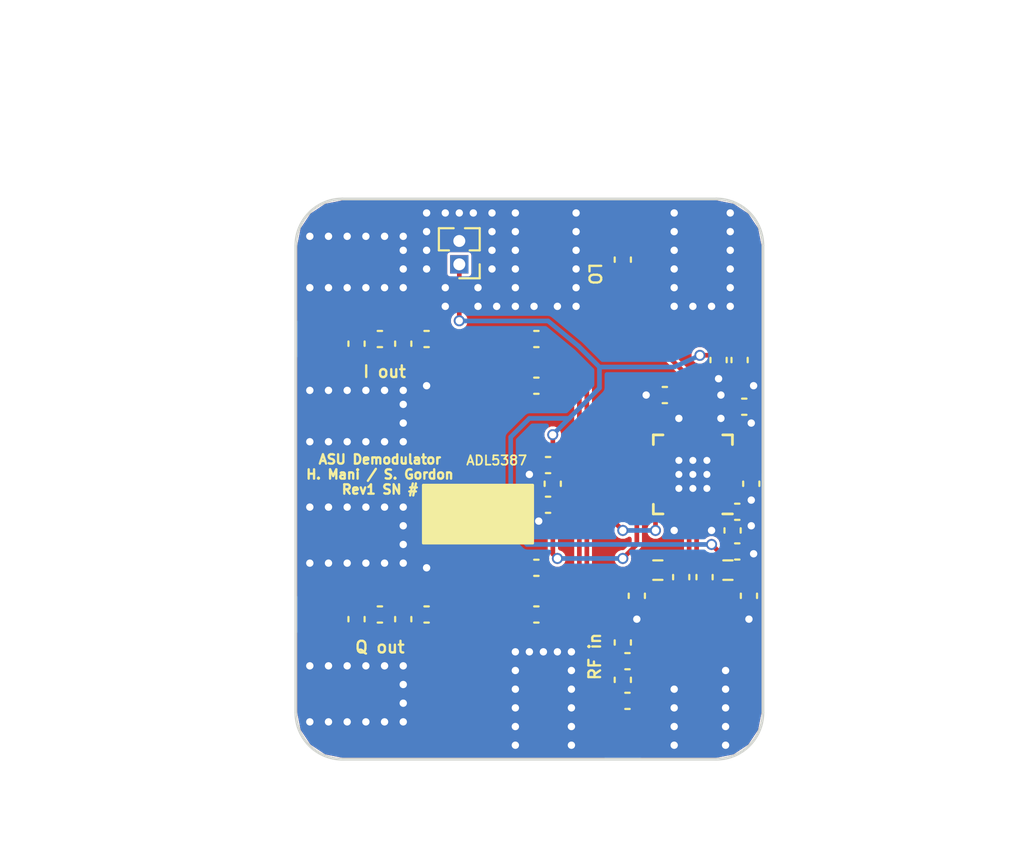
<source format=kicad_pcb>
(kicad_pcb (version 4) (host pcbnew 4.0.6)

  (general
    (links 97)
    (no_connects 1)
    (area 116.296857 73.5 174.525715 119.968)
    (thickness 1.6)
    (drawings 20)
    (tracks 543)
    (zones 0)
    (modules 43)
    (nets 34)
  )

  (page A4)
  (layers
    (0 F.Cu signal)
    (31 B.Cu signal hide)
    (36 B.SilkS user)
    (37 F.SilkS user)
    (38 B.Mask user)
    (39 F.Mask user)
    (40 Dwgs.User user)
    (41 Cmts.User user hide)
    (44 Edge.Cuts user)
  )

  (setup
    (last_trace_width 0.1524)
    (user_trace_width 0.1524)
    (user_trace_width 0.254)
    (user_trace_width 0.508)
    (user_trace_width 0.762)
    (user_trace_width 1.016)
    (user_trace_width 1.27)
    (trace_clearance 0.1524)
    (zone_clearance 0)
    (zone_45_only no)
    (trace_min 0.1524)
    (segment_width 0.2)
    (edge_width 0.15)
    (via_size 0.6)
    (via_drill 0.4)
    (via_min_size 0.254)
    (via_min_drill 0.3)
    (user_via 0.381 0.3302)
    (user_via 0.4572 0.3302)
    (user_via 0.508 0.381)
    (user_via 0.762 0.635)
    (uvia_size 0.3)
    (uvia_drill 0.1)
    (uvias_allowed no)
    (uvia_min_size 0.2)
    (uvia_min_drill 0.1)
    (pcb_text_width 0.3)
    (pcb_text_size 1.5 1.5)
    (mod_edge_width 0.15)
    (mod_text_size 1 1)
    (mod_text_width 0.15)
    (pad_size 1.3 1.3)
    (pad_drill 0)
    (pad_to_mask_clearance 0.2)
    (aux_axis_origin 0 0)
    (visible_elements 7FFEFFFF)
    (pcbplotparams
      (layerselection 0x00030_80000001)
      (usegerberextensions false)
      (excludeedgelayer true)
      (linewidth 0.100000)
      (plotframeref false)
      (viasonmask false)
      (mode 1)
      (useauxorigin false)
      (hpglpennumber 1)
      (hpglpenspeed 20)
      (hpglpendiameter 15)
      (hpglpenoverlay 2)
      (psnegative false)
      (psa4output false)
      (plotreference true)
      (plotvalue true)
      (plotinvisibletext false)
      (padsonsilk false)
      (subtractmaskfromsilk false)
      (outputformat 1)
      (mirror false)
      (drillshape 1)
      (scaleselection 1)
      (outputdirectory ""))
  )

  (net 0 "")
  (net 1 /VPOS)
  (net 2 GND)
  (net 3 "Net-(U1-Pad17)")
  (net 4 "Net-(C6-Pad2)")
  (net 5 "Net-(C9-Pad1)")
  (net 6 "Net-(C9-Pad2)")
  (net 7 "Net-(C10-Pad1)")
  (net 8 "Net-(C10-Pad2)")
  (net 9 "Net-(C11-Pad1)")
  (net 10 "Net-(C11-Pad2)")
  (net 11 "Net-(J1-Pad1)")
  (net 12 "Net-(J5-Pad1)")
  (net 13 "Net-(J6-Pad1)")
  (net 14 /LO_P)
  (net 15 /LO_N)
  (net 16 /Q-)
  (net 17 /Q+)
  (net 18 /I-)
  (net 19 /I+)
  (net 20 "Net-(C3-Pad1)")
  (net 21 "Net-(C4-Pad1)")
  (net 22 "Net-(C12-Pad1)")
  (net 23 "Net-(L1-Pad1)")
  (net 24 "Net-(L2-Pad1)")
  (net 25 "Net-(R12-Pad1)")
  (net 26 /RF+)
  (net 27 /RF-)
  (net 28 "Net-(C14-Pad2)")
  (net 29 "Net-(C15-Pad2)")
  (net 30 "Net-(C16-Pad2)")
  (net 31 "Net-(C17-Pad2)")
  (net 32 "Net-(C5-Pad2)")
  (net 33 "Net-(C8-Pad1)")

  (net_class Default "This is the default net class."
    (clearance 0.1524)
    (trace_width 0.1524)
    (via_dia 0.6)
    (via_drill 0.4)
    (uvia_dia 0.3)
    (uvia_drill 0.1)
    (add_net /I+)
    (add_net /I-)
    (add_net /LO_N)
    (add_net /LO_P)
    (add_net /Q+)
    (add_net /Q-)
    (add_net /RF+)
    (add_net /RF-)
    (add_net /VPOS)
    (add_net GND)
    (add_net "Net-(C10-Pad1)")
    (add_net "Net-(C10-Pad2)")
    (add_net "Net-(C11-Pad1)")
    (add_net "Net-(C11-Pad2)")
    (add_net "Net-(C12-Pad1)")
    (add_net "Net-(C14-Pad2)")
    (add_net "Net-(C15-Pad2)")
    (add_net "Net-(C16-Pad2)")
    (add_net "Net-(C17-Pad2)")
    (add_net "Net-(C3-Pad1)")
    (add_net "Net-(C4-Pad1)")
    (add_net "Net-(C5-Pad2)")
    (add_net "Net-(C6-Pad2)")
    (add_net "Net-(C8-Pad1)")
    (add_net "Net-(C9-Pad1)")
    (add_net "Net-(C9-Pad2)")
    (add_net "Net-(J1-Pad1)")
    (add_net "Net-(J5-Pad1)")
    (add_net "Net-(J6-Pad1)")
    (add_net "Net-(L1-Pad1)")
    (add_net "Net-(L2-Pad1)")
    (add_net "Net-(R12-Pad1)")
    (add_net "Net-(U1-Pad17)")
  )

  (module Kicad_HM_Footprints_Library:SMA_Edge_Amphenol (layer F.Cu) (tedit 59C1B830) (tstamp 59BEE897)
    (at 149.86 114.3 90)
    (path /59B9E87A)
    (fp_text reference J1 (at -1.778 -6.096 90) (layer Cmts.User)
      (effects (font (size 1 1) (thickness 0.15)))
    )
    (fp_text value SMA (at 0 -7.874 90) (layer Cmts.User)
      (effects (font (size 1 1) (thickness 0.15)))
    )
    (pad 1 smd rect (at 1.2827 0 90) (size 2.0574 1.4986) (layers F.Cu F.Mask)
      (net 11 "Net-(J1-Pad1)"))
    (pad 2 smd rect (at 2.7559 4.2418 90) (size 4.9022 1.6002) (layers F.Cu F.Mask)
      (net 2 GND))
    (pad 3 smd rect (at 2.7559 -4.2418 90) (size 4.9022 1.6002) (layers F.Cu F.Mask)
      (net 2 GND))
    (pad 4 smd rect (at 2.7559 4.2418 90) (size 4.9022 1.6002) (layers B.Cu B.Mask)
      (net 2 GND))
    (pad 5 smd rect (at 2.7559 -4.2418 90) (size 4.9022 1.6002) (layers B.Cu B.Mask)
      (net 2 GND))
  )

  (module Kicad_HM_Footprints_Library:SMD_0201 (layer F.Cu) (tedit 59C1B8EC) (tstamp 59BEE78F)
    (at 150.114 108.966)
    (descr "Resistor SMD 0201, reflow soldering, Vishay (see crcw0201e3.pdf)")
    (tags "resistor 0201")
    (path /59B9FF0F)
    (attr smd)
    (fp_text reference R3 (at 0 -1.25) (layer Cmts.User)
      (effects (font (size 1 1) (thickness 0.15)))
    )
    (fp_text value 10k (at 0 1.3) (layer F.Fab)
      (effects (font (size 1 1) (thickness 0.15)))
    )
    (fp_text user %R (at 0 -1.25) (layer F.Fab)
      (effects (font (size 1 1) (thickness 0.15)))
    )
    (fp_line (start -0.3 0.15) (end -0.3 -0.15) (layer F.Fab) (width 0.1))
    (fp_line (start 0.3 0.15) (end -0.3 0.15) (layer F.Fab) (width 0.1))
    (fp_line (start 0.3 -0.15) (end 0.3 0.15) (layer F.Fab) (width 0.1))
    (fp_line (start -0.3 -0.15) (end 0.3 -0.15) (layer F.Fab) (width 0.1))
    (fp_line (start 0.12 -0.44) (end -0.12 -0.44) (layer F.SilkS) (width 0.12))
    (fp_line (start -0.12 0.44) (end 0.12 0.44) (layer F.SilkS) (width 0.12))
    (fp_line (start -0.55 -0.37) (end 0.55 -0.37) (layer F.CrtYd) (width 0.05))
    (fp_line (start -0.55 -0.37) (end -0.55 0.36) (layer F.CrtYd) (width 0.05))
    (fp_line (start 0.55 0.36) (end 0.55 -0.37) (layer F.CrtYd) (width 0.05))
    (fp_line (start 0.55 0.36) (end -0.55 0.36) (layer F.CrtYd) (width 0.05))
    (pad 1 smd rect (at -0.26 0) (size 0.28 0.43) (layers F.Cu F.Mask)
      (net 10 "Net-(C11-Pad2)"))
    (pad 2 smd rect (at 0.26 0) (size 0.28 0.43) (layers F.Cu F.Mask)
      (net 2 GND) (zone_connect 1) (thermal_width 1.27) (thermal_gap 0.1778))
    (model Resistors_SMD.3dshapes/R_0201.wrl
      (at (xyz 0 0 0))
      (scale (xyz 1 1 1))
      (rotate (xyz 0 0 0))
    )
  )

  (module Kicad_HM_Footprints_Library:TC1-1-13M+ (layer F.Cu) (tedit 59C1B8AA) (tstamp 59BEE8E7)
    (at 153.416 106.807 270)
    (path /59B99FE8)
    (fp_text reference T1 (at 0.127 -4.699 270) (layer Cmts.User)
      (effects (font (size 1 1) (thickness 0.15)))
    )
    (fp_text value Transformer_1P_1S (at 0.381 -7.62 270) (layer F.Fab)
      (effects (font (size 1 1) (thickness 0.15)))
    )
    (pad 3 smd rect (at -1.27 1.016 270) (size 0.762 1.651) (layers F.Cu F.Mask)
      (net 33 "Net-(C8-Pad1)"))
    (pad 2 smd rect (at -1.27 -1.5875 270) (size 0.762 1.651) (layers F.Cu F.Mask)
      (net 32 "Net-(C5-Pad2)"))
    (pad "" smd rect (at 0 -1.5875 270) (size 0.762 1.651) (layers F.Cu F.Mask))
    (pad 4 smd rect (at 1.27 1.016 270) (size 0.762 1.651) (layers F.Cu F.Mask)
      (net 9 "Net-(C11-Pad1)") (zone_connect 1) (thermal_width 1.27) (thermal_gap 0.254))
    (pad 1 smd rect (at 1.27 -1.5875 270) (size 0.762 1.651) (layers F.Cu F.Mask)
      (net 2 GND))
  )

  (module Kicad_HM_Footprints_Library:SMD_0201 (layer F.Cu) (tedit 59C1B892) (tstamp 59BEE828)
    (at 145.796 100.457 180)
    (descr "Resistor SMD 0201, reflow soldering, Vishay (see crcw0201e3.pdf)")
    (tags "resistor 0201")
    (path /59B9C8E0)
    (attr smd)
    (fp_text reference C12 (at 0 -1.25 180) (layer Cmts.User)
      (effects (font (size 1 1) (thickness 0.15)))
    )
    (fp_text value 100pF (at 0 1.3 180) (layer F.Fab)
      (effects (font (size 1 1) (thickness 0.15)))
    )
    (fp_text user %R (at 0 -1.25 180) (layer F.Fab)
      (effects (font (size 1 1) (thickness 0.15)))
    )
    (fp_line (start -0.3 0.15) (end -0.3 -0.15) (layer F.Fab) (width 0.1))
    (fp_line (start 0.3 0.15) (end -0.3 0.15) (layer F.Fab) (width 0.1))
    (fp_line (start 0.3 -0.15) (end 0.3 0.15) (layer F.Fab) (width 0.1))
    (fp_line (start -0.3 -0.15) (end 0.3 -0.15) (layer F.Fab) (width 0.1))
    (fp_line (start 0.12 -0.44) (end -0.12 -0.44) (layer F.SilkS) (width 0.12))
    (fp_line (start -0.12 0.44) (end 0.12 0.44) (layer F.SilkS) (width 0.12))
    (fp_line (start -0.55 -0.37) (end 0.55 -0.37) (layer F.CrtYd) (width 0.05))
    (fp_line (start -0.55 -0.37) (end -0.55 0.36) (layer F.CrtYd) (width 0.05))
    (fp_line (start 0.55 0.36) (end 0.55 -0.37) (layer F.CrtYd) (width 0.05))
    (fp_line (start 0.55 0.36) (end -0.55 0.36) (layer F.CrtYd) (width 0.05))
    (pad 1 smd rect (at -0.26 0 180) (size 0.28 0.43) (layers F.Cu F.Mask)
      (net 22 "Net-(C12-Pad1)"))
    (pad 2 smd rect (at 0.26 0 180) (size 0.28 0.43) (layers F.Cu F.Mask)
      (net 2 GND) (zone_connect 1) (thermal_width 1.27) (thermal_gap 0.254))
    (model Resistors_SMD.3dshapes/R_0201.wrl
      (at (xyz 0 0 0))
      (scale (xyz 1 1 1))
      (rotate (xyz 0 0 0))
    )
  )

  (module Kicad_HM_Footprints_Library:SMD_0201 (layer F.Cu) (tedit 59C1B835) (tstamp 59C08709)
    (at 156.718 105.41 270)
    (descr "Resistor SMD 0201, reflow soldering, Vishay (see crcw0201e3.pdf)")
    (tags "resistor 0201")
    (path /59C0A4F0)
    (attr smd)
    (fp_text reference R13 (at 0 -1.25 270) (layer Cmts.User)
      (effects (font (size 1 1) (thickness 0.15)))
    )
    (fp_text value 0 (at 0 1.3 270) (layer F.Fab)
      (effects (font (size 1 1) (thickness 0.15)))
    )
    (fp_text user %R (at 0 -1.25 270) (layer F.Fab)
      (effects (font (size 1 1) (thickness 0.15)))
    )
    (fp_line (start -0.3 0.15) (end -0.3 -0.15) (layer F.Fab) (width 0.1))
    (fp_line (start 0.3 0.15) (end -0.3 0.15) (layer F.Fab) (width 0.1))
    (fp_line (start 0.3 -0.15) (end 0.3 0.15) (layer F.Fab) (width 0.1))
    (fp_line (start -0.3 -0.15) (end 0.3 -0.15) (layer F.Fab) (width 0.1))
    (fp_line (start 0.12 -0.44) (end -0.12 -0.44) (layer F.SilkS) (width 0.12))
    (fp_line (start -0.12 0.44) (end 0.12 0.44) (layer F.SilkS) (width 0.12))
    (fp_line (start -0.55 -0.37) (end 0.55 -0.37) (layer F.CrtYd) (width 0.05))
    (fp_line (start -0.55 -0.37) (end -0.55 0.36) (layer F.CrtYd) (width 0.05))
    (fp_line (start 0.55 0.36) (end 0.55 -0.37) (layer F.CrtYd) (width 0.05))
    (fp_line (start 0.55 0.36) (end -0.55 0.36) (layer F.CrtYd) (width 0.05))
    (pad 1 smd rect (at -0.26 0 270) (size 0.28 0.43) (layers F.Cu F.Mask)
      (net 23 "Net-(L1-Pad1)") (zone_connect 1) (thermal_width 1.27) (thermal_gap 0.2032))
    (pad 2 smd rect (at 0.26 0 270) (size 0.28 0.43) (layers F.Cu F.Mask)
      (net 2 GND) (zone_connect 1) (thermal_width 1.27) (thermal_gap 0.1778))
    (model Resistors_SMD.3dshapes/R_0201.wrl
      (at (xyz 0 0 0))
      (scale (xyz 1 1 1))
      (rotate (xyz 0 0 0))
    )
  )

  (module Kicad_HM_Footprints_Library:SMD_0201 (layer F.Cu) (tedit 59C1B8FE) (tstamp 59BF38EC)
    (at 154.305 104.394 270)
    (descr "Resistor SMD 0201, reflow soldering, Vishay (see crcw0201e3.pdf)")
    (tags "resistor 0201")
    (path /59B9E9B1)
    (attr smd)
    (fp_text reference C5 (at 0 -1.25 270) (layer Cmts.User)
      (effects (font (size 1 1) (thickness 0.15)))
    )
    (fp_text value 10pF (at 0 1.3 270) (layer F.Fab)
      (effects (font (size 1 1) (thickness 0.15)))
    )
    (fp_text user %R (at 0 -1.25 270) (layer F.Fab)
      (effects (font (size 1 1) (thickness 0.15)))
    )
    (fp_line (start -0.3 0.15) (end -0.3 -0.15) (layer F.Fab) (width 0.1))
    (fp_line (start 0.3 0.15) (end -0.3 0.15) (layer F.Fab) (width 0.1))
    (fp_line (start 0.3 -0.15) (end 0.3 0.15) (layer F.Fab) (width 0.1))
    (fp_line (start -0.3 -0.15) (end 0.3 -0.15) (layer F.Fab) (width 0.1))
    (fp_line (start 0.12 -0.44) (end -0.12 -0.44) (layer F.SilkS) (width 0.12))
    (fp_line (start -0.12 0.44) (end 0.12 0.44) (layer F.SilkS) (width 0.12))
    (fp_line (start -0.55 -0.37) (end 0.55 -0.37) (layer F.CrtYd) (width 0.05))
    (fp_line (start -0.55 -0.37) (end -0.55 0.36) (layer F.CrtYd) (width 0.05))
    (fp_line (start 0.55 0.36) (end 0.55 -0.37) (layer F.CrtYd) (width 0.05))
    (fp_line (start 0.55 0.36) (end -0.55 0.36) (layer F.CrtYd) (width 0.05))
    (pad 1 smd rect (at -0.26 0 270) (size 0.28 0.43) (layers F.Cu F.Mask)
      (net 26 /RF+))
    (pad 2 smd rect (at 0.26 0 270) (size 0.28 0.43) (layers F.Cu F.Mask)
      (net 32 "Net-(C5-Pad2)"))
    (model Resistors_SMD.3dshapes/R_0201.wrl
      (at (xyz 0 0 0))
      (scale (xyz 1 1 1))
      (rotate (xyz 0 0 0))
    )
  )

  (module Kicad_HM_Footprints_Library:SMD_0201 (layer F.Cu) (tedit 59C1B840) (tstamp 59BF38DB)
    (at 156.464 95.123)
    (descr "Resistor SMD 0201, reflow soldering, Vishay (see crcw0201e3.pdf)")
    (tags "resistor 0201")
    (path /59B9B2DD)
    (attr smd)
    (fp_text reference C4 (at 0 -1.25) (layer Cmts.User)
      (effects (font (size 1 1) (thickness 0.15)))
    )
    (fp_text value 100pF (at 0 1.3) (layer F.Fab)
      (effects (font (size 1 1) (thickness 0.15)))
    )
    (fp_text user %R (at 0 -1.25) (layer F.Fab)
      (effects (font (size 1 1) (thickness 0.15)))
    )
    (fp_line (start -0.3 0.15) (end -0.3 -0.15) (layer F.Fab) (width 0.1))
    (fp_line (start 0.3 0.15) (end -0.3 0.15) (layer F.Fab) (width 0.1))
    (fp_line (start 0.3 -0.15) (end 0.3 0.15) (layer F.Fab) (width 0.1))
    (fp_line (start -0.3 -0.15) (end 0.3 -0.15) (layer F.Fab) (width 0.1))
    (fp_line (start 0.12 -0.44) (end -0.12 -0.44) (layer F.SilkS) (width 0.12))
    (fp_line (start -0.12 0.44) (end 0.12 0.44) (layer F.SilkS) (width 0.12))
    (fp_line (start -0.55 -0.37) (end 0.55 -0.37) (layer F.CrtYd) (width 0.05))
    (fp_line (start -0.55 -0.37) (end -0.55 0.36) (layer F.CrtYd) (width 0.05))
    (fp_line (start 0.55 0.36) (end 0.55 -0.37) (layer F.CrtYd) (width 0.05))
    (fp_line (start 0.55 0.36) (end -0.55 0.36) (layer F.CrtYd) (width 0.05))
    (pad 1 smd rect (at -0.26 0) (size 0.28 0.43) (layers F.Cu F.Mask)
      (net 21 "Net-(C4-Pad1)"))
    (pad 2 smd rect (at 0.26 0) (size 0.28 0.43) (layers F.Cu F.Mask)
      (net 2 GND) (zone_connect 1) (thermal_width 1.27) (thermal_gap 0.254))
    (model Resistors_SMD.3dshapes/R_0201.wrl
      (at (xyz 0 0 0))
      (scale (xyz 1 1 1))
      (rotate (xyz 0 0 0))
    )
  )

  (module Housings_DFN_QFN:QFN-24-1EP_4x4mm_Pitch0.5mm (layer F.Cu) (tedit 59C1B89A) (tstamp 59BEE943)
    (at 153.67 98.806 180)
    (descr "24-Lead Plastic Quad Flat, No Lead Package (MJ) - 4x4x0.9 mm Body [QFN]; (see Microchip Packaging Specification 00000049BS.pdf)")
    (tags "QFN 0.5")
    (path /59B9991B)
    (attr smd)
    (fp_text reference U1 (at 0 -3.375 180) (layer Cmts.User)
      (effects (font (size 1 1) (thickness 0.15)))
    )
    (fp_text value ADL5387 (at 0 3.375 180) (layer F.Fab)
      (effects (font (size 1 1) (thickness 0.15)))
    )
    (fp_line (start -1 -2) (end 2 -2) (layer F.Fab) (width 0.15))
    (fp_line (start 2 -2) (end 2 2) (layer F.Fab) (width 0.15))
    (fp_line (start 2 2) (end -2 2) (layer F.Fab) (width 0.15))
    (fp_line (start -2 2) (end -2 -1) (layer F.Fab) (width 0.15))
    (fp_line (start -2 -1) (end -1 -2) (layer F.Fab) (width 0.15))
    (fp_line (start -2.65 -2.65) (end -2.65 2.65) (layer F.CrtYd) (width 0.05))
    (fp_line (start 2.65 -2.65) (end 2.65 2.65) (layer F.CrtYd) (width 0.05))
    (fp_line (start -2.65 -2.65) (end 2.65 -2.65) (layer F.CrtYd) (width 0.05))
    (fp_line (start -2.65 2.65) (end 2.65 2.65) (layer F.CrtYd) (width 0.05))
    (fp_line (start 2.15 -2.15) (end 2.15 -1.625) (layer F.SilkS) (width 0.15))
    (fp_line (start -2.15 2.15) (end -2.15 1.625) (layer F.SilkS) (width 0.15))
    (fp_line (start 2.15 2.15) (end 2.15 1.625) (layer F.SilkS) (width 0.15))
    (fp_line (start -2.15 -2.15) (end -1.625 -2.15) (layer F.SilkS) (width 0.15))
    (fp_line (start -2.15 2.15) (end -1.625 2.15) (layer F.SilkS) (width 0.15))
    (fp_line (start 2.15 2.15) (end 1.625 2.15) (layer F.SilkS) (width 0.15))
    (fp_line (start 2.15 -2.15) (end 1.625 -2.15) (layer F.SilkS) (width 0.15))
    (pad 1 smd rect (at -1.95 -1.25 180) (size 0.85 0.3) (layers F.Cu F.Mask)
      (net 20 "Net-(C3-Pad1)"))
    (pad 2 smd rect (at -1.95 -0.75 180) (size 0.85 0.3) (layers F.Cu F.Mask)
      (net 2 GND))
    (pad 3 smd rect (at -1.95 -0.25 180) (size 0.85 0.3) (layers F.Cu F.Mask)
      (net 25 "Net-(R12-Pad1)"))
    (pad 4 smd rect (at -1.95 0.25 180) (size 0.85 0.3) (layers F.Cu F.Mask)
      (net 21 "Net-(C4-Pad1)"))
    (pad 5 smd rect (at -1.95 0.75 180) (size 0.85 0.3) (layers F.Cu F.Mask)
      (net 21 "Net-(C4-Pad1)"))
    (pad 6 smd rect (at -1.95 1.25 180) (size 0.85 0.3) (layers F.Cu F.Mask)
      (net 21 "Net-(C4-Pad1)"))
    (pad 7 smd rect (at -1.25 1.95 270) (size 0.85 0.3) (layers F.Cu F.Mask)
      (net 2 GND))
    (pad 8 smd rect (at -0.75 1.95 270) (size 0.85 0.3) (layers F.Cu F.Mask)
      (net 14 /LO_P))
    (pad 9 smd rect (at -0.25 1.95 270) (size 0.85 0.3) (layers F.Cu F.Mask)
      (net 15 /LO_N))
    (pad 10 smd rect (at 0.25 1.95 270) (size 0.85 0.3) (layers F.Cu F.Mask)
      (net 2 GND))
    (pad 11 smd rect (at 0.75 1.95 270) (size 0.85 0.3) (layers F.Cu F.Mask)
      (net 2 GND))
    (pad 12 smd rect (at 1.25 1.95 270) (size 0.85 0.3) (layers F.Cu F.Mask)
      (net 2 GND))
    (pad 13 smd rect (at 1.95 1.25 180) (size 0.85 0.3) (layers F.Cu F.Mask)
      (net 18 /I-))
    (pad 14 smd rect (at 1.95 0.75 180) (size 0.85 0.3) (layers F.Cu F.Mask)
      (net 19 /I+))
    (pad 15 smd rect (at 1.95 0.25 180) (size 0.85 0.3) (layers F.Cu F.Mask)
      (net 16 /Q-))
    (pad 16 smd rect (at 1.95 -0.25 180) (size 0.85 0.3) (layers F.Cu F.Mask)
      (net 17 /Q+))
    (pad 17 smd rect (at 1.95 -0.75 180) (size 0.85 0.3) (layers F.Cu F.Mask)
      (net 3 "Net-(U1-Pad17)"))
    (pad 18 smd rect (at 1.95 -1.25 180) (size 0.85 0.3) (layers F.Cu F.Mask)
      (net 22 "Net-(C12-Pad1)"))
    (pad 19 smd rect (at 1.25 -1.95 270) (size 0.85 0.3) (layers F.Cu F.Mask)
      (net 3 "Net-(U1-Pad17)"))
    (pad 20 smd rect (at 0.75 -1.95 270) (size 0.85 0.3) (layers F.Cu F.Mask)
      (net 2 GND))
    (pad 21 smd rect (at 0.25 -1.95 270) (size 0.85 0.3) (layers F.Cu F.Mask)
      (net 27 /RF-))
    (pad 22 smd rect (at -0.25 -1.95 270) (size 0.85 0.3) (layers F.Cu F.Mask)
      (net 26 /RF+))
    (pad 23 smd rect (at -0.75 -1.95 270) (size 0.85 0.3) (layers F.Cu F.Mask)
      (net 2 GND))
    (pad 24 smd rect (at -1.25 -1.95 270) (size 0.85 0.3) (layers F.Cu F.Mask)
      (net 2 GND))
    (pad 25 smd rect (at 0.65 0.65 180) (size 1.3 1.3) (layers F.Cu F.Mask)
      (net 2 GND) (solder_paste_margin_ratio -0.2))
    (pad 25 smd rect (at 0.65 -0.65 180) (size 1.3 1.3) (layers F.Cu F.Mask)
      (net 2 GND) (solder_paste_margin_ratio -0.2) (zone_connect 0))
    (pad 25 smd rect (at -0.65 0.65 180) (size 1.3 1.3) (layers F.Cu F.Mask)
      (net 2 GND) (solder_paste_margin_ratio -0.2))
    (pad 25 smd rect (at -0.65 -0.65 180) (size 1.3 1.3) (layers F.Cu F.Mask)
      (net 2 GND) (solder_paste_margin_ratio -0.2))
    (model ${KISYS3DMOD}/Housings_DFN_QFN.3dshapes/QFN-24-1EP_4x4mm_Pitch0.5mm.wrl
      (at (xyz 0 0 0))
      (scale (xyz 1 1 1))
      (rotate (xyz 0 0 0))
    )
  )

  (module Kicad_HM_Footprints_Library:SMD_0201 (layer F.Cu) (tedit 59C1B89E) (tstamp 59BEE707)
    (at 156.083 102.997)
    (descr "Resistor SMD 0201, reflow soldering, Vishay (see crcw0201e3.pdf)")
    (tags "resistor 0201")
    (path /59B9BB13)
    (attr smd)
    (fp_text reference C1 (at 0 -1.25) (layer Cmts.User)
      (effects (font (size 1 1) (thickness 0.15)))
    )
    (fp_text value 0.1uF (at 0 1.3) (layer F.Fab)
      (effects (font (size 1 1) (thickness 0.15)))
    )
    (fp_text user %R (at 0 -1.25) (layer F.Fab)
      (effects (font (size 1 1) (thickness 0.15)))
    )
    (fp_line (start -0.3 0.15) (end -0.3 -0.15) (layer F.Fab) (width 0.1))
    (fp_line (start 0.3 0.15) (end -0.3 0.15) (layer F.Fab) (width 0.1))
    (fp_line (start 0.3 -0.15) (end 0.3 0.15) (layer F.Fab) (width 0.1))
    (fp_line (start -0.3 -0.15) (end 0.3 -0.15) (layer F.Fab) (width 0.1))
    (fp_line (start 0.12 -0.44) (end -0.12 -0.44) (layer F.SilkS) (width 0.12))
    (fp_line (start -0.12 0.44) (end 0.12 0.44) (layer F.SilkS) (width 0.12))
    (fp_line (start -0.55 -0.37) (end 0.55 -0.37) (layer F.CrtYd) (width 0.05))
    (fp_line (start -0.55 -0.37) (end -0.55 0.36) (layer F.CrtYd) (width 0.05))
    (fp_line (start 0.55 0.36) (end 0.55 -0.37) (layer F.CrtYd) (width 0.05))
    (fp_line (start 0.55 0.36) (end -0.55 0.36) (layer F.CrtYd) (width 0.05))
    (pad 1 smd rect (at -0.26 0) (size 0.28 0.43) (layers F.Cu F.Mask)
      (net 1 /VPOS))
    (pad 2 smd rect (at 0.26 0) (size 0.28 0.43) (layers F.Cu F.Mask)
      (net 2 GND) (zone_connect 1) (thermal_width 1.27) (thermal_gap 0.1778))
    (model Resistors_SMD.3dshapes/R_0201.wrl
      (at (xyz 0 0 0))
      (scale (xyz 1 1 1))
      (rotate (xyz 0 0 0))
    )
  )

  (module Kicad_HM_Footprints_Library:SMD_0201 (layer F.Cu) (tedit 59C1B8F5) (tstamp 59BEE729)
    (at 149.86 107.95 270)
    (descr "Resistor SMD 0201, reflow soldering, Vishay (see crcw0201e3.pdf)")
    (tags "resistor 0201")
    (path /59B9FF1B)
    (attr smd)
    (fp_text reference C11 (at 0 -1.25 270) (layer Cmts.User)
      (effects (font (size 1 1) (thickness 0.15)))
    )
    (fp_text value 0.1uF (at 0 1.3 270) (layer F.Fab)
      (effects (font (size 1 1) (thickness 0.15)))
    )
    (fp_text user %R (at 0 -1.25 270) (layer F.Fab)
      (effects (font (size 1 1) (thickness 0.15)))
    )
    (fp_line (start -0.3 0.15) (end -0.3 -0.15) (layer F.Fab) (width 0.1))
    (fp_line (start 0.3 0.15) (end -0.3 0.15) (layer F.Fab) (width 0.1))
    (fp_line (start 0.3 -0.15) (end 0.3 0.15) (layer F.Fab) (width 0.1))
    (fp_line (start -0.3 -0.15) (end 0.3 -0.15) (layer F.Fab) (width 0.1))
    (fp_line (start 0.12 -0.44) (end -0.12 -0.44) (layer F.SilkS) (width 0.12))
    (fp_line (start -0.12 0.44) (end 0.12 0.44) (layer F.SilkS) (width 0.12))
    (fp_line (start -0.55 -0.37) (end 0.55 -0.37) (layer F.CrtYd) (width 0.05))
    (fp_line (start -0.55 -0.37) (end -0.55 0.36) (layer F.CrtYd) (width 0.05))
    (fp_line (start 0.55 0.36) (end 0.55 -0.37) (layer F.CrtYd) (width 0.05))
    (fp_line (start 0.55 0.36) (end -0.55 0.36) (layer F.CrtYd) (width 0.05))
    (pad 1 smd rect (at -0.26 0 270) (size 0.28 0.43) (layers F.Cu F.Mask)
      (net 9 "Net-(C11-Pad1)"))
    (pad 2 smd rect (at 0.26 0 270) (size 0.28 0.43) (layers F.Cu F.Mask)
      (net 10 "Net-(C11-Pad2)"))
    (model Resistors_SMD.3dshapes/R_0201.wrl
      (at (xyz 0 0 0))
      (scale (xyz 1 1 1))
      (rotate (xyz 0 0 0))
    )
  )

  (module Kicad_HM_Footprints_Library:SMD_0201 (layer F.Cu) (tedit 59C1B8D1) (tstamp 59BEE74B)
    (at 139.192 106.426 180)
    (descr "Resistor SMD 0201, reflow soldering, Vishay (see crcw0201e3.pdf)")
    (tags "resistor 0201")
    (path /59B9B64C)
    (attr smd)
    (fp_text reference C9 (at 0 -1.25 180) (layer Cmts.User)
      (effects (font (size 1 1) (thickness 0.15)))
    )
    (fp_text value 0.1uF (at 0 1.3 180) (layer F.Fab)
      (effects (font (size 1 1) (thickness 0.15)))
    )
    (fp_text user %R (at 0 -1.25 180) (layer F.Fab)
      (effects (font (size 1 1) (thickness 0.15)))
    )
    (fp_line (start -0.3 0.15) (end -0.3 -0.15) (layer F.Fab) (width 0.1))
    (fp_line (start 0.3 0.15) (end -0.3 0.15) (layer F.Fab) (width 0.1))
    (fp_line (start 0.3 -0.15) (end 0.3 0.15) (layer F.Fab) (width 0.1))
    (fp_line (start -0.3 -0.15) (end 0.3 -0.15) (layer F.Fab) (width 0.1))
    (fp_line (start 0.12 -0.44) (end -0.12 -0.44) (layer F.SilkS) (width 0.12))
    (fp_line (start -0.12 0.44) (end 0.12 0.44) (layer F.SilkS) (width 0.12))
    (fp_line (start -0.55 -0.37) (end 0.55 -0.37) (layer F.CrtYd) (width 0.05))
    (fp_line (start -0.55 -0.37) (end -0.55 0.36) (layer F.CrtYd) (width 0.05))
    (fp_line (start 0.55 0.36) (end 0.55 -0.37) (layer F.CrtYd) (width 0.05))
    (fp_line (start 0.55 0.36) (end -0.55 0.36) (layer F.CrtYd) (width 0.05))
    (pad 1 smd rect (at -0.26 0 180) (size 0.28 0.43) (layers F.Cu F.Mask)
      (net 5 "Net-(C9-Pad1)"))
    (pad 2 smd rect (at 0.26 0 180) (size 0.28 0.43) (layers F.Cu F.Mask)
      (net 6 "Net-(C9-Pad2)"))
    (model Resistors_SMD.3dshapes/R_0201.wrl
      (at (xyz 0 0 0))
      (scale (xyz 1 1 1))
      (rotate (xyz 0 0 0))
    )
  )

  (module Kicad_HM_Footprints_Library:SMD_0201 (layer F.Cu) (tedit 59C1B85C) (tstamp 59BEE75C)
    (at 139.192 91.44 180)
    (descr "Resistor SMD 0201, reflow soldering, Vishay (see crcw0201e3.pdf)")
    (tags "resistor 0201")
    (path /59BFE906)
    (attr smd)
    (fp_text reference C10 (at 0 -1.25 180) (layer Cmts.User)
      (effects (font (size 1 1) (thickness 0.15)))
    )
    (fp_text value 0.1uF (at 0 1.3 180) (layer F.Fab)
      (effects (font (size 1 1) (thickness 0.15)))
    )
    (fp_text user %R (at 0 -1.25 180) (layer F.Fab)
      (effects (font (size 1 1) (thickness 0.15)))
    )
    (fp_line (start -0.3 0.15) (end -0.3 -0.15) (layer F.Fab) (width 0.1))
    (fp_line (start 0.3 0.15) (end -0.3 0.15) (layer F.Fab) (width 0.1))
    (fp_line (start 0.3 -0.15) (end 0.3 0.15) (layer F.Fab) (width 0.1))
    (fp_line (start -0.3 -0.15) (end 0.3 -0.15) (layer F.Fab) (width 0.1))
    (fp_line (start 0.12 -0.44) (end -0.12 -0.44) (layer F.SilkS) (width 0.12))
    (fp_line (start -0.12 0.44) (end 0.12 0.44) (layer F.SilkS) (width 0.12))
    (fp_line (start -0.55 -0.37) (end 0.55 -0.37) (layer F.CrtYd) (width 0.05))
    (fp_line (start -0.55 -0.37) (end -0.55 0.36) (layer F.CrtYd) (width 0.05))
    (fp_line (start 0.55 0.36) (end 0.55 -0.37) (layer F.CrtYd) (width 0.05))
    (fp_line (start 0.55 0.36) (end -0.55 0.36) (layer F.CrtYd) (width 0.05))
    (pad 1 smd rect (at -0.26 0 180) (size 0.28 0.43) (layers F.Cu F.Mask)
      (net 7 "Net-(C10-Pad1)"))
    (pad 2 smd rect (at 0.26 0 180) (size 0.28 0.43) (layers F.Cu F.Mask)
      (net 8 "Net-(C10-Pad2)"))
    (model Resistors_SMD.3dshapes/R_0201.wrl
      (at (xyz 0 0 0))
      (scale (xyz 1 1 1))
      (rotate (xyz 0 0 0))
    )
  )

  (module Kicad_HM_Footprints_Library:SMD_0201 (layer F.Cu) (tedit 59C1B8E1) (tstamp 59BEE77E)
    (at 149.86 109.982 90)
    (descr "Resistor SMD 0201, reflow soldering, Vishay (see crcw0201e3.pdf)")
    (tags "resistor 0201")
    (path /59B9FF09)
    (attr smd)
    (fp_text reference R2 (at 0 -1.25 90) (layer Cmts.User)
      (effects (font (size 1 1) (thickness 0.15)))
    )
    (fp_text value 10k (at 0 1.3 90) (layer F.Fab)
      (effects (font (size 1 1) (thickness 0.15)))
    )
    (fp_text user %R (at 0 -1.25 90) (layer F.Fab)
      (effects (font (size 1 1) (thickness 0.15)))
    )
    (fp_line (start -0.3 0.15) (end -0.3 -0.15) (layer F.Fab) (width 0.1))
    (fp_line (start 0.3 0.15) (end -0.3 0.15) (layer F.Fab) (width 0.1))
    (fp_line (start 0.3 -0.15) (end 0.3 0.15) (layer F.Fab) (width 0.1))
    (fp_line (start -0.3 -0.15) (end 0.3 -0.15) (layer F.Fab) (width 0.1))
    (fp_line (start 0.12 -0.44) (end -0.12 -0.44) (layer F.SilkS) (width 0.12))
    (fp_line (start -0.12 0.44) (end 0.12 0.44) (layer F.SilkS) (width 0.12))
    (fp_line (start -0.55 -0.37) (end 0.55 -0.37) (layer F.CrtYd) (width 0.05))
    (fp_line (start -0.55 -0.37) (end -0.55 0.36) (layer F.CrtYd) (width 0.05))
    (fp_line (start 0.55 0.36) (end 0.55 -0.37) (layer F.CrtYd) (width 0.05))
    (fp_line (start 0.55 0.36) (end -0.55 0.36) (layer F.CrtYd) (width 0.05))
    (pad 1 smd rect (at -0.26 0 90) (size 0.28 0.43) (layers F.Cu F.Mask)
      (net 11 "Net-(J1-Pad1)"))
    (pad 2 smd rect (at 0.26 0 90) (size 0.28 0.43) (layers F.Cu F.Mask)
      (net 10 "Net-(C11-Pad2)"))
    (model Resistors_SMD.3dshapes/R_0201.wrl
      (at (xyz 0 0 0))
      (scale (xyz 1 1 1))
      (rotate (xyz 0 0 0))
    )
  )

  (module Kicad_HM_Footprints_Library:SMD_0201 (layer F.Cu) (tedit 59C1B853) (tstamp 59BEE7B1)
    (at 137.922 91.694 270)
    (descr "Resistor SMD 0201, reflow soldering, Vishay (see crcw0201e3.pdf)")
    (tags "resistor 0201")
    (path /59B9AC7E)
    (attr smd)
    (fp_text reference R5 (at 0 -1.25 270) (layer Cmts.User)
      (effects (font (size 1 1) (thickness 0.15)))
    )
    (fp_text value 10k (at 0 1.3 270) (layer F.Fab)
      (effects (font (size 1 1) (thickness 0.15)))
    )
    (fp_text user %R (at 0 -1.25 270) (layer F.Fab)
      (effects (font (size 1 1) (thickness 0.15)))
    )
    (fp_line (start -0.3 0.15) (end -0.3 -0.15) (layer F.Fab) (width 0.1))
    (fp_line (start 0.3 0.15) (end -0.3 0.15) (layer F.Fab) (width 0.1))
    (fp_line (start 0.3 -0.15) (end 0.3 0.15) (layer F.Fab) (width 0.1))
    (fp_line (start -0.3 -0.15) (end 0.3 -0.15) (layer F.Fab) (width 0.1))
    (fp_line (start 0.12 -0.44) (end -0.12 -0.44) (layer F.SilkS) (width 0.12))
    (fp_line (start -0.12 0.44) (end 0.12 0.44) (layer F.SilkS) (width 0.12))
    (fp_line (start -0.55 -0.37) (end 0.55 -0.37) (layer F.CrtYd) (width 0.05))
    (fp_line (start -0.55 -0.37) (end -0.55 0.36) (layer F.CrtYd) (width 0.05))
    (fp_line (start 0.55 0.36) (end 0.55 -0.37) (layer F.CrtYd) (width 0.05))
    (fp_line (start 0.55 0.36) (end -0.55 0.36) (layer F.CrtYd) (width 0.05))
    (pad 1 smd rect (at -0.26 0 270) (size 0.28 0.43) (layers F.Cu F.Mask)
      (net 8 "Net-(C10-Pad2)"))
    (pad 2 smd rect (at 0.26 0 270) (size 0.28 0.43) (layers F.Cu F.Mask)
      (net 2 GND) (zone_connect 1) (thermal_width 1.27) (thermal_gap 0.254))
    (model Resistors_SMD.3dshapes/R_0201.wrl
      (at (xyz 0 0 0))
      (scale (xyz 1 1 1))
      (rotate (xyz 0 0 0))
    )
  )

  (module Kicad_HM_Footprints_Library:SMD_0201 (layer F.Cu) (tedit 59C1B84E) (tstamp 59BEE7D3)
    (at 136.652 91.44)
    (descr "Resistor SMD 0201, reflow soldering, Vishay (see crcw0201e3.pdf)")
    (tags "resistor 0201")
    (path /59B9AB79)
    (attr smd)
    (fp_text reference R7 (at 0 -1.25) (layer Cmts.User)
      (effects (font (size 1 1) (thickness 0.15)))
    )
    (fp_text value 10k (at 0 1.3) (layer F.Fab)
      (effects (font (size 1 1) (thickness 0.15)))
    )
    (fp_text user %R (at 0 -1.25) (layer F.Fab)
      (effects (font (size 1 1) (thickness 0.15)))
    )
    (fp_line (start -0.3 0.15) (end -0.3 -0.15) (layer F.Fab) (width 0.1))
    (fp_line (start 0.3 0.15) (end -0.3 0.15) (layer F.Fab) (width 0.1))
    (fp_line (start 0.3 -0.15) (end 0.3 0.15) (layer F.Fab) (width 0.1))
    (fp_line (start -0.3 -0.15) (end 0.3 -0.15) (layer F.Fab) (width 0.1))
    (fp_line (start 0.12 -0.44) (end -0.12 -0.44) (layer F.SilkS) (width 0.12))
    (fp_line (start -0.12 0.44) (end 0.12 0.44) (layer F.SilkS) (width 0.12))
    (fp_line (start -0.55 -0.37) (end 0.55 -0.37) (layer F.CrtYd) (width 0.05))
    (fp_line (start -0.55 -0.37) (end -0.55 0.36) (layer F.CrtYd) (width 0.05))
    (fp_line (start 0.55 0.36) (end 0.55 -0.37) (layer F.CrtYd) (width 0.05))
    (fp_line (start 0.55 0.36) (end -0.55 0.36) (layer F.CrtYd) (width 0.05))
    (pad 1 smd rect (at -0.26 0) (size 0.28 0.43) (layers F.Cu F.Mask)
      (net 13 "Net-(J6-Pad1)"))
    (pad 2 smd rect (at 0.26 0) (size 0.28 0.43) (layers F.Cu F.Mask)
      (net 8 "Net-(C10-Pad2)"))
    (model Resistors_SMD.3dshapes/R_0201.wrl
      (at (xyz 0 0 0))
      (scale (xyz 1 1 1))
      (rotate (xyz 0 0 0))
    )
  )

  (module Kicad_HM_Footprints_Library:SMD_0201 (layer F.Cu) (tedit 59C1B858) (tstamp 59BEE7F5)
    (at 135.382 91.694 270)
    (descr "Resistor SMD 0201, reflow soldering, Vishay (see crcw0201e3.pdf)")
    (tags "resistor 0201")
    (path /59B9A22C)
    (attr smd)
    (fp_text reference R9 (at 0 -1.25 270) (layer Cmts.User)
      (effects (font (size 1 1) (thickness 0.15)))
    )
    (fp_text value 10k (at 0 1.3 270) (layer F.Fab)
      (effects (font (size 1 1) (thickness 0.15)))
    )
    (fp_text user %R (at 0 -1.25 270) (layer F.Fab)
      (effects (font (size 1 1) (thickness 0.15)))
    )
    (fp_line (start -0.3 0.15) (end -0.3 -0.15) (layer F.Fab) (width 0.1))
    (fp_line (start 0.3 0.15) (end -0.3 0.15) (layer F.Fab) (width 0.1))
    (fp_line (start 0.3 -0.15) (end 0.3 0.15) (layer F.Fab) (width 0.1))
    (fp_line (start -0.3 -0.15) (end 0.3 -0.15) (layer F.Fab) (width 0.1))
    (fp_line (start 0.12 -0.44) (end -0.12 -0.44) (layer F.SilkS) (width 0.12))
    (fp_line (start -0.12 0.44) (end 0.12 0.44) (layer F.SilkS) (width 0.12))
    (fp_line (start -0.55 -0.37) (end 0.55 -0.37) (layer F.CrtYd) (width 0.05))
    (fp_line (start -0.55 -0.37) (end -0.55 0.36) (layer F.CrtYd) (width 0.05))
    (fp_line (start 0.55 0.36) (end 0.55 -0.37) (layer F.CrtYd) (width 0.05))
    (fp_line (start 0.55 0.36) (end -0.55 0.36) (layer F.CrtYd) (width 0.05))
    (pad 1 smd rect (at -0.26 0 270) (size 0.28 0.43) (layers F.Cu F.Mask)
      (net 13 "Net-(J6-Pad1)"))
    (pad 2 smd rect (at 0.26 0 270) (size 0.28 0.43) (layers F.Cu F.Mask)
      (net 2 GND) (zone_connect 1) (thermal_width 1.27) (thermal_gap 0.254))
    (model Resistors_SMD.3dshapes/R_0201.wrl
      (at (xyz 0 0 0))
      (scale (xyz 1 1 1))
      (rotate (xyz 0 0 0))
    )
  )

  (module Kicad_HM_Footprints_Library:SMD_0201 (layer F.Cu) (tedit 59C1B846) (tstamp 59BEE86C)
    (at 149.86 87.122 90)
    (descr "Resistor SMD 0201, reflow soldering, Vishay (see crcw0201e3.pdf)")
    (tags "resistor 0201")
    (path /59B9AB74)
    (attr smd)
    (fp_text reference C6 (at 0 -1.25 90) (layer Cmts.User)
      (effects (font (size 1 1) (thickness 0.15)))
    )
    (fp_text value 1000pF (at 0 1.3 90) (layer F.Fab)
      (effects (font (size 1 1) (thickness 0.15)))
    )
    (fp_text user %R (at 0 -1.25 90) (layer F.Fab)
      (effects (font (size 1 1) (thickness 0.15)))
    )
    (fp_line (start -0.3 0.15) (end -0.3 -0.15) (layer F.Fab) (width 0.1))
    (fp_line (start 0.3 0.15) (end -0.3 0.15) (layer F.Fab) (width 0.1))
    (fp_line (start 0.3 -0.15) (end 0.3 0.15) (layer F.Fab) (width 0.1))
    (fp_line (start -0.3 -0.15) (end 0.3 -0.15) (layer F.Fab) (width 0.1))
    (fp_line (start 0.12 -0.44) (end -0.12 -0.44) (layer F.SilkS) (width 0.12))
    (fp_line (start -0.12 0.44) (end 0.12 0.44) (layer F.SilkS) (width 0.12))
    (fp_line (start -0.55 -0.37) (end 0.55 -0.37) (layer F.CrtYd) (width 0.05))
    (fp_line (start -0.55 -0.37) (end -0.55 0.36) (layer F.CrtYd) (width 0.05))
    (fp_line (start 0.55 0.36) (end 0.55 -0.37) (layer F.CrtYd) (width 0.05))
    (fp_line (start 0.55 0.36) (end -0.55 0.36) (layer F.CrtYd) (width 0.05))
    (pad 1 smd rect (at -0.26 0 90) (size 0.28 0.43) (layers F.Cu F.Mask)
      (net 14 /LO_P))
    (pad 2 smd rect (at 0.26 0 90) (size 0.28 0.43) (layers F.Cu F.Mask)
      (net 4 "Net-(C6-Pad2)"))
    (model Resistors_SMD.3dshapes/R_0201.wrl
      (at (xyz 0 0 0))
      (scale (xyz 1 1 1))
      (rotate (xyz 0 0 0))
    )
  )

  (module Kicad_HM_Footprints_Library:SMA_Edge_Amphenol (layer F.Cu) (tedit 59C1B7FA) (tstamp 59BEE8A0)
    (at 149.86 83.82 270)
    (path /59B9AC24)
    (fp_text reference J2 (at -1.778 -6.096 270) (layer Cmts.User)
      (effects (font (size 1 1) (thickness 0.15)))
    )
    (fp_text value SMA (at 0 -7.874 270) (layer Cmts.User)
      (effects (font (size 1 1) (thickness 0.15)))
    )
    (pad 1 smd rect (at 1.2827 0 270) (size 2.0574 1.4986) (layers F.Cu F.Mask)
      (net 4 "Net-(C6-Pad2)"))
    (pad 2 smd rect (at 2.7559 4.2418 270) (size 4.9022 1.6002) (layers F.Cu F.Mask)
      (net 2 GND))
    (pad 3 smd rect (at 2.7559 -4.2418 270) (size 4.9022 1.6002) (layers F.Cu F.Mask)
      (net 2 GND))
    (pad 4 smd rect (at 2.7559 4.2418 270) (size 4.9022 1.6002) (layers B.Cu B.Mask)
      (net 2 GND))
    (pad 5 smd rect (at 2.7559 -4.2418 270) (size 4.9022 1.6002) (layers B.Cu B.Mask)
      (net 2 GND))
  )

  (module Kicad_HM_Footprints_Library:SMA_Edge_Amphenol (layer F.Cu) (tedit 59C1BB03) (tstamp 59BEE8D5)
    (at 132.08 106.426)
    (path /59B9B60A)
    (fp_text reference J5 (at -1.778 -6.096) (layer Cmts.User) hide
      (effects (font (size 1 1) (thickness 0.15)))
    )
    (fp_text value SMA (at 0 -7.874) (layer Cmts.User) hide
      (effects (font (size 1 1) (thickness 0.15)))
    )
    (pad 1 smd rect (at 1.2827 0) (size 2.0574 1.4986) (layers F.Cu F.Mask)
      (net 12 "Net-(J5-Pad1)"))
    (pad 2 smd rect (at 2.7559 4.2418) (size 4.9022 1.6002) (layers F.Cu F.Mask)
      (net 2 GND))
    (pad 3 smd rect (at 2.7559 -4.2418) (size 4.9022 1.6002) (layers F.Cu F.Mask)
      (net 2 GND))
    (pad 4 smd rect (at 2.7559 4.2418) (size 4.9022 1.6002) (layers B.Cu B.Mask)
      (net 2 GND))
    (pad 5 smd rect (at 2.7559 -4.2418) (size 4.9022 1.6002) (layers B.Cu B.Mask)
      (net 2 GND))
  )

  (module Kicad_HM_Footprints_Library:SMA_Edge_Amphenol (layer F.Cu) (tedit 59C1B90C) (tstamp 59BEE8DE)
    (at 132.08 91.44)
    (path /59B9C451)
    (fp_text reference J6 (at -1.778 -6.096) (layer Cmts.User) hide
      (effects (font (size 1 1) (thickness 0.15)))
    )
    (fp_text value "" (at 0 -7.874) (layer F.SilkS)
      (effects (font (size 1 1) (thickness 0.15)))
    )
    (pad 1 smd rect (at 1.2827 0) (size 2.0574 1.4986) (layers F.Cu F.Mask)
      (net 13 "Net-(J6-Pad1)"))
    (pad 2 smd rect (at 2.7559 4.2418) (size 4.9022 1.6002) (layers F.Cu F.Mask)
      (net 2 GND))
    (pad 3 smd rect (at 2.7559 -4.2418) (size 4.9022 1.6002) (layers F.Cu F.Mask)
      (net 2 GND))
    (pad 4 smd rect (at 2.7559 4.2418) (size 4.9022 1.6002) (layers B.Cu B.Mask)
      (net 2 GND))
    (pad 5 smd rect (at 2.7559 -4.2418) (size 4.9022 1.6002) (layers B.Cu B.Mask)
      (net 2 GND))
  )

  (module Kicad_HM_Footprints_Library:TC1-1-13M+ (layer F.Cu) (tedit 59C1B8C3) (tstamp 59BF33EA)
    (at 141.986 105.156 270)
    (path /59B9B610)
    (fp_text reference T2 (at 0.127 -4.699 270) (layer Cmts.User)
      (effects (font (size 1 1) (thickness 0.15)))
    )
    (fp_text value Transformer_1P_1S (at 0.381 -7.62 270) (layer F.Fab)
      (effects (font (size 1 1) (thickness 0.15)))
    )
    (pad 3 smd rect (at -1.27 1.016 270) (size 0.762 1.651) (layers F.Cu F.Mask)
      (net 2 GND) (zone_connect 1) (thermal_width 1.27) (thermal_gap 0.254))
    (pad 2 smd rect (at -1.27 -1.5875 270) (size 0.762 1.651) (layers F.Cu F.Mask)
      (net 29 "Net-(C15-Pad2)"))
    (pad "" smd rect (at 0 -1.5875 270) (size 0.762 1.651) (layers F.Cu F.Mask))
    (pad 4 smd rect (at 1.27 1.016 270) (size 0.762 1.651) (layers F.Cu F.Mask)
      (net 5 "Net-(C9-Pad1)"))
    (pad 1 smd rect (at 1.27 -1.5875 270) (size 0.762 1.651) (layers F.Cu F.Mask)
      (net 28 "Net-(C14-Pad2)"))
  )

  (module Kicad_HM_Footprints_Library:TC1-1-13M+ (layer F.Cu) (tedit 59C1B869) (tstamp 59BF33F2)
    (at 141.986 92.71 270)
    (path /59BA033D)
    (fp_text reference T3 (at 0.127 -4.699 270) (layer Cmts.User)
      (effects (font (size 1 1) (thickness 0.15)))
    )
    (fp_text value Transformer_1P_1S (at 0.381 -7.62 270) (layer F.Fab)
      (effects (font (size 1 1) (thickness 0.15)))
    )
    (pad 3 smd rect (at -1.27 1.016 270) (size 0.762 1.651) (layers F.Cu F.Mask)
      (net 7 "Net-(C10-Pad1)"))
    (pad 2 smd rect (at -1.27 -1.5875 270) (size 0.762 1.651) (layers F.Cu F.Mask)
      (net 31 "Net-(C17-Pad2)"))
    (pad "" smd rect (at 0 -1.5875 270) (size 0.762 1.651) (layers F.Cu F.Mask))
    (pad 4 smd rect (at 1.27 1.016 270) (size 0.762 1.651) (layers F.Cu F.Mask)
      (net 2 GND) (zone_connect 1) (thermal_width 1.27) (thermal_gap 0.254))
    (pad 1 smd rect (at 1.27 -1.5875 270) (size 0.762 1.651) (layers F.Cu F.Mask)
      (net 30 "Net-(C16-Pad2)"))
  )

  (module Kicad_HM_Footprints_Library:SMD_0201 (layer F.Cu) (tedit 59C1B83D) (tstamp 59BF38B9)
    (at 155.067 92.583 270)
    (descr "Resistor SMD 0201, reflow soldering, Vishay (see crcw0201e3.pdf)")
    (tags "resistor 0201")
    (path /59B9B295)
    (attr smd)
    (fp_text reference C2 (at 0 -1.25 270) (layer Cmts.User)
      (effects (font (size 1 1) (thickness 0.15)))
    )
    (fp_text value 0.1uF (at 0 1.3 270) (layer F.Fab)
      (effects (font (size 1 1) (thickness 0.15)))
    )
    (fp_text user %R (at 0 -1.25 270) (layer F.Fab)
      (effects (font (size 1 1) (thickness 0.15)))
    )
    (fp_line (start -0.3 0.15) (end -0.3 -0.15) (layer F.Fab) (width 0.1))
    (fp_line (start 0.3 0.15) (end -0.3 0.15) (layer F.Fab) (width 0.1))
    (fp_line (start 0.3 -0.15) (end 0.3 0.15) (layer F.Fab) (width 0.1))
    (fp_line (start -0.3 -0.15) (end 0.3 -0.15) (layer F.Fab) (width 0.1))
    (fp_line (start 0.12 -0.44) (end -0.12 -0.44) (layer F.SilkS) (width 0.12))
    (fp_line (start -0.12 0.44) (end 0.12 0.44) (layer F.SilkS) (width 0.12))
    (fp_line (start -0.55 -0.37) (end 0.55 -0.37) (layer F.CrtYd) (width 0.05))
    (fp_line (start -0.55 -0.37) (end -0.55 0.36) (layer F.CrtYd) (width 0.05))
    (fp_line (start 0.55 0.36) (end 0.55 -0.37) (layer F.CrtYd) (width 0.05))
    (fp_line (start 0.55 0.36) (end -0.55 0.36) (layer F.CrtYd) (width 0.05))
    (pad 1 smd rect (at -0.26 0 270) (size 0.28 0.43) (layers F.Cu F.Mask)
      (net 1 /VPOS))
    (pad 2 smd rect (at 0.26 0 270) (size 0.28 0.43) (layers F.Cu F.Mask)
      (net 2 GND) (zone_connect 1) (thermal_width 1.27) (thermal_gap 0.254))
    (model Resistors_SMD.3dshapes/R_0201.wrl
      (at (xyz 0 0 0))
      (scale (xyz 1 1 1))
      (rotate (xyz 0 0 0))
    )
  )

  (module Kicad_HM_Footprints_Library:SMD_0201 (layer F.Cu) (tedit 59C1B8A3) (tstamp 59BF38CA)
    (at 156.083 100.838)
    (descr "Resistor SMD 0201, reflow soldering, Vishay (see crcw0201e3.pdf)")
    (tags "resistor 0201")
    (path /59B9BB19)
    (attr smd)
    (fp_text reference C3 (at 0 -1.25) (layer Cmts.User)
      (effects (font (size 1 1) (thickness 0.15)))
    )
    (fp_text value 100pF (at 0 1.3) (layer F.Fab)
      (effects (font (size 1 1) (thickness 0.15)))
    )
    (fp_text user %R (at 0 -1.25) (layer F.Fab)
      (effects (font (size 1 1) (thickness 0.15)))
    )
    (fp_line (start -0.3 0.15) (end -0.3 -0.15) (layer F.Fab) (width 0.1))
    (fp_line (start 0.3 0.15) (end -0.3 0.15) (layer F.Fab) (width 0.1))
    (fp_line (start 0.3 -0.15) (end 0.3 0.15) (layer F.Fab) (width 0.1))
    (fp_line (start -0.3 -0.15) (end 0.3 -0.15) (layer F.Fab) (width 0.1))
    (fp_line (start 0.12 -0.44) (end -0.12 -0.44) (layer F.SilkS) (width 0.12))
    (fp_line (start -0.12 0.44) (end 0.12 0.44) (layer F.SilkS) (width 0.12))
    (fp_line (start -0.55 -0.37) (end 0.55 -0.37) (layer F.CrtYd) (width 0.05))
    (fp_line (start -0.55 -0.37) (end -0.55 0.36) (layer F.CrtYd) (width 0.05))
    (fp_line (start 0.55 0.36) (end 0.55 -0.37) (layer F.CrtYd) (width 0.05))
    (fp_line (start 0.55 0.36) (end -0.55 0.36) (layer F.CrtYd) (width 0.05))
    (pad 1 smd rect (at -0.26 0) (size 0.28 0.43) (layers F.Cu F.Mask)
      (net 20 "Net-(C3-Pad1)"))
    (pad 2 smd rect (at 0.26 0) (size 0.28 0.43) (layers F.Cu F.Mask)
      (net 2 GND) (zone_connect 1) (thermal_width 1.27) (thermal_gap 0.1778))
    (model Resistors_SMD.3dshapes/R_0201.wrl
      (at (xyz 0 0 0))
      (scale (xyz 1 1 1))
      (rotate (xyz 0 0 0))
    )
  )

  (module Kicad_HM_Footprints_Library:SMD_0201 (layer F.Cu) (tedit 59C1B87F) (tstamp 59BF390E)
    (at 152.146 94.488 180)
    (descr "Resistor SMD 0201, reflow soldering, Vishay (see crcw0201e3.pdf)")
    (tags "resistor 0201")
    (path /59B9A994)
    (attr smd)
    (fp_text reference C7 (at 0 -1.25 180) (layer Cmts.User)
      (effects (font (size 1 1) (thickness 0.15)))
    )
    (fp_text value 1000pF (at 0 1.3 180) (layer F.Fab)
      (effects (font (size 1 1) (thickness 0.15)))
    )
    (fp_text user %R (at 0 -1.25 180) (layer F.Fab)
      (effects (font (size 1 1) (thickness 0.15)))
    )
    (fp_line (start -0.3 0.15) (end -0.3 -0.15) (layer F.Fab) (width 0.1))
    (fp_line (start 0.3 0.15) (end -0.3 0.15) (layer F.Fab) (width 0.1))
    (fp_line (start 0.3 -0.15) (end 0.3 0.15) (layer F.Fab) (width 0.1))
    (fp_line (start -0.3 -0.15) (end 0.3 -0.15) (layer F.Fab) (width 0.1))
    (fp_line (start 0.12 -0.44) (end -0.12 -0.44) (layer F.SilkS) (width 0.12))
    (fp_line (start -0.12 0.44) (end 0.12 0.44) (layer F.SilkS) (width 0.12))
    (fp_line (start -0.55 -0.37) (end 0.55 -0.37) (layer F.CrtYd) (width 0.05))
    (fp_line (start -0.55 -0.37) (end -0.55 0.36) (layer F.CrtYd) (width 0.05))
    (fp_line (start 0.55 0.36) (end 0.55 -0.37) (layer F.CrtYd) (width 0.05))
    (fp_line (start 0.55 0.36) (end -0.55 0.36) (layer F.CrtYd) (width 0.05))
    (pad 1 smd rect (at -0.26 0 180) (size 0.28 0.43) (layers F.Cu F.Mask)
      (net 15 /LO_N))
    (pad 2 smd rect (at 0.26 0 180) (size 0.28 0.43) (layers F.Cu F.Mask)
      (net 2 GND) (zone_connect 1) (thermal_width 1.27) (thermal_gap 0.254))
    (model Resistors_SMD.3dshapes/R_0201.wrl
      (at (xyz 0 0 0))
      (scale (xyz 1 1 1))
      (rotate (xyz 0 0 0))
    )
  )

  (module Kicad_HM_Footprints_Library:SMD_0201 (layer F.Cu) (tedit 59C1B8F0) (tstamp 59BF391F)
    (at 153.035 104.394 90)
    (descr "Resistor SMD 0201, reflow soldering, Vishay (see crcw0201e3.pdf)")
    (tags "resistor 0201")
    (path /59B9E06B)
    (attr smd)
    (fp_text reference C8 (at 0 -1.25 90) (layer Cmts.User)
      (effects (font (size 1 1) (thickness 0.15)))
    )
    (fp_text value 10pF (at 0 1.3 90) (layer F.Fab)
      (effects (font (size 1 1) (thickness 0.15)))
    )
    (fp_text user %R (at 0 -1.25 90) (layer F.Fab)
      (effects (font (size 1 1) (thickness 0.15)))
    )
    (fp_line (start -0.3 0.15) (end -0.3 -0.15) (layer F.Fab) (width 0.1))
    (fp_line (start 0.3 0.15) (end -0.3 0.15) (layer F.Fab) (width 0.1))
    (fp_line (start 0.3 -0.15) (end 0.3 0.15) (layer F.Fab) (width 0.1))
    (fp_line (start -0.3 -0.15) (end 0.3 -0.15) (layer F.Fab) (width 0.1))
    (fp_line (start 0.12 -0.44) (end -0.12 -0.44) (layer F.SilkS) (width 0.12))
    (fp_line (start -0.12 0.44) (end 0.12 0.44) (layer F.SilkS) (width 0.12))
    (fp_line (start -0.55 -0.37) (end 0.55 -0.37) (layer F.CrtYd) (width 0.05))
    (fp_line (start -0.55 -0.37) (end -0.55 0.36) (layer F.CrtYd) (width 0.05))
    (fp_line (start 0.55 0.36) (end 0.55 -0.37) (layer F.CrtYd) (width 0.05))
    (fp_line (start 0.55 0.36) (end -0.55 0.36) (layer F.CrtYd) (width 0.05))
    (pad 1 smd rect (at -0.26 0 90) (size 0.28 0.43) (layers F.Cu F.Mask)
      (net 33 "Net-(C8-Pad1)"))
    (pad 2 smd rect (at 0.26 0 90) (size 0.28 0.43) (layers F.Cu F.Mask)
      (net 27 /RF-))
    (model Resistors_SMD.3dshapes/R_0201.wrl
      (at (xyz 0 0 0))
      (scale (xyz 1 1 1))
      (rotate (xyz 0 0 0))
    )
  )

  (module Kicad_HM_Footprints_Library:SMD_0201 (layer F.Cu) (tedit 59C1B877) (tstamp 59BF3974)
    (at 145.796 98.298 180)
    (descr "Resistor SMD 0201, reflow soldering, Vishay (see crcw0201e3.pdf)")
    (tags "resistor 0201")
    (path /59B9C8DA)
    (attr smd)
    (fp_text reference C13 (at 0 -1.25 180) (layer Cmts.User)
      (effects (font (size 1 1) (thickness 0.15)))
    )
    (fp_text value 0.1uF (at 0 1.3 180) (layer F.Fab)
      (effects (font (size 1 1) (thickness 0.15)))
    )
    (fp_text user %R (at 0 -1.25 180) (layer F.Fab)
      (effects (font (size 1 1) (thickness 0.15)))
    )
    (fp_line (start -0.3 0.15) (end -0.3 -0.15) (layer F.Fab) (width 0.1))
    (fp_line (start 0.3 0.15) (end -0.3 0.15) (layer F.Fab) (width 0.1))
    (fp_line (start 0.3 -0.15) (end 0.3 0.15) (layer F.Fab) (width 0.1))
    (fp_line (start -0.3 -0.15) (end 0.3 -0.15) (layer F.Fab) (width 0.1))
    (fp_line (start 0.12 -0.44) (end -0.12 -0.44) (layer F.SilkS) (width 0.12))
    (fp_line (start -0.12 0.44) (end 0.12 0.44) (layer F.SilkS) (width 0.12))
    (fp_line (start -0.55 -0.37) (end 0.55 -0.37) (layer F.CrtYd) (width 0.05))
    (fp_line (start -0.55 -0.37) (end -0.55 0.36) (layer F.CrtYd) (width 0.05))
    (fp_line (start 0.55 0.36) (end 0.55 -0.37) (layer F.CrtYd) (width 0.05))
    (fp_line (start 0.55 0.36) (end -0.55 0.36) (layer F.CrtYd) (width 0.05))
    (pad 1 smd rect (at -0.26 0 180) (size 0.28 0.43) (layers F.Cu F.Mask)
      (net 1 /VPOS))
    (pad 2 smd rect (at 0.26 0 180) (size 0.28 0.43) (layers F.Cu F.Mask)
      (net 2 GND) (zone_connect 1) (thermal_width 1.27) (thermal_gap 0.254))
    (model Resistors_SMD.3dshapes/R_0201.wrl
      (at (xyz 0 0 0))
      (scale (xyz 1 1 1))
      (rotate (xyz 0 0 0))
    )
  )

  (module Kicad_HM_Footprints_Library:SMD_0201 (layer F.Cu) (tedit 59C1B8E6) (tstamp 59BF39A7)
    (at 150.114 111.125)
    (descr "Resistor SMD 0201, reflow soldering, Vishay (see crcw0201e3.pdf)")
    (tags "resistor 0201")
    (path /59B9FEFD)
    (attr smd)
    (fp_text reference R1 (at 0 -1.25) (layer Cmts.User)
      (effects (font (size 1 1) (thickness 0.15)))
    )
    (fp_text value 10k (at 0 1.3) (layer F.Fab)
      (effects (font (size 1 1) (thickness 0.15)))
    )
    (fp_text user %R (at 0 -1.25) (layer F.Fab)
      (effects (font (size 1 1) (thickness 0.15)))
    )
    (fp_line (start -0.3 0.15) (end -0.3 -0.15) (layer F.Fab) (width 0.1))
    (fp_line (start 0.3 0.15) (end -0.3 0.15) (layer F.Fab) (width 0.1))
    (fp_line (start 0.3 -0.15) (end 0.3 0.15) (layer F.Fab) (width 0.1))
    (fp_line (start -0.3 -0.15) (end 0.3 -0.15) (layer F.Fab) (width 0.1))
    (fp_line (start 0.12 -0.44) (end -0.12 -0.44) (layer F.SilkS) (width 0.12))
    (fp_line (start -0.12 0.44) (end 0.12 0.44) (layer F.SilkS) (width 0.12))
    (fp_line (start -0.55 -0.37) (end 0.55 -0.37) (layer F.CrtYd) (width 0.05))
    (fp_line (start -0.55 -0.37) (end -0.55 0.36) (layer F.CrtYd) (width 0.05))
    (fp_line (start 0.55 0.36) (end 0.55 -0.37) (layer F.CrtYd) (width 0.05))
    (fp_line (start 0.55 0.36) (end -0.55 0.36) (layer F.CrtYd) (width 0.05))
    (pad 1 smd rect (at -0.26 0) (size 0.28 0.43) (layers F.Cu F.Mask)
      (net 11 "Net-(J1-Pad1)"))
    (pad 2 smd rect (at 0.26 0) (size 0.28 0.43) (layers F.Cu F.Mask)
      (net 2 GND) (zone_connect 1) (thermal_width 1.27) (thermal_gap 0.1778))
    (model Resistors_SMD.3dshapes/R_0201.wrl
      (at (xyz 0 0 0))
      (scale (xyz 1 1 1))
      (rotate (xyz 0 0 0))
    )
  )

  (module Kicad_HM_Footprints_Library:SMD_0201 (layer F.Cu) (tedit 59C1B8D6) (tstamp 59BF39DA)
    (at 137.922 106.68 270)
    (descr "Resistor SMD 0201, reflow soldering, Vishay (see crcw0201e3.pdf)")
    (tags "resistor 0201")
    (path /59B9B640)
    (attr smd)
    (fp_text reference R4 (at 0 -1.25 270) (layer Cmts.User)
      (effects (font (size 1 1) (thickness 0.15)))
    )
    (fp_text value 10k (at 0 1.3 270) (layer F.Fab)
      (effects (font (size 1 1) (thickness 0.15)))
    )
    (fp_text user %R (at 0 -1.25 270) (layer F.Fab)
      (effects (font (size 1 1) (thickness 0.15)))
    )
    (fp_line (start -0.3 0.15) (end -0.3 -0.15) (layer F.Fab) (width 0.1))
    (fp_line (start 0.3 0.15) (end -0.3 0.15) (layer F.Fab) (width 0.1))
    (fp_line (start 0.3 -0.15) (end 0.3 0.15) (layer F.Fab) (width 0.1))
    (fp_line (start -0.3 -0.15) (end 0.3 -0.15) (layer F.Fab) (width 0.1))
    (fp_line (start 0.12 -0.44) (end -0.12 -0.44) (layer F.SilkS) (width 0.12))
    (fp_line (start -0.12 0.44) (end 0.12 0.44) (layer F.SilkS) (width 0.12))
    (fp_line (start -0.55 -0.37) (end 0.55 -0.37) (layer F.CrtYd) (width 0.05))
    (fp_line (start -0.55 -0.37) (end -0.55 0.36) (layer F.CrtYd) (width 0.05))
    (fp_line (start 0.55 0.36) (end 0.55 -0.37) (layer F.CrtYd) (width 0.05))
    (fp_line (start 0.55 0.36) (end -0.55 0.36) (layer F.CrtYd) (width 0.05))
    (pad 1 smd rect (at -0.26 0 270) (size 0.28 0.43) (layers F.Cu F.Mask)
      (net 6 "Net-(C9-Pad2)"))
    (pad 2 smd rect (at 0.26 0 270) (size 0.28 0.43) (layers F.Cu F.Mask)
      (net 2 GND) (zone_connect 1) (thermal_width 1.27) (thermal_gap 0.254))
    (model Resistors_SMD.3dshapes/R_0201.wrl
      (at (xyz 0 0 0))
      (scale (xyz 1 1 1))
      (rotate (xyz 0 0 0))
    )
  )

  (module Kicad_HM_Footprints_Library:SMD_0201 (layer F.Cu) (tedit 59C1B8C8) (tstamp 59BF39FC)
    (at 136.652 106.426)
    (descr "Resistor SMD 0201, reflow soldering, Vishay (see crcw0201e3.pdf)")
    (tags "resistor 0201")
    (path /59B9B63A)
    (attr smd)
    (fp_text reference R6 (at 0 -1.25) (layer Cmts.User)
      (effects (font (size 1 1) (thickness 0.15)))
    )
    (fp_text value 10k (at 0 1.3) (layer F.Fab)
      (effects (font (size 1 1) (thickness 0.15)))
    )
    (fp_text user %R (at 0 -1.25) (layer F.Fab)
      (effects (font (size 1 1) (thickness 0.15)))
    )
    (fp_line (start -0.3 0.15) (end -0.3 -0.15) (layer F.Fab) (width 0.1))
    (fp_line (start 0.3 0.15) (end -0.3 0.15) (layer F.Fab) (width 0.1))
    (fp_line (start 0.3 -0.15) (end 0.3 0.15) (layer F.Fab) (width 0.1))
    (fp_line (start -0.3 -0.15) (end 0.3 -0.15) (layer F.Fab) (width 0.1))
    (fp_line (start 0.12 -0.44) (end -0.12 -0.44) (layer F.SilkS) (width 0.12))
    (fp_line (start -0.12 0.44) (end 0.12 0.44) (layer F.SilkS) (width 0.12))
    (fp_line (start -0.55 -0.37) (end 0.55 -0.37) (layer F.CrtYd) (width 0.05))
    (fp_line (start -0.55 -0.37) (end -0.55 0.36) (layer F.CrtYd) (width 0.05))
    (fp_line (start 0.55 0.36) (end 0.55 -0.37) (layer F.CrtYd) (width 0.05))
    (fp_line (start 0.55 0.36) (end -0.55 0.36) (layer F.CrtYd) (width 0.05))
    (pad 1 smd rect (at -0.26 0) (size 0.28 0.43) (layers F.Cu F.Mask)
      (net 12 "Net-(J5-Pad1)"))
    (pad 2 smd rect (at 0.26 0) (size 0.28 0.43) (layers F.Cu F.Mask)
      (net 6 "Net-(C9-Pad2)"))
    (model Resistors_SMD.3dshapes/R_0201.wrl
      (at (xyz 0 0 0))
      (scale (xyz 1 1 1))
      (rotate (xyz 0 0 0))
    )
  )

  (module Kicad_HM_Footprints_Library:SMD_0201 (layer F.Cu) (tedit 59C1B8CD) (tstamp 59BF3A1E)
    (at 135.382 106.68 270)
    (descr "Resistor SMD 0201, reflow soldering, Vishay (see crcw0201e3.pdf)")
    (tags "resistor 0201")
    (path /59B9B616)
    (attr smd)
    (fp_text reference R8 (at 0 -1.25 270) (layer Cmts.User)
      (effects (font (size 1 1) (thickness 0.15)))
    )
    (fp_text value 10k (at 0 1.3 270) (layer F.Fab)
      (effects (font (size 1 1) (thickness 0.15)))
    )
    (fp_text user %R (at 0 -1.25 270) (layer F.Fab)
      (effects (font (size 1 1) (thickness 0.15)))
    )
    (fp_line (start -0.3 0.15) (end -0.3 -0.15) (layer F.Fab) (width 0.1))
    (fp_line (start 0.3 0.15) (end -0.3 0.15) (layer F.Fab) (width 0.1))
    (fp_line (start 0.3 -0.15) (end 0.3 0.15) (layer F.Fab) (width 0.1))
    (fp_line (start -0.3 -0.15) (end 0.3 -0.15) (layer F.Fab) (width 0.1))
    (fp_line (start 0.12 -0.44) (end -0.12 -0.44) (layer F.SilkS) (width 0.12))
    (fp_line (start -0.12 0.44) (end 0.12 0.44) (layer F.SilkS) (width 0.12))
    (fp_line (start -0.55 -0.37) (end 0.55 -0.37) (layer F.CrtYd) (width 0.05))
    (fp_line (start -0.55 -0.37) (end -0.55 0.36) (layer F.CrtYd) (width 0.05))
    (fp_line (start 0.55 0.36) (end 0.55 -0.37) (layer F.CrtYd) (width 0.05))
    (fp_line (start 0.55 0.36) (end -0.55 0.36) (layer F.CrtYd) (width 0.05))
    (pad 1 smd rect (at -0.26 0 270) (size 0.28 0.43) (layers F.Cu F.Mask)
      (net 12 "Net-(J5-Pad1)"))
    (pad 2 smd rect (at 0.26 0 270) (size 0.28 0.43) (layers F.Cu F.Mask)
      (net 2 GND) (zone_connect 1) (thermal_width 1.27) (thermal_gap 0.254))
    (model Resistors_SMD.3dshapes/R_0201.wrl
      (at (xyz 0 0 0))
      (scale (xyz 1 1 1))
      (rotate (xyz 0 0 0))
    )
  )

  (module Pin_Headers:Pin_Header_Straight_1x02_Pitch1.27mm (layer F.Cu) (tedit 59C1B820) (tstamp 59BF62DD)
    (at 140.97 87.376 180)
    (descr "Through hole straight pin header, 1x02, 1.27mm pitch, single row")
    (tags "Through hole pin header THT 1x02 1.27mm single row")
    (path /59B9C73B)
    (fp_text reference J3 (at 0 -1.695 180) (layer Cmts.User)
      (effects (font (size 1 1) (thickness 0.15)))
    )
    (fp_text value CONN_01X02 (at 0 2.965 180) (layer F.Fab)
      (effects (font (size 1 1) (thickness 0.15)))
    )
    (fp_line (start -0.525 -0.635) (end 1.05 -0.635) (layer F.Fab) (width 0.1))
    (fp_line (start 1.05 -0.635) (end 1.05 1.905) (layer F.Fab) (width 0.1))
    (fp_line (start 1.05 1.905) (end -1.05 1.905) (layer F.Fab) (width 0.1))
    (fp_line (start -1.05 1.905) (end -1.05 -0.11) (layer F.Fab) (width 0.1))
    (fp_line (start -1.05 -0.11) (end -0.525 -0.635) (layer F.Fab) (width 0.1))
    (fp_line (start -1.11 1.965) (end -0.30753 1.965) (layer F.SilkS) (width 0.12))
    (fp_line (start 0.30753 1.965) (end 1.11 1.965) (layer F.SilkS) (width 0.12))
    (fp_line (start -1.11 0.76) (end -1.11 1.965) (layer F.SilkS) (width 0.12))
    (fp_line (start 1.11 0.76) (end 1.11 1.965) (layer F.SilkS) (width 0.12))
    (fp_line (start -1.11 0.76) (end -0.563471 0.76) (layer F.SilkS) (width 0.12))
    (fp_line (start 0.563471 0.76) (end 1.11 0.76) (layer F.SilkS) (width 0.12))
    (fp_line (start -1.11 0) (end -1.11 -0.76) (layer F.SilkS) (width 0.12))
    (fp_line (start -1.11 -0.76) (end 0 -0.76) (layer F.SilkS) (width 0.12))
    (fp_line (start -1.55 -1.15) (end -1.55 2.45) (layer F.CrtYd) (width 0.05))
    (fp_line (start -1.55 2.45) (end 1.55 2.45) (layer F.CrtYd) (width 0.05))
    (fp_line (start 1.55 2.45) (end 1.55 -1.15) (layer F.CrtYd) (width 0.05))
    (fp_line (start 1.55 -1.15) (end -1.55 -1.15) (layer F.CrtYd) (width 0.05))
    (fp_text user %R (at 0 0.635 270) (layer F.Fab)
      (effects (font (size 1 1) (thickness 0.15)))
    )
    (pad 1 thru_hole rect (at 0 0 180) (size 1 1) (drill 0.65) (layers *.Cu *.Mask)
      (net 1 /VPOS))
    (pad 2 thru_hole oval (at 0 1.27 180) (size 1 1) (drill 0.65) (layers *.Cu *.Mask)
      (net 2 GND))
    (model ${KISYS3DMOD}/Pin_Headers.3dshapes/Pin_Header_Straight_1x02_Pitch1.27mm.wrl
      (at (xyz 0 0 0))
      (scale (xyz 1 1 1))
      (rotate (xyz 0 0 0))
    )
  )

  (module Kicad_HM_Footprints_Library:SMD_0201 (layer F.Cu) (tedit 59C1B8DC) (tstamp 59C08672)
    (at 145.161 106.426 180)
    (descr "Resistor SMD 0201, reflow soldering, Vishay (see crcw0201e3.pdf)")
    (tags "resistor 0201")
    (path /59C170E2)
    (attr smd)
    (fp_text reference C14 (at 0 -1.25 180) (layer Cmts.User)
      (effects (font (size 1 1) (thickness 0.15)))
    )
    (fp_text value 0.1uF (at 0 1.3 180) (layer F.Fab)
      (effects (font (size 1 1) (thickness 0.15)))
    )
    (fp_text user %R (at 0 -1.25 180) (layer F.Fab)
      (effects (font (size 1 1) (thickness 0.15)))
    )
    (fp_line (start -0.3 0.15) (end -0.3 -0.15) (layer F.Fab) (width 0.1))
    (fp_line (start 0.3 0.15) (end -0.3 0.15) (layer F.Fab) (width 0.1))
    (fp_line (start 0.3 -0.15) (end 0.3 0.15) (layer F.Fab) (width 0.1))
    (fp_line (start -0.3 -0.15) (end 0.3 -0.15) (layer F.Fab) (width 0.1))
    (fp_line (start 0.12 -0.44) (end -0.12 -0.44) (layer F.SilkS) (width 0.12))
    (fp_line (start -0.12 0.44) (end 0.12 0.44) (layer F.SilkS) (width 0.12))
    (fp_line (start -0.55 -0.37) (end 0.55 -0.37) (layer F.CrtYd) (width 0.05))
    (fp_line (start -0.55 -0.37) (end -0.55 0.36) (layer F.CrtYd) (width 0.05))
    (fp_line (start 0.55 0.36) (end 0.55 -0.37) (layer F.CrtYd) (width 0.05))
    (fp_line (start 0.55 0.36) (end -0.55 0.36) (layer F.CrtYd) (width 0.05))
    (pad 1 smd rect (at -0.26 0 180) (size 0.28 0.43) (layers F.Cu F.Mask)
      (net 17 /Q+))
    (pad 2 smd rect (at 0.26 0 180) (size 0.28 0.43) (layers F.Cu F.Mask)
      (net 28 "Net-(C14-Pad2)"))
    (model Resistors_SMD.3dshapes/R_0201.wrl
      (at (xyz 0 0 0))
      (scale (xyz 1 1 1))
      (rotate (xyz 0 0 0))
    )
  )

  (module Kicad_HM_Footprints_Library:SMD_0201 (layer F.Cu) (tedit 59C1B8BD) (tstamp 59C08683)
    (at 145.161 103.886 180)
    (descr "Resistor SMD 0201, reflow soldering, Vishay (see crcw0201e3.pdf)")
    (tags "resistor 0201")
    (path /59C18CDD)
    (attr smd)
    (fp_text reference C15 (at 0 -1.25 180) (layer Cmts.User)
      (effects (font (size 1 1) (thickness 0.15)))
    )
    (fp_text value 0.1uF (at 0 1.3 180) (layer F.Fab)
      (effects (font (size 1 1) (thickness 0.15)))
    )
    (fp_text user %R (at 0 -1.25 180) (layer F.Fab)
      (effects (font (size 1 1) (thickness 0.15)))
    )
    (fp_line (start -0.3 0.15) (end -0.3 -0.15) (layer F.Fab) (width 0.1))
    (fp_line (start 0.3 0.15) (end -0.3 0.15) (layer F.Fab) (width 0.1))
    (fp_line (start 0.3 -0.15) (end 0.3 0.15) (layer F.Fab) (width 0.1))
    (fp_line (start -0.3 -0.15) (end 0.3 -0.15) (layer F.Fab) (width 0.1))
    (fp_line (start 0.12 -0.44) (end -0.12 -0.44) (layer F.SilkS) (width 0.12))
    (fp_line (start -0.12 0.44) (end 0.12 0.44) (layer F.SilkS) (width 0.12))
    (fp_line (start -0.55 -0.37) (end 0.55 -0.37) (layer F.CrtYd) (width 0.05))
    (fp_line (start -0.55 -0.37) (end -0.55 0.36) (layer F.CrtYd) (width 0.05))
    (fp_line (start 0.55 0.36) (end 0.55 -0.37) (layer F.CrtYd) (width 0.05))
    (fp_line (start 0.55 0.36) (end -0.55 0.36) (layer F.CrtYd) (width 0.05))
    (pad 1 smd rect (at -0.26 0 180) (size 0.28 0.43) (layers F.Cu F.Mask)
      (net 16 /Q-))
    (pad 2 smd rect (at 0.26 0 180) (size 0.28 0.43) (layers F.Cu F.Mask)
      (net 29 "Net-(C15-Pad2)"))
    (model Resistors_SMD.3dshapes/R_0201.wrl
      (at (xyz 0 0 0))
      (scale (xyz 1 1 1))
      (rotate (xyz 0 0 0))
    )
  )

  (module Kicad_HM_Footprints_Library:SMD_0201 (layer F.Cu) (tedit 59C1B870) (tstamp 59C08694)
    (at 145.161 93.98 180)
    (descr "Resistor SMD 0201, reflow soldering, Vishay (see crcw0201e3.pdf)")
    (tags "resistor 0201")
    (path /59C19141)
    (attr smd)
    (fp_text reference C16 (at 0 -1.25 180) (layer Cmts.User)
      (effects (font (size 1 1) (thickness 0.15)))
    )
    (fp_text value 0.1uF (at 0 1.3 180) (layer F.Fab)
      (effects (font (size 1 1) (thickness 0.15)))
    )
    (fp_text user %R (at 0 -1.25 180) (layer F.Fab)
      (effects (font (size 1 1) (thickness 0.15)))
    )
    (fp_line (start -0.3 0.15) (end -0.3 -0.15) (layer F.Fab) (width 0.1))
    (fp_line (start 0.3 0.15) (end -0.3 0.15) (layer F.Fab) (width 0.1))
    (fp_line (start 0.3 -0.15) (end 0.3 0.15) (layer F.Fab) (width 0.1))
    (fp_line (start -0.3 -0.15) (end 0.3 -0.15) (layer F.Fab) (width 0.1))
    (fp_line (start 0.12 -0.44) (end -0.12 -0.44) (layer F.SilkS) (width 0.12))
    (fp_line (start -0.12 0.44) (end 0.12 0.44) (layer F.SilkS) (width 0.12))
    (fp_line (start -0.55 -0.37) (end 0.55 -0.37) (layer F.CrtYd) (width 0.05))
    (fp_line (start -0.55 -0.37) (end -0.55 0.36) (layer F.CrtYd) (width 0.05))
    (fp_line (start 0.55 0.36) (end 0.55 -0.37) (layer F.CrtYd) (width 0.05))
    (fp_line (start 0.55 0.36) (end -0.55 0.36) (layer F.CrtYd) (width 0.05))
    (pad 1 smd rect (at -0.26 0 180) (size 0.28 0.43) (layers F.Cu F.Mask)
      (net 19 /I+))
    (pad 2 smd rect (at 0.26 0 180) (size 0.28 0.43) (layers F.Cu F.Mask)
      (net 30 "Net-(C16-Pad2)"))
    (model Resistors_SMD.3dshapes/R_0201.wrl
      (at (xyz 0 0 0))
      (scale (xyz 1 1 1))
      (rotate (xyz 0 0 0))
    )
  )

  (module Kicad_HM_Footprints_Library:SMD_0201 (layer F.Cu) (tedit 59C1B865) (tstamp 59C086A5)
    (at 145.161 91.44 180)
    (descr "Resistor SMD 0201, reflow soldering, Vishay (see crcw0201e3.pdf)")
    (tags "resistor 0201")
    (path /59C181AC)
    (attr smd)
    (fp_text reference C17 (at 0 -1.25 180) (layer Cmts.User)
      (effects (font (size 1 1) (thickness 0.15)))
    )
    (fp_text value 0.1uF (at 0 1.3 180) (layer F.Fab)
      (effects (font (size 1 1) (thickness 0.15)))
    )
    (fp_text user %R (at 0 -1.25 180) (layer F.Fab)
      (effects (font (size 1 1) (thickness 0.15)))
    )
    (fp_line (start -0.3 0.15) (end -0.3 -0.15) (layer F.Fab) (width 0.1))
    (fp_line (start 0.3 0.15) (end -0.3 0.15) (layer F.Fab) (width 0.1))
    (fp_line (start 0.3 -0.15) (end 0.3 0.15) (layer F.Fab) (width 0.1))
    (fp_line (start -0.3 -0.15) (end 0.3 -0.15) (layer F.Fab) (width 0.1))
    (fp_line (start 0.12 -0.44) (end -0.12 -0.44) (layer F.SilkS) (width 0.12))
    (fp_line (start -0.12 0.44) (end 0.12 0.44) (layer F.SilkS) (width 0.12))
    (fp_line (start -0.55 -0.37) (end 0.55 -0.37) (layer F.CrtYd) (width 0.05))
    (fp_line (start -0.55 -0.37) (end -0.55 0.36) (layer F.CrtYd) (width 0.05))
    (fp_line (start 0.55 0.36) (end 0.55 -0.37) (layer F.CrtYd) (width 0.05))
    (fp_line (start 0.55 0.36) (end -0.55 0.36) (layer F.CrtYd) (width 0.05))
    (pad 1 smd rect (at -0.26 0 180) (size 0.28 0.43) (layers F.Cu F.Mask)
      (net 18 /I-))
    (pad 2 smd rect (at 0.26 0 180) (size 0.28 0.43) (layers F.Cu F.Mask)
      (net 31 "Net-(C17-Pad2)"))
    (model Resistors_SMD.3dshapes/R_0201.wrl
      (at (xyz 0 0 0))
      (scale (xyz 1 1 1))
      (rotate (xyz 0 0 0))
    )
  )

  (module Inductors_SMD:L_0402 (layer F.Cu) (tedit 59C1B8AF) (tstamp 59C086A6)
    (at 155.575 104.013 180)
    (descr "Resistor SMD 0402, reflow soldering, Vishay (see dcrcw.pdf)")
    (tags "resistor 0402")
    (path /59B9E9A4)
    (attr smd)
    (fp_text reference L1 (at 0 -1.8 180) (layer Cmts.User)
      (effects (font (size 1 1) (thickness 0.15)))
    )
    (fp_text value 680nH (at 0 1.8 180) (layer F.Fab)
      (effects (font (size 1 1) (thickness 0.15)))
    )
    (fp_text user %R (at 0 0 180) (layer F.Fab)
      (effects (font (size 0.2 0.2) (thickness 0.03)))
    )
    (fp_line (start -0.5 0.25) (end -0.5 -0.25) (layer F.Fab) (width 0.1))
    (fp_line (start 0.5 0.25) (end -0.5 0.25) (layer F.Fab) (width 0.1))
    (fp_line (start 0.5 -0.25) (end 0.5 0.25) (layer F.Fab) (width 0.1))
    (fp_line (start -0.5 -0.25) (end 0.5 -0.25) (layer F.Fab) (width 0.1))
    (fp_line (start -0.95 -0.65) (end 0.95 -0.65) (layer F.CrtYd) (width 0.05))
    (fp_line (start -0.95 0.65) (end 0.95 0.65) (layer F.CrtYd) (width 0.05))
    (fp_line (start -0.95 -0.65) (end -0.95 0.65) (layer F.CrtYd) (width 0.05))
    (fp_line (start 0.95 -0.65) (end 0.95 0.65) (layer F.CrtYd) (width 0.05))
    (fp_line (start 0.25 -0.53) (end -0.25 -0.53) (layer F.SilkS) (width 0.12))
    (fp_line (start -0.25 0.53) (end 0.25 0.53) (layer F.SilkS) (width 0.12))
    (pad 1 smd rect (at -0.45 0 180) (size 0.4 0.6) (layers F.Cu F.Mask)
      (net 23 "Net-(L1-Pad1)"))
    (pad 2 smd rect (at 0.45 0 180) (size 0.4 0.6) (layers F.Cu F.Mask)
      (net 26 /RF+))
    (model ${KISYS3DMOD}/Inductors_SMD.3dshapes/L_0402.wrl
      (at (xyz 0 0 0))
      (scale (xyz 1 1 1))
      (rotate (xyz 0 0 0))
    )
  )

  (module Inductors_SMD:L_0402 (layer F.Cu) (tedit 59C1B895) (tstamp 59C086B6)
    (at 151.765 104.013)
    (descr "Resistor SMD 0402, reflow soldering, Vishay (see dcrcw.pdf)")
    (tags "resistor 0402")
    (path /59B9DC53)
    (attr smd)
    (fp_text reference L2 (at 0 -1.8) (layer Cmts.User)
      (effects (font (size 1 1) (thickness 0.15)))
    )
    (fp_text value 680nH (at 0 1.8) (layer F.Fab)
      (effects (font (size 1 1) (thickness 0.15)))
    )
    (fp_text user %R (at 0 0) (layer F.Fab)
      (effects (font (size 0.2 0.2) (thickness 0.03)))
    )
    (fp_line (start -0.5 0.25) (end -0.5 -0.25) (layer F.Fab) (width 0.1))
    (fp_line (start 0.5 0.25) (end -0.5 0.25) (layer F.Fab) (width 0.1))
    (fp_line (start 0.5 -0.25) (end 0.5 0.25) (layer F.Fab) (width 0.1))
    (fp_line (start -0.5 -0.25) (end 0.5 -0.25) (layer F.Fab) (width 0.1))
    (fp_line (start -0.95 -0.65) (end 0.95 -0.65) (layer F.CrtYd) (width 0.05))
    (fp_line (start -0.95 0.65) (end 0.95 0.65) (layer F.CrtYd) (width 0.05))
    (fp_line (start -0.95 -0.65) (end -0.95 0.65) (layer F.CrtYd) (width 0.05))
    (fp_line (start 0.95 -0.65) (end 0.95 0.65) (layer F.CrtYd) (width 0.05))
    (fp_line (start 0.25 -0.53) (end -0.25 -0.53) (layer F.SilkS) (width 0.12))
    (fp_line (start -0.25 0.53) (end 0.25 0.53) (layer F.SilkS) (width 0.12))
    (pad 1 smd rect (at -0.45 0) (size 0.4 0.6) (layers F.Cu F.Mask)
      (net 24 "Net-(L2-Pad1)"))
    (pad 2 smd rect (at 0.45 0) (size 0.4 0.6) (layers F.Cu F.Mask)
      (net 27 /RF-))
    (model ${KISYS3DMOD}/Inductors_SMD.3dshapes/L_0402.wrl
      (at (xyz 0 0 0))
      (scale (xyz 1 1 1))
      (rotate (xyz 0 0 0))
    )
  )

  (module Kicad_HM_Footprints_Library:SMD_0201 (layer F.Cu) (tedit 59C1B8FA) (tstamp 59C086D6)
    (at 155.829 101.854 90)
    (descr "Resistor SMD 0201, reflow soldering, Vishay (see crcw0201e3.pdf)")
    (tags "resistor 0201")
    (path /59C0EED0)
    (attr smd)
    (fp_text reference R10 (at 0 -1.25 90) (layer Cmts.User)
      (effects (font (size 1 1) (thickness 0.15)))
    )
    (fp_text value 0 (at 0 1.3 90) (layer F.Fab)
      (effects (font (size 1 1) (thickness 0.15)))
    )
    (fp_text user %R (at 0 -1.25 90) (layer F.Fab)
      (effects (font (size 1 1) (thickness 0.15)))
    )
    (fp_line (start -0.3 0.15) (end -0.3 -0.15) (layer F.Fab) (width 0.1))
    (fp_line (start 0.3 0.15) (end -0.3 0.15) (layer F.Fab) (width 0.1))
    (fp_line (start 0.3 -0.15) (end 0.3 0.15) (layer F.Fab) (width 0.1))
    (fp_line (start -0.3 -0.15) (end 0.3 -0.15) (layer F.Fab) (width 0.1))
    (fp_line (start 0.12 -0.44) (end -0.12 -0.44) (layer F.SilkS) (width 0.12))
    (fp_line (start -0.12 0.44) (end 0.12 0.44) (layer F.SilkS) (width 0.12))
    (fp_line (start -0.55 -0.37) (end 0.55 -0.37) (layer F.CrtYd) (width 0.05))
    (fp_line (start -0.55 -0.37) (end -0.55 0.36) (layer F.CrtYd) (width 0.05))
    (fp_line (start 0.55 0.36) (end 0.55 -0.37) (layer F.CrtYd) (width 0.05))
    (fp_line (start 0.55 0.36) (end -0.55 0.36) (layer F.CrtYd) (width 0.05))
    (pad 1 smd rect (at -0.26 0 90) (size 0.28 0.43) (layers F.Cu F.Mask)
      (net 1 /VPOS))
    (pad 2 smd rect (at 0.26 0 90) (size 0.28 0.43) (layers F.Cu F.Mask)
      (net 20 "Net-(C3-Pad1)"))
    (model Resistors_SMD.3dshapes/R_0201.wrl
      (at (xyz 0 0 0))
      (scale (xyz 1 1 1))
      (rotate (xyz 0 0 0))
    )
  )

  (module Kicad_HM_Footprints_Library:SMD_0201 (layer F.Cu) (tedit 59C1B803) (tstamp 59C086E7)
    (at 156.21 92.583 270)
    (descr "Resistor SMD 0201, reflow soldering, Vishay (see crcw0201e3.pdf)")
    (tags "resistor 0201")
    (path /59C118A2)
    (attr smd)
    (fp_text reference R11 (at 0 -1.25 270) (layer Cmts.User)
      (effects (font (size 1 1) (thickness 0.15)))
    )
    (fp_text value 0 (at 0 1.3 270) (layer F.Fab)
      (effects (font (size 1 1) (thickness 0.15)))
    )
    (fp_text user %R (at 0 -1.25 270) (layer F.Fab)
      (effects (font (size 1 1) (thickness 0.15)))
    )
    (fp_line (start -0.3 0.15) (end -0.3 -0.15) (layer F.Fab) (width 0.1))
    (fp_line (start 0.3 0.15) (end -0.3 0.15) (layer F.Fab) (width 0.1))
    (fp_line (start 0.3 -0.15) (end 0.3 0.15) (layer F.Fab) (width 0.1))
    (fp_line (start -0.3 -0.15) (end 0.3 -0.15) (layer F.Fab) (width 0.1))
    (fp_line (start 0.12 -0.44) (end -0.12 -0.44) (layer F.SilkS) (width 0.12))
    (fp_line (start -0.12 0.44) (end 0.12 0.44) (layer F.SilkS) (width 0.12))
    (fp_line (start -0.55 -0.37) (end 0.55 -0.37) (layer F.CrtYd) (width 0.05))
    (fp_line (start -0.55 -0.37) (end -0.55 0.36) (layer F.CrtYd) (width 0.05))
    (fp_line (start 0.55 0.36) (end 0.55 -0.37) (layer F.CrtYd) (width 0.05))
    (fp_line (start 0.55 0.36) (end -0.55 0.36) (layer F.CrtYd) (width 0.05))
    (pad 1 smd rect (at -0.26 0 270) (size 0.28 0.43) (layers F.Cu F.Mask)
      (net 1 /VPOS))
    (pad 2 smd rect (at 0.26 0 270) (size 0.28 0.43) (layers F.Cu F.Mask)
      (net 21 "Net-(C4-Pad1)"))
    (model Resistors_SMD.3dshapes/R_0201.wrl
      (at (xyz 0 0 0))
      (scale (xyz 1 1 1))
      (rotate (xyz 0 0 0))
    )
  )

  (module Kicad_HM_Footprints_Library:SMD_0201 (layer F.Cu) (tedit 59C1B838) (tstamp 59C086F8)
    (at 156.845 99.314 270)
    (descr "Resistor SMD 0201, reflow soldering, Vishay (see crcw0201e3.pdf)")
    (tags "resistor 0201")
    (path /59C11567)
    (attr smd)
    (fp_text reference R12 (at 0 -1.25 270) (layer Cmts.User)
      (effects (font (size 1 1) (thickness 0.15)))
    )
    (fp_text value 0 (at 0 1.3 270) (layer F.Fab)
      (effects (font (size 1 1) (thickness 0.15)))
    )
    (fp_text user %R (at 0 -1.25 270) (layer F.Fab)
      (effects (font (size 1 1) (thickness 0.15)))
    )
    (fp_line (start -0.3 0.15) (end -0.3 -0.15) (layer F.Fab) (width 0.1))
    (fp_line (start 0.3 0.15) (end -0.3 0.15) (layer F.Fab) (width 0.1))
    (fp_line (start 0.3 -0.15) (end 0.3 0.15) (layer F.Fab) (width 0.1))
    (fp_line (start -0.3 -0.15) (end 0.3 -0.15) (layer F.Fab) (width 0.1))
    (fp_line (start 0.12 -0.44) (end -0.12 -0.44) (layer F.SilkS) (width 0.12))
    (fp_line (start -0.12 0.44) (end 0.12 0.44) (layer F.SilkS) (width 0.12))
    (fp_line (start -0.55 -0.37) (end 0.55 -0.37) (layer F.CrtYd) (width 0.05))
    (fp_line (start -0.55 -0.37) (end -0.55 0.36) (layer F.CrtYd) (width 0.05))
    (fp_line (start 0.55 0.36) (end 0.55 -0.37) (layer F.CrtYd) (width 0.05))
    (fp_line (start 0.55 0.36) (end -0.55 0.36) (layer F.CrtYd) (width 0.05))
    (pad 1 smd rect (at -0.26 0 270) (size 0.28 0.43) (layers F.Cu F.Mask)
      (net 25 "Net-(R12-Pad1)"))
    (pad 2 smd rect (at 0.26 0 270) (size 0.28 0.43) (layers F.Cu F.Mask)
      (net 2 GND) (zone_connect 1) (thermal_width 1.27) (thermal_gap 0.2032))
    (model Resistors_SMD.3dshapes/R_0201.wrl
      (at (xyz 0 0 0))
      (scale (xyz 1 1 1))
      (rotate (xyz 0 0 0))
    )
  )

  (module Kicad_HM_Footprints_Library:SMD_0201 (layer F.Cu) (tedit 59C1B8B2) (tstamp 59C0871A)
    (at 150.622 105.41 90)
    (descr "Resistor SMD 0201, reflow soldering, Vishay (see crcw0201e3.pdf)")
    (tags "resistor 0201")
    (path /59C08F86)
    (attr smd)
    (fp_text reference R14 (at 0 -1.25 90) (layer Cmts.User)
      (effects (font (size 1 1) (thickness 0.15)))
    )
    (fp_text value 0 (at 0 1.3 90) (layer F.Fab)
      (effects (font (size 1 1) (thickness 0.15)))
    )
    (fp_text user %R (at 0 -1.25 90) (layer F.Fab)
      (effects (font (size 1 1) (thickness 0.15)))
    )
    (fp_line (start -0.3 0.15) (end -0.3 -0.15) (layer F.Fab) (width 0.1))
    (fp_line (start 0.3 0.15) (end -0.3 0.15) (layer F.Fab) (width 0.1))
    (fp_line (start 0.3 -0.15) (end 0.3 0.15) (layer F.Fab) (width 0.1))
    (fp_line (start -0.3 -0.15) (end 0.3 -0.15) (layer F.Fab) (width 0.1))
    (fp_line (start 0.12 -0.44) (end -0.12 -0.44) (layer F.SilkS) (width 0.12))
    (fp_line (start -0.12 0.44) (end 0.12 0.44) (layer F.SilkS) (width 0.12))
    (fp_line (start -0.55 -0.37) (end 0.55 -0.37) (layer F.CrtYd) (width 0.05))
    (fp_line (start -0.55 -0.37) (end -0.55 0.36) (layer F.CrtYd) (width 0.05))
    (fp_line (start 0.55 0.36) (end 0.55 -0.37) (layer F.CrtYd) (width 0.05))
    (fp_line (start 0.55 0.36) (end -0.55 0.36) (layer F.CrtYd) (width 0.05))
    (pad 1 smd rect (at -0.26 0 90) (size 0.28 0.43) (layers F.Cu F.Mask)
      (net 2 GND) (zone_connect 1) (thermal_width 1.27) (thermal_gap 0.1778))
    (pad 2 smd rect (at 0.26 0 90) (size 0.28 0.43) (layers F.Cu F.Mask)
      (net 24 "Net-(L2-Pad1)") (zone_connect 1) (thermal_width 1.27) (thermal_gap 0.254))
    (model Resistors_SMD.3dshapes/R_0201.wrl
      (at (xyz 0 0 0))
      (scale (xyz 1 1 1))
      (rotate (xyz 0 0 0))
    )
  )

  (module Kicad_HM_Footprints_Library:SMD_0201 (layer F.Cu) (tedit 59C1B87C) (tstamp 59C0872B)
    (at 146.05 99.314 90)
    (descr "Resistor SMD 0201, reflow soldering, Vishay (see crcw0201e3.pdf)")
    (tags "resistor 0201")
    (path /59C0F54A)
    (attr smd)
    (fp_text reference R15 (at 0 -1.25 90) (layer Cmts.User)
      (effects (font (size 1 1) (thickness 0.15)))
    )
    (fp_text value 0 (at 0 1.3 90) (layer F.Fab)
      (effects (font (size 1 1) (thickness 0.15)))
    )
    (fp_text user %R (at 0 -1.25 90) (layer F.Fab)
      (effects (font (size 1 1) (thickness 0.15)))
    )
    (fp_line (start -0.3 0.15) (end -0.3 -0.15) (layer F.Fab) (width 0.1))
    (fp_line (start 0.3 0.15) (end -0.3 0.15) (layer F.Fab) (width 0.1))
    (fp_line (start 0.3 -0.15) (end 0.3 0.15) (layer F.Fab) (width 0.1))
    (fp_line (start -0.3 -0.15) (end 0.3 -0.15) (layer F.Fab) (width 0.1))
    (fp_line (start 0.12 -0.44) (end -0.12 -0.44) (layer F.SilkS) (width 0.12))
    (fp_line (start -0.12 0.44) (end 0.12 0.44) (layer F.SilkS) (width 0.12))
    (fp_line (start -0.55 -0.37) (end 0.55 -0.37) (layer F.CrtYd) (width 0.05))
    (fp_line (start -0.55 -0.37) (end -0.55 0.36) (layer F.CrtYd) (width 0.05))
    (fp_line (start 0.55 0.36) (end 0.55 -0.37) (layer F.CrtYd) (width 0.05))
    (fp_line (start 0.55 0.36) (end -0.55 0.36) (layer F.CrtYd) (width 0.05))
    (pad 1 smd rect (at -0.26 0 90) (size 0.28 0.43) (layers F.Cu F.Mask)
      (net 22 "Net-(C12-Pad1)"))
    (pad 2 smd rect (at 0.26 0 90) (size 0.28 0.43) (layers F.Cu F.Mask)
      (net 1 /VPOS))
    (model Resistors_SMD.3dshapes/R_0201.wrl
      (at (xyz 0 0 0))
      (scale (xyz 1 1 1))
      (rotate (xyz 0 0 0))
    )
  )

  (gr_text "LO " (at 148.336 88.138 270) (layer F.SilkS)
    (effects (font (size 0.635 0.635) (thickness 0.127)))
  )
  (gr_text "RF in" (at 148.336 108.712 90) (layer F.SilkS)
    (effects (font (size 0.635 0.635) (thickness 0.127)))
  )
  (gr_text "Q out" (at 136.652 108.204) (layer F.SilkS)
    (effects (font (size 0.635 0.635) (thickness 0.127)))
  )
  (gr_text "I out" (at 136.906 93.218) (layer F.SilkS)
    (effects (font (size 0.635 0.635) (thickness 0.127)))
  )
  (gr_text ADL5387 (at 143.002 98.044) (layer F.SilkS)
    (effects (font (size 0.508 0.508) (thickness 0.09525)))
  )
  (gr_text "ASU Demodulator\nH. Mani / S. Gordon\nRev1 SN #" (at 136.652 98.806) (layer F.SilkS)
    (effects (font (size 0.508 0.508) (thickness 0.127)))
  )
  (gr_text "LO input\n" (at 149.606 81.28) (layer Dwgs.User)
    (effects (font (size 1.5 1.5) (thickness 0.3)))
  )
  (gr_text "RF input\n" (at 154.94 118.618) (layer Dwgs.User)
    (effects (font (size 1.5 1.5) (thickness 0.3)))
  )
  (gr_text "Output Q\n" (at 121.412 107.188) (layer Dwgs.User)
    (effects (font (size 1.5 1.5) (thickness 0.3)))
  )
  (gr_text "Output I\n" (at 120.904 91.186) (layer Dwgs.User)
    (effects (font (size 1.5 1.5) (thickness 0.3)))
  )
  (dimension 25.4 (width 0.3) (layer Dwgs.User)
    (gr_text "1.0000 in" (at 144.78 74.85) (layer Dwgs.User)
      (effects (font (size 1.5 1.5) (thickness 0.3)))
    )
    (feature1 (pts (xy 157.48 86.36) (xy 157.48 73.5)))
    (feature2 (pts (xy 132.08 86.36) (xy 132.08 73.5)))
    (crossbar (pts (xy 132.08 76.2) (xy 157.48 76.2)))
    (arrow1a (pts (xy 157.48 76.2) (xy 156.353496 76.786421)))
    (arrow1b (pts (xy 157.48 76.2) (xy 156.353496 75.613579)))
    (arrow2a (pts (xy 132.08 76.2) (xy 133.206504 76.786421)))
    (arrow2b (pts (xy 132.08 76.2) (xy 133.206504 75.613579)))
  )
  (dimension 30.48 (width 0.3) (layer Dwgs.User)
    (gr_text "1.2000 in" (at 168.99 99.06 270) (layer Dwgs.User)
      (effects (font (size 1.5 1.5) (thickness 0.3)))
    )
    (feature1 (pts (xy 154.94 114.3) (xy 170.34 114.3)))
    (feature2 (pts (xy 154.94 83.82) (xy 170.34 83.82)))
    (crossbar (pts (xy 167.64 83.82) (xy 167.64 114.3)))
    (arrow1a (pts (xy 167.64 114.3) (xy 167.053579 113.173496)))
    (arrow1b (pts (xy 167.64 114.3) (xy 168.226421 113.173496)))
    (arrow2a (pts (xy 167.64 83.82) (xy 167.053579 84.946504)))
    (arrow2b (pts (xy 167.64 83.82) (xy 168.226421 84.946504)))
  )
  (gr_line (start 132.08 86.36) (end 132.08 111.76) (angle 90) (layer Edge.Cuts) (width 0.15))
  (gr_line (start 154.94 114.3) (end 134.62 114.3) (angle 90) (layer Edge.Cuts) (width 0.15))
  (gr_line (start 157.48 86.36) (end 157.48 111.76) (angle 90) (layer Edge.Cuts) (width 0.15))
  (gr_line (start 134.62 83.82) (end 154.94 83.82) (angle 90) (layer Edge.Cuts) (width 0.15))
  (gr_arc (start 134.62 111.76) (end 134.62 114.3) (angle 90) (layer Edge.Cuts) (width 0.15))
  (gr_arc (start 154.94 111.76) (end 157.48 111.76) (angle 90) (layer Edge.Cuts) (width 0.15))
  (gr_arc (start 154.94 86.36) (end 154.94 83.82) (angle 90) (layer Edge.Cuts) (width 0.15))
  (gr_arc (start 134.62 86.36) (end 132.08 86.36) (angle 90) (layer Edge.Cuts) (width 0.15))

  (segment (start 155.823 102.997) (end 155.067 102.997) (width 0.254) (layer F.Cu) (net 1))
  (segment (start 144.78 95.758) (end 146.939 95.758) (width 0.254) (layer B.Cu) (net 1) (tstamp 59C09C46))
  (segment (start 143.764 96.774) (end 144.78 95.758) (width 0.254) (layer B.Cu) (net 1) (tstamp 59C09C3F))
  (segment (start 143.764 101.727) (end 143.764 96.774) (width 0.254) (layer B.Cu) (net 1) (tstamp 59C09C2F))
  (segment (start 144.653 102.616) (end 143.764 101.727) (width 0.254) (layer B.Cu) (net 1) (tstamp 59C09C1D))
  (segment (start 154.686 102.616) (end 144.653 102.616) (width 0.254) (layer B.Cu) (net 1) (tstamp 59C09C1C))
  (via (at 154.686 102.616) (size 0.6) (drill 0.4) (layers F.Cu B.Cu) (net 1))
  (segment (start 155.067 102.997) (end 154.686 102.616) (width 0.254) (layer F.Cu) (net 1) (tstamp 59C09C10))
  (segment (start 146.056 98.298) (end 146.056 96.653) (width 0.254) (layer F.Cu) (net 1))
  (segment (start 146.056 96.653) (end 146.05 96.647) (width 0.254) (layer F.Cu) (net 1) (tstamp 59C09A72))
  (via (at 146.05 96.647) (size 0.6) (drill 0.4) (layers F.Cu B.Cu) (net 1))
  (segment (start 146.05 96.647) (end 146.939 95.758) (width 0.254) (layer B.Cu) (net 1) (tstamp 59C09A82))
  (segment (start 148.59 94.107) (end 148.59 92.964) (width 0.254) (layer B.Cu) (net 1) (tstamp 59C09A83))
  (segment (start 146.939 95.758) (end 148.59 94.107) (width 0.254) (layer B.Cu) (net 1) (tstamp 59C09C4B))
  (segment (start 146.05 99.054) (end 146.05 98.304) (width 0.254) (layer F.Cu) (net 1) (status 10))
  (segment (start 146.05 98.304) (end 146.056 98.298) (width 0.254) (layer F.Cu) (net 1) (tstamp 59C09880) (status 30))
  (segment (start 155.067 92.323) (end 154.057 92.323) (width 0.254) (layer F.Cu) (net 1) (status 10))
  (segment (start 154.057 92.323) (end 154.051 92.329) (width 0.254) (layer F.Cu) (net 1) (tstamp 59C08D33))
  (via (at 154.051 92.329) (size 0.6) (drill 0.4) (layers F.Cu B.Cu) (net 1))
  (segment (start 154.051 92.329) (end 152.654 92.964) (width 0.254) (layer B.Cu) (net 1) (tstamp 59C08D35))
  (segment (start 152.654 92.964) (end 148.59 92.964) (width 0.254) (layer B.Cu) (net 1) (tstamp 59C08D36))
  (segment (start 155.067 92.323) (end 156.216 92.317) (width 0.254) (layer F.Cu) (net 1) (status 10))
  (segment (start 155.829 102.114) (end 155.829 102.991) (width 0.254) (layer F.Cu) (net 1) (status 20))
  (segment (start 155.829 102.991) (end 155.823 102.997) (width 0.254) (layer F.Cu) (net 1) (tstamp 59C08B37) (status 30))
  (segment (start 140.97 87.376) (end 140.96746 90.44686) (width 0.254) (layer F.Cu) (net 1))
  (segment (start 141.224 90.45702) (end 145.796 90.45702) (width 0.254) (layer B.Cu) (net 1) (tstamp 59BF7D47))
  (segment (start 145.796 90.45702) (end 147.447 91.821) (width 0.254) (layer B.Cu) (net 1) (tstamp 59BF7D51))
  (segment (start 140.96746 90.44686) (end 141.224 90.45702) (width 0.254) (layer B.Cu) (net 1) (tstamp 59BF7D46))
  (via (at 140.96746 90.44686) (size 0.6) (drill 0.4) (layers F.Cu B.Cu) (net 1))
  (segment (start 147.447 91.821) (end 148.59 92.964) (width 0.254) (layer B.Cu) (net 1) (tstamp 59C08D2D))
  (segment (start 155.081 92.309) (end 155.067 92.323) (width 0.254) (layer F.Cu) (net 1) (tstamp 59BF7A05) (status 30))
  (segment (start 156.216 92.317) (end 156.21 92.323) (width 0.254) (layer F.Cu) (net 1) (tstamp 59C08C38) (status 30))
  (segment (start 152.92 100.756) (end 152.92 99.58) (width 0.254) (layer F.Cu) (net 2))
  (segment (start 152.92 99.58) (end 152.908 99.568) (width 0.254) (layer F.Cu) (net 2) (tstamp 59C1B152))
  (via (at 152.908 99.568) (size 0.508) (drill 0.381) (layers F.Cu B.Cu) (net 2))
  (segment (start 152.908 99.568) (end 152.908 98.806) (width 0.254) (layer B.Cu) (net 2) (tstamp 59C1B155))
  (via (at 152.908 98.806) (size 0.508) (drill 0.381) (layers F.Cu B.Cu) (net 2))
  (segment (start 152.908 98.806) (end 152.908 98.044) (width 0.254) (layer F.Cu) (net 2) (tstamp 59C1B158))
  (via (at 152.908 98.044) (size 0.508) (drill 0.381) (layers F.Cu B.Cu) (net 2))
  (segment (start 152.908 98.044) (end 153.67 98.044) (width 0.254) (layer B.Cu) (net 2) (tstamp 59C1B15B))
  (via (at 153.67 98.044) (size 0.508) (drill 0.381) (layers F.Cu B.Cu) (net 2))
  (segment (start 153.67 98.044) (end 154.432 98.044) (width 0.254) (layer F.Cu) (net 2) (tstamp 59C1B15E))
  (via (at 154.432 98.044) (size 0.508) (drill 0.381) (layers F.Cu B.Cu) (net 2))
  (segment (start 154.432 98.044) (end 154.432 98.806) (width 0.254) (layer B.Cu) (net 2) (tstamp 59C1B161))
  (via (at 154.432 98.806) (size 0.508) (drill 0.381) (layers F.Cu B.Cu) (net 2))
  (segment (start 154.432 98.806) (end 153.67 98.806) (width 0.254) (layer F.Cu) (net 2) (tstamp 59C1B164))
  (via (at 153.67 98.806) (size 0.508) (drill 0.381) (layers F.Cu B.Cu) (net 2))
  (segment (start 153.67 98.806) (end 153.67 99.568) (width 0.254) (layer B.Cu) (net 2) (tstamp 59C1B167))
  (via (at 153.67 99.568) (size 0.508) (drill 0.381) (layers F.Cu B.Cu) (net 2))
  (segment (start 153.67 99.568) (end 154.432 99.568) (width 0.254) (layer F.Cu) (net 2) (tstamp 59C1B16A))
  (via (at 154.432 99.568) (size 0.508) (drill 0.381) (layers F.Cu B.Cu) (net 2))
  (segment (start 152.92 100.756) (end 152.92 99.326) (width 0.254) (layer F.Cu) (net 2))
  (segment (start 153.162 98.552) (end 152.908 98.552) (width 0.254) (layer F.Cu) (net 2) (tstamp 59C1B129))
  (segment (start 140.97 93.98) (end 139.192 93.98) (width 0.254) (layer F.Cu) (net 2))
  (via (at 139.192 93.98) (size 0.6) (drill 0.4) (layers F.Cu B.Cu) (net 2))
  (segment (start 140.97 103.886) (end 139.446 103.886) (width 0.254) (layer F.Cu) (net 2))
  (via (at 139.192 103.886) (size 0.6) (drill 0.4) (layers F.Cu B.Cu) (net 2))
  (segment (start 139.446 103.886) (end 139.192 103.886) (width 0.254) (layer F.Cu) (net 2) (tstamp 59C1ACF3))
  (segment (start 145.536 100.457) (end 145.536 101.098) (width 0.254) (layer F.Cu) (net 2))
  (via (at 145.288 101.346) (size 0.6) (drill 0.4) (layers F.Cu B.Cu) (net 2))
  (segment (start 145.536 101.098) (end 145.288 101.346) (width 0.254) (layer F.Cu) (net 2) (tstamp 59C1ACD6))
  (segment (start 154.1018 111.5441) (end 154.1018 112.0902) (width 0.254) (layer F.Cu) (net 2) (status 30))
  (segment (start 154.1018 112.0902) (end 152.654 113.538) (width 0.254) (layer F.Cu) (net 2) (tstamp 59C0A50A) (status 10))
  (via (at 152.654 113.538) (size 0.6) (drill 0.4) (layers F.Cu B.Cu) (net 2))
  (segment (start 152.654 113.538) (end 152.654 112.522) (width 0.254) (layer B.Cu) (net 2) (tstamp 59C0A513))
  (via (at 152.654 112.522) (size 0.6) (drill 0.4) (layers F.Cu B.Cu) (net 2))
  (segment (start 152.654 112.522) (end 152.654 111.506) (width 0.254) (layer F.Cu) (net 2) (tstamp 59C0A516))
  (via (at 152.654 111.506) (size 0.6) (drill 0.4) (layers F.Cu B.Cu) (net 2))
  (segment (start 152.654 111.506) (end 152.654 110.49) (width 0.254) (layer B.Cu) (net 2) (tstamp 59C0A519))
  (via (at 152.654 110.49) (size 0.6) (drill 0.4) (layers F.Cu B.Cu) (net 2))
  (segment (start 152.654 110.49) (end 153.67 109.474) (width 0.254) (layer F.Cu) (net 2) (tstamp 59C0A51C) (status 20))
  (segment (start 153.67 109.474) (end 155.448 109.474) (width 0.254) (layer F.Cu) (net 2) (tstamp 59C0A51D) (status 10))
  (via (at 155.448 109.474) (size 0.6) (drill 0.4) (layers F.Cu B.Cu) (net 2))
  (segment (start 155.448 109.474) (end 155.448 109.728) (width 0.254) (layer B.Cu) (net 2) (tstamp 59C0A529))
  (segment (start 155.448 109.728) (end 155.448 110.49) (width 0.254) (layer B.Cu) (net 2) (tstamp 59C0A52A))
  (via (at 155.448 110.49) (size 0.6) (drill 0.4) (layers F.Cu B.Cu) (net 2))
  (segment (start 155.448 110.49) (end 155.448 111.506) (width 0.254) (layer F.Cu) (net 2) (tstamp 59C0A532))
  (via (at 155.448 111.506) (size 0.6) (drill 0.4) (layers F.Cu B.Cu) (net 2))
  (segment (start 155.448 111.506) (end 155.448 112.522) (width 0.254) (layer B.Cu) (net 2) (tstamp 59C0A535))
  (via (at 155.448 112.522) (size 0.6) (drill 0.4) (layers F.Cu B.Cu) (net 2))
  (segment (start 155.448 112.522) (end 155.448 113.538) (width 0.254) (layer F.Cu) (net 2) (tstamp 59C0A538))
  (via (at 155.448 113.538) (size 0.6) (drill 0.4) (layers F.Cu B.Cu) (net 2))
  (segment (start 145.542 108.458) (end 146.304 108.458) (width 0.254) (layer B.Cu) (net 2))
  (via (at 147.066 113.538) (size 0.6) (drill 0.4) (layers F.Cu B.Cu) (net 2))
  (segment (start 147.066 112.522) (end 147.066 113.538) (width 0.254) (layer B.Cu) (net 2) (tstamp 59C0A4C8))
  (via (at 147.066 112.522) (size 0.6) (drill 0.4) (layers F.Cu B.Cu) (net 2))
  (segment (start 147.066 111.506) (end 147.066 112.522) (width 0.254) (layer F.Cu) (net 2) (tstamp 59C0A4C5))
  (via (at 147.066 111.506) (size 0.6) (drill 0.4) (layers F.Cu B.Cu) (net 2))
  (segment (start 147.066 110.49) (end 147.066 111.506) (width 0.254) (layer B.Cu) (net 2) (tstamp 59C0A4C2))
  (via (at 147.066 110.49) (size 0.6) (drill 0.4) (layers F.Cu B.Cu) (net 2))
  (segment (start 147.066 109.474) (end 147.066 110.49) (width 0.254) (layer F.Cu) (net 2) (tstamp 59C0A4BF))
  (via (at 147.066 109.474) (size 0.6) (drill 0.4) (layers F.Cu B.Cu) (net 2))
  (segment (start 147.066 108.458) (end 147.066 109.474) (width 0.254) (layer B.Cu) (net 2) (tstamp 59C0A4BC))
  (via (at 147.066 108.458) (size 0.6) (drill 0.4) (layers F.Cu B.Cu) (net 2))
  (segment (start 146.304 108.458) (end 147.066 108.458) (width 0.254) (layer F.Cu) (net 2) (tstamp 59C0A4B9))
  (via (at 146.304 108.458) (size 0.6) (drill 0.4) (layers F.Cu B.Cu) (net 2))
  (segment (start 145.6182 111.9378) (end 144.018 113.538) (width 0.254) (layer F.Cu) (net 2) (tstamp 59C0A45F) (status 10))
  (segment (start 145.542 108.458) (end 145.542 108.712) (width 0.254) (layer F.Cu) (net 2) (tstamp 59C0A47D))
  (via (at 145.542 108.458) (size 0.6) (drill 0.4) (layers F.Cu B.Cu) (net 2))
  (segment (start 144.78 108.458) (end 145.542 108.458) (width 0.254) (layer B.Cu) (net 2) (tstamp 59C0A475))
  (via (at 144.78 108.458) (size 0.6) (drill 0.4) (layers F.Cu B.Cu) (net 2))
  (segment (start 144.018 108.458) (end 144.78 108.458) (width 0.254) (layer F.Cu) (net 2) (tstamp 59C0A472))
  (via (at 144.018 108.458) (size 0.6) (drill 0.4) (layers F.Cu B.Cu) (net 2))
  (segment (start 144.018 109.474) (end 144.018 108.458) (width 0.254) (layer B.Cu) (net 2) (tstamp 59C0A46F))
  (via (at 144.018 109.474) (size 0.6) (drill 0.4) (layers F.Cu B.Cu) (net 2))
  (segment (start 144.018 110.49) (end 144.018 109.474) (width 0.254) (layer F.Cu) (net 2) (tstamp 59C0A46C))
  (via (at 144.018 110.49) (size 0.6) (drill 0.4) (layers F.Cu B.Cu) (net 2))
  (segment (start 144.018 111.506) (end 144.018 110.49) (width 0.254) (layer B.Cu) (net 2) (tstamp 59C0A469))
  (via (at 144.018 111.506) (size 0.6) (drill 0.4) (layers F.Cu B.Cu) (net 2))
  (segment (start 144.018 112.522) (end 144.018 111.506) (width 0.254) (layer F.Cu) (net 2) (tstamp 59C0A466))
  (via (at 144.018 112.522) (size 0.6) (drill 0.4) (layers F.Cu B.Cu) (net 2))
  (segment (start 144.018 113.538) (end 144.018 112.522) (width 0.254) (layer B.Cu) (net 2) (tstamp 59C0A462))
  (via (at 144.018 113.538) (size 0.6) (drill 0.4) (layers F.Cu B.Cu) (net 2))
  (segment (start 145.6182 111.5441) (end 145.6182 111.9378) (width 0.254) (layer F.Cu) (net 2) (status 30))
  (segment (start 145.536 98.298) (end 145.536 98.558) (width 0.254) (layer F.Cu) (net 2))
  (via (at 144.78 98.806) (size 0.6) (drill 0.4) (layers F.Cu B.Cu) (net 2))
  (segment (start 145.536 98.558) (end 144.78 98.806) (width 0.254) (layer F.Cu) (net 2) (tstamp 59C0B316))
  (segment (start 155.067 93.218) (end 155.067 92.843) (width 0.254) (layer F.Cu) (net 2))
  (segment (start 151.886 94.488) (end 151.638 94.488) (width 0.254) (layer F.Cu) (net 2))
  (segment (start 140.97 84.582) (end 141.732 84.582) (width 0.254) (layer F.Cu) (net 2))
  (via (at 143.002 89.662) (size 0.6) (drill 0.4) (layers F.Cu B.Cu) (net 2))
  (segment (start 141.986 89.662) (end 143.002 89.662) (width 0.254) (layer B.Cu) (net 2) (tstamp 59C0AC0B))
  (via (at 141.986 89.662) (size 0.6) (drill 0.4) (layers F.Cu B.Cu) (net 2))
  (segment (start 141.986 88.646) (end 141.986 89.662) (width 0.254) (layer F.Cu) (net 2) (tstamp 59C0AC08))
  (via (at 141.986 88.646) (size 0.6) (drill 0.4) (layers F.Cu B.Cu) (net 2))
  (segment (start 141.986 88.392) (end 141.986 88.646) (width 0.254) (layer B.Cu) (net 2) (tstamp 59C0AC06))
  (segment (start 142.748 87.63) (end 141.986 88.392) (width 0.254) (layer B.Cu) (net 2) (tstamp 59C0AC05))
  (via (at 142.748 87.63) (size 0.6) (drill 0.4) (layers F.Cu B.Cu) (net 2))
  (segment (start 142.748 86.614) (end 142.748 87.63) (width 0.254) (layer F.Cu) (net 2) (tstamp 59C0AC02))
  (via (at 142.748 86.614) (size 0.6) (drill 0.4) (layers F.Cu B.Cu) (net 2))
  (segment (start 142.748 85.598) (end 142.748 86.614) (width 0.254) (layer B.Cu) (net 2) (tstamp 59C0ABFF))
  (via (at 142.748 85.598) (size 0.6) (drill 0.4) (layers F.Cu B.Cu) (net 2))
  (segment (start 142.748 84.582) (end 142.748 85.598) (width 0.254) (layer F.Cu) (net 2) (tstamp 59C0ABFC))
  (via (at 142.748 84.582) (size 0.6) (drill 0.4) (layers F.Cu B.Cu) (net 2))
  (segment (start 142.494 84.582) (end 142.748 84.582) (width 0.254) (layer B.Cu) (net 2) (tstamp 59C0ABF6))
  (segment (start 141.732 84.582) (end 142.494 84.582) (width 0.254) (layer B.Cu) (net 2) (tstamp 59C0ABF5))
  (via (at 141.732 84.582) (size 0.6) (drill 0.4) (layers F.Cu B.Cu) (net 2))
  (segment (start 140.97 84.582) (end 140.208 84.582) (width 0.254) (layer B.Cu) (net 2))
  (via (at 140.208 89.662) (size 0.6) (drill 0.4) (layers F.Cu B.Cu) (net 2))
  (segment (start 140.208 88.646) (end 140.208 89.662) (width 0.254) (layer B.Cu) (net 2) (tstamp 59C0ABD8))
  (via (at 140.208 88.646) (size 0.6) (drill 0.4) (layers F.Cu B.Cu) (net 2))
  (segment (start 139.192 87.63) (end 140.208 88.646) (width 0.254) (layer F.Cu) (net 2) (tstamp 59C0ABD1))
  (via (at 139.192 87.63) (size 0.6) (drill 0.4) (layers F.Cu B.Cu) (net 2))
  (segment (start 139.192 86.614) (end 139.192 87.63) (width 0.254) (layer B.Cu) (net 2) (tstamp 59C0ABCE))
  (via (at 139.192 86.614) (size 0.6) (drill 0.4) (layers F.Cu B.Cu) (net 2))
  (segment (start 139.192 85.598) (end 139.192 86.614) (width 0.254) (layer F.Cu) (net 2) (tstamp 59C0ABCB))
  (via (at 139.192 85.598) (size 0.6) (drill 0.4) (layers F.Cu B.Cu) (net 2))
  (segment (start 139.192 84.582) (end 139.192 85.598) (width 0.254) (layer B.Cu) (net 2) (tstamp 59C0ABC8))
  (via (at 139.192 84.582) (size 0.6) (drill 0.4) (layers F.Cu B.Cu) (net 2))
  (segment (start 140.208 84.582) (end 139.192 84.582) (width 0.254) (layer F.Cu) (net 2) (tstamp 59C0ABC4))
  (via (at 140.208 84.582) (size 0.6) (drill 0.4) (layers F.Cu B.Cu) (net 2))
  (segment (start 154.42 100.756) (end 154.42 101.588) (width 0.254) (layer F.Cu) (net 2))
  (via (at 154.686 101.854) (size 0.6) (drill 0.4) (layers F.Cu B.Cu) (net 2))
  (segment (start 154.42 101.588) (end 154.686 101.854) (width 0.254) (layer F.Cu) (net 2) (tstamp 59C0A861))
  (segment (start 156.724 95.123) (end 156.724 94.228) (width 0.254) (layer F.Cu) (net 2))
  (via (at 156.972 93.98) (size 0.6) (drill 0.4) (layers F.Cu B.Cu) (net 2))
  (segment (start 156.724 94.228) (end 156.972 93.98) (width 0.254) (layer F.Cu) (net 2) (tstamp 59C0A7FB))
  (segment (start 154.1018 86.5759) (end 154.1018 86.0298) (width 0.254) (layer B.Cu) (net 2))
  (segment (start 154.1018 86.0298) (end 152.654 84.582) (width 0.254) (layer B.Cu) (net 2) (tstamp 59C0A3C0))
  (via (at 152.654 84.582) (size 0.6) (drill 0.4) (layers F.Cu B.Cu) (net 2))
  (segment (start 152.654 84.582) (end 152.654 85.598) (width 0.254) (layer F.Cu) (net 2) (tstamp 59C0A3C3))
  (via (at 152.654 85.598) (size 0.6) (drill 0.4) (layers F.Cu B.Cu) (net 2))
  (segment (start 152.654 85.598) (end 152.654 86.614) (width 0.254) (layer B.Cu) (net 2) (tstamp 59C0A3C6))
  (via (at 152.654 86.614) (size 0.6) (drill 0.4) (layers F.Cu B.Cu) (net 2))
  (segment (start 152.654 86.614) (end 152.654 87.63) (width 0.254) (layer F.Cu) (net 2) (tstamp 59C0A3C9))
  (via (at 152.654 87.63) (size 0.6) (drill 0.4) (layers F.Cu B.Cu) (net 2))
  (segment (start 152.654 87.63) (end 152.654 88.646) (width 0.254) (layer B.Cu) (net 2) (tstamp 59C0A3CC))
  (via (at 152.654 88.646) (size 0.6) (drill 0.4) (layers F.Cu B.Cu) (net 2))
  (segment (start 152.654 88.646) (end 152.654 89.662) (width 0.254) (layer F.Cu) (net 2) (tstamp 59C0A3CF))
  (via (at 152.654 89.662) (size 0.6) (drill 0.4) (layers F.Cu B.Cu) (net 2))
  (segment (start 152.654 89.662) (end 153.67 89.662) (width 0.254) (layer B.Cu) (net 2) (tstamp 59C0A3D2))
  (via (at 153.67 89.662) (size 0.6) (drill 0.4) (layers F.Cu B.Cu) (net 2))
  (segment (start 153.67 89.662) (end 154.686 89.662) (width 0.254) (layer F.Cu) (net 2) (tstamp 59C0A3D7))
  (via (at 154.686 89.662) (size 0.6) (drill 0.4) (layers F.Cu B.Cu) (net 2))
  (segment (start 154.686 89.662) (end 155.702 89.662) (width 0.254) (layer B.Cu) (net 2) (tstamp 59C0A3DA))
  (via (at 155.702 89.662) (size 0.6) (drill 0.4) (layers F.Cu B.Cu) (net 2))
  (segment (start 155.702 89.662) (end 155.702 88.646) (width 0.254) (layer F.Cu) (net 2) (tstamp 59C0A3E6))
  (via (at 155.702 88.646) (size 0.6) (drill 0.4) (layers F.Cu B.Cu) (net 2))
  (segment (start 155.702 88.646) (end 155.702 87.63) (width 0.254) (layer B.Cu) (net 2) (tstamp 59C0A3E9))
  (via (at 155.702 87.63) (size 0.6) (drill 0.4) (layers F.Cu B.Cu) (net 2))
  (segment (start 155.702 87.63) (end 155.702 86.614) (width 0.254) (layer F.Cu) (net 2) (tstamp 59C0A3EC))
  (via (at 155.702 86.614) (size 0.6) (drill 0.4) (layers F.Cu B.Cu) (net 2))
  (segment (start 155.702 86.614) (end 155.702 85.598) (width 0.254) (layer B.Cu) (net 2) (tstamp 59C0A3EF))
  (via (at 155.702 85.598) (size 0.6) (drill 0.4) (layers F.Cu B.Cu) (net 2))
  (segment (start 155.702 85.598) (end 155.702 84.582) (width 0.254) (layer F.Cu) (net 2) (tstamp 59C0A3F4))
  (via (at 155.702 84.582) (size 0.6) (drill 0.4) (layers F.Cu B.Cu) (net 2))
  (segment (start 147.32 84.582) (end 147.32 85.598) (width 0.254) (layer F.Cu) (net 2))
  (via (at 147.32 85.598) (size 0.6) (drill 0.4) (layers F.Cu B.Cu) (net 2))
  (segment (start 147.32 86.614) (end 147.32 85.598) (width 0.254) (layer B.Cu) (net 2) (tstamp 59C0A36A))
  (via (at 147.32 86.614) (size 0.6) (drill 0.4) (layers F.Cu B.Cu) (net 2))
  (segment (start 147.32 87.63) (end 147.32 86.614) (width 0.254) (layer F.Cu) (net 2) (tstamp 59C0A366))
  (via (at 147.32 87.63) (size 0.6) (drill 0.4) (layers F.Cu B.Cu) (net 2))
  (segment (start 147.32 88.646) (end 147.32 87.63) (width 0.254) (layer B.Cu) (net 2) (tstamp 59C0A362))
  (via (at 147.32 88.646) (size 0.6) (drill 0.4) (layers F.Cu B.Cu) (net 2))
  (segment (start 147.32 88.9) (end 147.32 88.646) (width 0.254) (layer F.Cu) (net 2) (tstamp 59C0A356))
  (segment (start 147.32 89.662) (end 147.32 88.9) (width 0.254) (layer F.Cu) (net 2) (tstamp 59C0A355))
  (via (at 147.32 89.662) (size 0.6) (drill 0.4) (layers F.Cu B.Cu) (net 2))
  (segment (start 146.304 89.662) (end 147.32 89.662) (width 0.254) (layer B.Cu) (net 2) (tstamp 59C0A352))
  (via (at 146.304 89.662) (size 0.6) (drill 0.4) (layers F.Cu B.Cu) (net 2))
  (segment (start 145.034 89.662) (end 146.304 89.662) (width 0.254) (layer F.Cu) (net 2) (tstamp 59C0A34E))
  (via (at 145.034 89.662) (size 0.6) (drill 0.4) (layers F.Cu B.Cu) (net 2))
  (segment (start 145.288 89.662) (end 145.034 89.662) (width 0.254) (layer B.Cu) (net 2) (tstamp 59C0A344))
  (segment (start 144.018 89.662) (end 145.288 89.662) (width 0.254) (layer B.Cu) (net 2) (tstamp 59C0A343))
  (via (at 144.018 89.662) (size 0.6) (drill 0.4) (layers F.Cu B.Cu) (net 2))
  (segment (start 144.018 88.646) (end 144.018 89.662) (width 0.254) (layer F.Cu) (net 2) (tstamp 59C0A340))
  (via (at 144.018 88.646) (size 0.6) (drill 0.4) (layers F.Cu B.Cu) (net 2))
  (segment (start 144.018 87.63) (end 144.018 88.646) (width 0.254) (layer B.Cu) (net 2) (tstamp 59C0A33D))
  (via (at 144.018 87.63) (size 0.6) (drill 0.4) (layers F.Cu B.Cu) (net 2))
  (segment (start 144.018 86.614) (end 144.018 87.63) (width 0.254) (layer F.Cu) (net 2) (tstamp 59C0A33A))
  (via (at 144.018 86.614) (size 0.6) (drill 0.4) (layers F.Cu B.Cu) (net 2))
  (segment (start 144.018 86.614) (end 144.018 85.598) (width 0.254) (layer B.Cu) (net 2) (tstamp 59C0A337))
  (via (at 144.018 85.598) (size 0.6) (drill 0.4) (layers F.Cu B.Cu) (net 2))
  (via (at 147.32 84.582) (size 0.6) (drill 0.4) (layers F.Cu B.Cu) (net 2))
  (segment (start 144.018 85.598) (end 144.018 84.582) (width 0.254) (layer F.Cu) (net 2))
  (via (at 144.018 84.582) (size 0.6) (drill 0.4) (layers F.Cu B.Cu) (net 2))
  (segment (start 145.6182 86.5759) (end 145.6182 86.1822) (width 0.254) (layer F.Cu) (net 2))
  (segment (start 145.6182 86.1822) (end 144.018 85.598) (width 0.254) (layer F.Cu) (net 2) (tstamp 59C0A332))
  (segment (start 134.8359 87.1982) (end 134.8359 87.0839) (width 0.254) (layer F.Cu) (net 2))
  (segment (start 134.8359 87.0839) (end 132.842 85.852) (width 0.254) (layer F.Cu) (net 2) (tstamp 59C0A280))
  (via (at 132.842 85.852) (size 0.6) (drill 0.4) (layers F.Cu B.Cu) (net 2))
  (segment (start 132.842 85.852) (end 133.858 85.852) (width 0.254) (layer B.Cu) (net 2) (tstamp 59C0A282))
  (via (at 133.858 85.852) (size 0.6) (drill 0.4) (layers F.Cu B.Cu) (net 2))
  (segment (start 133.858 85.852) (end 134.874 85.852) (width 0.254) (layer F.Cu) (net 2) (tstamp 59C0A285))
  (via (at 134.874 85.852) (size 0.6) (drill 0.4) (layers F.Cu B.Cu) (net 2))
  (segment (start 134.874 85.852) (end 135.89 85.852) (width 0.254) (layer B.Cu) (net 2) (tstamp 59C0A288))
  (via (at 135.89 85.852) (size 0.6) (drill 0.4) (layers F.Cu B.Cu) (net 2))
  (segment (start 135.89 85.852) (end 136.906 85.852) (width 0.254) (layer F.Cu) (net 2) (tstamp 59C0A28B))
  (via (at 136.906 85.852) (size 0.6) (drill 0.4) (layers F.Cu B.Cu) (net 2))
  (segment (start 136.906 85.852) (end 137.922 85.852) (width 0.254) (layer B.Cu) (net 2) (tstamp 59C0A28E))
  (via (at 137.922 85.852) (size 0.6) (drill 0.4) (layers F.Cu B.Cu) (net 2))
  (segment (start 137.922 85.852) (end 137.922 86.614) (width 0.254) (layer F.Cu) (net 2) (tstamp 59C0A291))
  (via (at 137.922 86.614) (size 0.6) (drill 0.4) (layers F.Cu B.Cu) (net 2))
  (segment (start 137.922 86.614) (end 137.922 87.63) (width 0.254) (layer B.Cu) (net 2) (tstamp 59C0A294))
  (via (at 137.922 87.63) (size 0.6) (drill 0.4) (layers F.Cu B.Cu) (net 2))
  (segment (start 137.922 87.63) (end 137.922 88.646) (width 0.254) (layer F.Cu) (net 2) (tstamp 59C0A297))
  (via (at 137.922 88.646) (size 0.6) (drill 0.4) (layers F.Cu B.Cu) (net 2))
  (segment (start 137.922 88.646) (end 137.668 88.9) (width 0.254) (layer B.Cu) (net 2) (tstamp 59C0A29A))
  (segment (start 137.668 88.9) (end 136.906 88.646) (width 0.254) (layer B.Cu) (net 2) (tstamp 59C0A29B))
  (via (at 136.906 88.646) (size 0.6) (drill 0.4) (layers F.Cu B.Cu) (net 2))
  (segment (start 136.906 88.646) (end 135.89 88.646) (width 0.254) (layer F.Cu) (net 2) (tstamp 59C0A29D))
  (via (at 135.89 88.646) (size 0.6) (drill 0.4) (layers F.Cu B.Cu) (net 2))
  (segment (start 135.89 88.646) (end 134.874 88.646) (width 0.254) (layer B.Cu) (net 2) (tstamp 59C0A2A0))
  (via (at 134.874 88.646) (size 0.6) (drill 0.4) (layers F.Cu B.Cu) (net 2))
  (segment (start 134.874 88.646) (end 133.858 88.646) (width 0.254) (layer F.Cu) (net 2) (tstamp 59C0A2A3))
  (via (at 133.858 88.646) (size 0.6) (drill 0.4) (layers F.Cu B.Cu) (net 2))
  (segment (start 133.858 88.646) (end 132.842 88.646) (width 0.254) (layer B.Cu) (net 2) (tstamp 59C0A2A6))
  (via (at 132.842 88.646) (size 0.6) (drill 0.4) (layers F.Cu B.Cu) (net 2))
  (segment (start 134.8359 95.6818) (end 134.7978 95.6818) (width 0.254) (layer F.Cu) (net 2))
  (segment (start 134.7978 95.6818) (end 132.842 94.234) (width 0.254) (layer F.Cu) (net 2) (tstamp 59C0A20F))
  (via (at 132.842 94.234) (size 0.6) (drill 0.4) (layers F.Cu B.Cu) (net 2))
  (segment (start 132.842 94.234) (end 133.858 94.234) (width 0.254) (layer B.Cu) (net 2) (tstamp 59C0A217))
  (via (at 133.858 94.234) (size 0.6) (drill 0.4) (layers F.Cu B.Cu) (net 2))
  (segment (start 133.858 94.234) (end 134.874 94.234) (width 0.254) (layer F.Cu) (net 2) (tstamp 59C0A21A))
  (via (at 134.874 94.234) (size 0.6) (drill 0.4) (layers F.Cu B.Cu) (net 2))
  (segment (start 134.874 94.234) (end 135.89 94.234) (width 0.254) (layer B.Cu) (net 2) (tstamp 59C0A21D))
  (via (at 135.89 94.234) (size 0.6) (drill 0.4) (layers F.Cu B.Cu) (net 2))
  (segment (start 135.89 94.234) (end 136.906 94.234) (width 0.254) (layer F.Cu) (net 2) (tstamp 59C0A220))
  (via (at 136.906 94.234) (size 0.6) (drill 0.4) (layers F.Cu B.Cu) (net 2))
  (segment (start 136.906 94.234) (end 137.922 94.234) (width 0.254) (layer B.Cu) (net 2) (tstamp 59C0A223))
  (via (at 137.922 94.234) (size 0.6) (drill 0.4) (layers F.Cu B.Cu) (net 2))
  (segment (start 137.922 94.234) (end 137.922 94.996) (width 0.254) (layer F.Cu) (net 2) (tstamp 59C0A226))
  (via (at 137.922 94.996) (size 0.6) (drill 0.4) (layers F.Cu B.Cu) (net 2))
  (segment (start 137.922 94.996) (end 137.922 96.012) (width 0.254) (layer B.Cu) (net 2) (tstamp 59C0A24D))
  (via (at 137.922 96.012) (size 0.6) (drill 0.4) (layers F.Cu B.Cu) (net 2))
  (segment (start 137.922 96.012) (end 137.922 97.028) (width 0.254) (layer F.Cu) (net 2) (tstamp 59C0A250))
  (via (at 137.922 97.028) (size 0.6) (drill 0.4) (layers F.Cu B.Cu) (net 2))
  (segment (start 137.922 97.028) (end 136.906 97.028) (width 0.254) (layer B.Cu) (net 2) (tstamp 59C0A269))
  (via (at 136.906 97.028) (size 0.6) (drill 0.4) (layers F.Cu B.Cu) (net 2))
  (segment (start 136.906 97.028) (end 135.89 97.028) (width 0.254) (layer F.Cu) (net 2) (tstamp 59C0A26C))
  (via (at 135.89 97.028) (size 0.6) (drill 0.4) (layers F.Cu B.Cu) (net 2))
  (segment (start 135.89 97.028) (end 134.874 97.028) (width 0.254) (layer B.Cu) (net 2) (tstamp 59C0A26F))
  (via (at 134.874 97.028) (size 0.6) (drill 0.4) (layers F.Cu B.Cu) (net 2))
  (segment (start 134.874 97.028) (end 133.858 97.028) (width 0.254) (layer F.Cu) (net 2) (tstamp 59C0A272))
  (via (at 133.858 97.028) (size 0.6) (drill 0.4) (layers F.Cu B.Cu) (net 2))
  (segment (start 133.858 97.028) (end 132.842 97.028) (width 0.254) (layer B.Cu) (net 2) (tstamp 59C0A275))
  (via (at 132.842 97.028) (size 0.6) (drill 0.4) (layers F.Cu B.Cu) (net 2))
  (segment (start 134.8359 102.1842) (end 134.6962 102.1842) (width 0.254) (layer F.Cu) (net 2))
  (segment (start 134.6962 102.1842) (end 132.842 100.584) (width 0.254) (layer F.Cu) (net 2) (tstamp 59C0A11A))
  (via (at 132.842 100.584) (size 0.6) (drill 0.4) (layers F.Cu B.Cu) (net 2))
  (segment (start 132.842 100.584) (end 133.858 100.584) (width 0.254) (layer B.Cu) (net 2) (tstamp 59C0A11C))
  (via (at 133.858 100.584) (size 0.6) (drill 0.4) (layers F.Cu B.Cu) (net 2))
  (segment (start 133.858 100.584) (end 134.874 100.584) (width 0.254) (layer F.Cu) (net 2) (tstamp 59C0A11F))
  (via (at 134.874 100.584) (size 0.6) (drill 0.4) (layers F.Cu B.Cu) (net 2))
  (segment (start 134.874 100.584) (end 135.89 100.584) (width 0.254) (layer B.Cu) (net 2) (tstamp 59C0A122))
  (via (at 135.89 100.584) (size 0.6) (drill 0.4) (layers F.Cu B.Cu) (net 2))
  (segment (start 135.89 100.584) (end 136.906 100.584) (width 0.254) (layer F.Cu) (net 2) (tstamp 59C0A125))
  (via (at 136.906 100.584) (size 0.6) (drill 0.4) (layers F.Cu B.Cu) (net 2))
  (segment (start 136.906 100.584) (end 137.922 100.584) (width 0.254) (layer B.Cu) (net 2) (tstamp 59C0A128))
  (via (at 137.922 100.584) (size 0.6) (drill 0.4) (layers F.Cu B.Cu) (net 2))
  (segment (start 137.922 100.584) (end 137.922 101.6) (width 0.254) (layer F.Cu) (net 2) (tstamp 59C0A12B))
  (via (at 137.922 101.6) (size 0.6) (drill 0.4) (layers F.Cu B.Cu) (net 2))
  (segment (start 137.922 101.6) (end 137.922 102.616) (width 0.254) (layer B.Cu) (net 2) (tstamp 59C0A12E))
  (via (at 137.922 102.616) (size 0.6) (drill 0.4) (layers F.Cu B.Cu) (net 2))
  (segment (start 137.922 102.616) (end 137.922 103.632) (width 0.254) (layer F.Cu) (net 2) (tstamp 59C0A131))
  (via (at 137.922 103.632) (size 0.6) (drill 0.4) (layers F.Cu B.Cu) (net 2))
  (segment (start 137.922 103.632) (end 136.906 103.632) (width 0.254) (layer B.Cu) (net 2) (tstamp 59C0A134))
  (via (at 136.906 103.632) (size 0.6) (drill 0.4) (layers F.Cu B.Cu) (net 2))
  (segment (start 136.906 103.632) (end 135.89 103.632) (width 0.254) (layer F.Cu) (net 2) (tstamp 59C0A137))
  (via (at 135.89 103.632) (size 0.6) (drill 0.4) (layers F.Cu B.Cu) (net 2))
  (segment (start 135.89 103.632) (end 134.874 103.632) (width 0.254) (layer B.Cu) (net 2) (tstamp 59C0A13A))
  (via (at 134.874 103.632) (size 0.6) (drill 0.4) (layers F.Cu B.Cu) (net 2))
  (segment (start 134.874 103.632) (end 133.858 103.632) (width 0.254) (layer F.Cu) (net 2) (tstamp 59C0A13D))
  (via (at 133.858 103.632) (size 0.6) (drill 0.4) (layers F.Cu B.Cu) (net 2))
  (segment (start 133.858 103.632) (end 132.842 103.632) (width 0.254) (layer B.Cu) (net 2) (tstamp 59C0A140))
  (via (at 132.842 103.632) (size 0.6) (drill 0.4) (layers F.Cu B.Cu) (net 2))
  (segment (start 134.8359 110.6678) (end 134.5438 110.6678) (width 0.254) (layer F.Cu) (net 2))
  (segment (start 134.5438 110.6678) (end 132.842 109.22) (width 0.254) (layer F.Cu) (net 2) (tstamp 59C0A0EC))
  (via (at 132.842 109.22) (size 0.6) (drill 0.4) (layers F.Cu B.Cu) (net 2))
  (segment (start 132.842 109.22) (end 133.858 109.22) (width 0.254) (layer B.Cu) (net 2) (tstamp 59C0A0F1))
  (via (at 133.858 109.22) (size 0.6) (drill 0.4) (layers F.Cu B.Cu) (net 2))
  (segment (start 133.858 109.22) (end 134.874 109.22) (width 0.254) (layer F.Cu) (net 2) (tstamp 59C0A0F4))
  (via (at 134.874 109.22) (size 0.6) (drill 0.4) (layers F.Cu B.Cu) (net 2))
  (segment (start 134.874 109.22) (end 135.89 109.22) (width 0.254) (layer B.Cu) (net 2) (tstamp 59C0A0F7))
  (via (at 135.89 109.22) (size 0.6) (drill 0.4) (layers F.Cu B.Cu) (net 2))
  (segment (start 135.89 109.22) (end 136.906 109.22) (width 0.254) (layer F.Cu) (net 2) (tstamp 59C0A0FA))
  (via (at 136.906 109.22) (size 0.6) (drill 0.4) (layers F.Cu B.Cu) (net 2))
  (segment (start 136.906 109.22) (end 137.922 109.22) (width 0.254) (layer B.Cu) (net 2) (tstamp 59C0A0FD))
  (via (at 137.922 109.22) (size 0.6) (drill 0.4) (layers F.Cu B.Cu) (net 2))
  (segment (start 137.922 109.22) (end 137.922 110.236) (width 0.254) (layer F.Cu) (net 2) (tstamp 59C0A100))
  (via (at 137.922 110.236) (size 0.6) (drill 0.4) (layers F.Cu B.Cu) (net 2))
  (segment (start 137.922 110.236) (end 137.922 111.252) (width 0.254) (layer B.Cu) (net 2) (tstamp 59C0A103))
  (via (at 137.922 111.252) (size 0.6) (drill 0.4) (layers F.Cu B.Cu) (net 2))
  (segment (start 137.922 111.252) (end 137.922 112.268) (width 0.254) (layer F.Cu) (net 2) (tstamp 59C0A106))
  (via (at 137.922 112.268) (size 0.6) (drill 0.4) (layers F.Cu B.Cu) (net 2))
  (segment (start 137.922 112.268) (end 136.906 112.268) (width 0.254) (layer B.Cu) (net 2) (tstamp 59C0A109))
  (via (at 136.906 112.268) (size 0.6) (drill 0.4) (layers F.Cu B.Cu) (net 2))
  (segment (start 136.906 112.268) (end 135.89 112.268) (width 0.254) (layer F.Cu) (net 2) (tstamp 59C0A10C))
  (via (at 135.89 112.268) (size 0.6) (drill 0.4) (layers F.Cu B.Cu) (net 2))
  (segment (start 135.89 112.268) (end 134.874 112.268) (width 0.254) (layer B.Cu) (net 2) (tstamp 59C0A10F))
  (via (at 134.874 112.268) (size 0.6) (drill 0.4) (layers F.Cu B.Cu) (net 2))
  (segment (start 134.874 112.268) (end 133.858 112.268) (width 0.254) (layer F.Cu) (net 2) (tstamp 59C0A112))
  (via (at 133.858 112.268) (size 0.6) (drill 0.4) (layers F.Cu B.Cu) (net 2))
  (segment (start 133.858 112.268) (end 132.842 112.268) (width 0.254) (layer B.Cu) (net 2) (tstamp 59C0A115))
  (via (at 132.842 112.268) (size 0.6) (drill 0.4) (layers F.Cu B.Cu) (net 2))
  (segment (start 155.067 93.218) (end 155.067 93.599) (width 0.254) (layer F.Cu) (net 2) (tstamp 59C0B133))
  (via (at 155.067 93.599) (size 0.6) (drill 0.4) (layers F.Cu B.Cu) (net 2))
  (segment (start 156.845 99.574) (end 156.845 100.203) (width 0.254) (layer F.Cu) (net 2))
  (via (at 156.845 100.203) (size 0.6) (drill 0.4) (layers F.Cu B.Cu) (net 2))
  (segment (start 155.62 99.556) (end 156.827 99.556) (width 0.254) (layer F.Cu) (net 2))
  (segment (start 156.827 99.556) (end 156.845 99.574) (width 0.254) (layer F.Cu) (net 2) (tstamp 59C09974))
  (segment (start 156.343 100.838) (end 156.343 101.479) (width 0.254) (layer F.Cu) (net 2) (status 10))
  (segment (start 156.845 101.6) (end 156.845 101.473) (width 0.254) (layer B.Cu) (net 2) (tstamp 59C09393))
  (via (at 156.845 101.6) (size 0.6) (drill 0.4) (layers F.Cu B.Cu) (net 2))
  (segment (start 156.343 101.479) (end 156.845 101.6) (width 0.254) (layer F.Cu) (net 2) (tstamp 59C09391))
  (segment (start 156.343 102.997) (end 156.972 103.124) (width 0.254) (layer F.Cu) (net 2) (status 10))
  (via (at 156.972 103.124) (size 0.6) (drill 0.4) (layers F.Cu B.Cu) (net 2))
  (segment (start 156.724 95.123) (end 156.978 96.145) (width 0.254) (layer F.Cu) (net 2))
  (via (at 156.845 96.012) (size 0.6) (drill 0.4) (layers F.Cu B.Cu) (net 2))
  (segment (start 156.978 96.145) (end 156.845 96.012) (width 0.254) (layer F.Cu) (net 2) (tstamp 59C08D94))
  (segment (start 152.42 96.856) (end 152.42 96.246) (width 0.254) (layer F.Cu) (net 2))
  (segment (start 153.416 96.266) (end 153.416 96.774) (width 0.254) (layer B.Cu) (net 2) (tstamp 59BF7D0B))
  (segment (start 152.908 95.758) (end 153.416 96.266) (width 0.254) (layer B.Cu) (net 2) (tstamp 59BF7D0A))
  (via (at 152.908 95.758) (size 0.6) (drill 0.4) (layers F.Cu B.Cu) (net 2))
  (segment (start 152.42 96.246) (end 152.908 95.758) (width 0.254) (layer F.Cu) (net 2) (tstamp 59BF7D06))
  (segment (start 155.194 94.488) (end 155.194 95.758) (width 0.254) (layer F.Cu) (net 2))
  (segment (start 154.92 96.032) (end 155.194 95.758) (width 0.254) (layer F.Cu) (net 2) (tstamp 59BF0313))
  (via (at 155.194 95.758) (size 0.6) (drill 0.4) (layers F.Cu B.Cu) (net 2))
  (segment (start 154.92 96.032) (end 154.92 96.856) (width 0.254) (layer F.Cu) (net 2))
  (via (at 155.194 94.488) (size 0.6) (drill 0.4) (layers F.Cu B.Cu) (net 2))
  (segment (start 152.92 100.756) (end 152.92 101.588) (width 0.254) (layer F.Cu) (net 2))
  (via (at 152.654 101.854) (size 0.6) (drill 0.4) (layers F.Cu B.Cu) (net 2))
  (segment (start 152.92 101.588) (end 152.654 101.854) (width 0.254) (layer F.Cu) (net 2) (tstamp 59BF5DFC))
  (segment (start 154.42 100.756) (end 154.92 100.756) (width 0.254) (layer F.Cu) (net 2))
  (segment (start 152.92 96.856) (end 153.42 96.856) (width 0.254) (layer F.Cu) (net 2))
  (segment (start 152.42 96.856) (end 152.92 96.856) (width 0.254) (layer F.Cu) (net 2))
  (segment (start 140.97 86.106) (end 140.97 84.582) (width 0.254) (layer F.Cu) (net 2))
  (segment (start 140.97 84.582) (end 140.97 84.836) (width 0.254) (layer B.Cu) (net 2) (tstamp 59BF7C94))
  (via (at 140.97 84.582) (size 0.6) (drill 0.4) (layers F.Cu B.Cu) (net 2))
  (segment (start 151.638 94.488) (end 151.13 94.488) (width 0.254) (layer F.Cu) (net 2) (tstamp 59C0B12E))
  (via (at 151.13 94.488) (size 0.6) (drill 0.4) (layers F.Cu B.Cu) (net 2))
  (segment (start 154.94 107.95) (end 155.0035 108.077) (width 0.254) (layer F.Cu) (net 2) (tstamp 59C1AC70))
  (segment (start 154.94 108.1405) (end 155.0035 108.077) (width 0.254) (layer F.Cu) (net 2) (tstamp 59C08F96) (status 30))
  (segment (start 150.622 105.67) (end 150.622 106.68) (width 0.254) (layer F.Cu) (net 2))
  (via (at 150.622 106.68) (size 0.6) (drill 0.4) (layers F.Cu B.Cu) (net 2))
  (segment (start 150.622 105.67) (end 150.622 106.68) (width 0.254) (layer F.Cu) (net 2))
  (segment (start 156.718 105.67) (end 156.718 106.172) (width 0.254) (layer F.Cu) (net 2))
  (segment (start 156.718 106.172) (end 156.718 106.68) (width 0.254) (layer F.Cu) (net 2) (tstamp 59C0B144))
  (via (at 156.718 106.68) (size 0.6) (drill 0.4) (layers F.Cu B.Cu) (net 2))
  (segment (start 151.72 99.556) (end 149.872 99.556) (width 0.254) (layer F.Cu) (net 3))
  (segment (start 151.892 100.838) (end 152.42 100.838) (width 0.254) (layer F.Cu) (net 3) (tstamp 59C1AB59))
  (segment (start 151.638 101.092) (end 151.892 100.838) (width 0.254) (layer F.Cu) (net 3) (tstamp 59C1AB58))
  (segment (start 151.638 101.854) (end 151.638 101.092) (width 0.254) (layer F.Cu) (net 3) (tstamp 59C1AB57))
  (via (at 151.638 101.854) (size 0.6) (drill 0.4) (layers F.Cu B.Cu) (net 3))
  (segment (start 149.86 101.854) (end 151.638 101.854) (width 0.254) (layer B.Cu) (net 3) (tstamp 59C1AB54))
  (via (at 149.86 101.854) (size 0.6) (drill 0.4) (layers F.Cu B.Cu) (net 3))
  (segment (start 149.352 101.346) (end 149.86 101.854) (width 0.254) (layer F.Cu) (net 3) (tstamp 59C1AB41))
  (segment (start 149.352 100.076) (end 149.352 101.346) (width 0.254) (layer F.Cu) (net 3) (tstamp 59C1AB40))
  (segment (start 149.872 99.556) (end 149.352 100.076) (width 0.254) (layer F.Cu) (net 3) (tstamp 59C1AB3E))
  (segment (start 152.42 100.838) (end 152.42 100.756) (width 0.254) (layer F.Cu) (net 3) (tstamp 59C1AB5A))
  (segment (start 152.42 100.756) (end 152.42 101.072) (width 0.254) (layer F.Cu) (net 3))
  (segment (start 149.86 85.1027) (end 149.86 86.862) (width 0.254) (layer F.Cu) (net 4))
  (segment (start 139.452 106.426) (end 140.97 106.426) (width 0.254) (layer F.Cu) (net 5))
  (segment (start 137.922 106.42) (end 138.926 106.42) (width 0.254) (layer F.Cu) (net 6))
  (segment (start 138.926 106.42) (end 138.932 106.426) (width 0.254) (layer F.Cu) (net 6) (tstamp 59BF3FE4))
  (segment (start 136.912 106.426) (end 137.916 106.426) (width 0.254) (layer F.Cu) (net 6))
  (segment (start 137.916 106.426) (end 137.922 106.42) (width 0.254) (layer F.Cu) (net 6) (tstamp 59BF3FB9))
  (segment (start 139.452 91.44) (end 140.97 91.44) (width 0.254) (layer F.Cu) (net 7))
  (segment (start 137.922 91.434) (end 138.926 91.434) (width 0.254) (layer F.Cu) (net 8))
  (segment (start 138.926 91.434) (end 138.932 91.44) (width 0.254) (layer F.Cu) (net 8) (tstamp 59BF434C))
  (segment (start 136.912 91.44) (end 137.916 91.44) (width 0.254) (layer F.Cu) (net 8))
  (segment (start 137.916 91.44) (end 137.922 91.434) (width 0.254) (layer F.Cu) (net 8) (tstamp 59BF3FEC))
  (segment (start 137.916 91.44) (end 137.922 91.434) (width 0.1524) (layer F.Cu) (net 8) (tstamp 59BF3E49))
  (segment (start 137.916 91.44) (end 137.922 91.434) (width 0.254) (layer F.Cu) (net 8) (tstamp 59BF3E41))
  (segment (start 149.86 107.69) (end 150.87 107.69) (width 0.254) (layer F.Cu) (net 9))
  (segment (start 151.384 108.204) (end 152.4 108.204) (width 0.254) (layer F.Cu) (net 9) (tstamp 59C1AD8E))
  (segment (start 150.87 107.69) (end 151.384 108.204) (width 0.254) (layer F.Cu) (net 9) (tstamp 59C1AD89))
  (segment (start 152.4 108.204) (end 152.4 108.077) (width 0.254) (layer F.Cu) (net 9) (tstamp 59C1AD90))
  (segment (start 149.854 108.966) (end 149.854 108.21) (width 0.254) (layer F.Cu) (net 10))
  (segment (start 149.854 108.21) (end 149.86 108.204) (width 0.254) (layer F.Cu) (net 10) (tstamp 59C1AC5E))
  (segment (start 149.86 108.204) (end 149.86 108.21) (width 0.254) (layer F.Cu) (net 10) (tstamp 59C1AC60))
  (segment (start 149.86 109.722) (end 149.86 108.966) (width 0.254) (layer F.Cu) (net 10))
  (segment (start 149.86 108.966) (end 149.854 108.966) (width 0.254) (layer F.Cu) (net 10) (tstamp 59C1AC4B))
  (segment (start 149.86 113.0173) (end 149.86 110.998) (width 0.254) (layer F.Cu) (net 11))
  (segment (start 149.86 110.998) (end 149.854 111.125) (width 0.254) (layer F.Cu) (net 11) (tstamp 59C1A1D9))
  (segment (start 149.854 111.125) (end 149.854 110.248) (width 0.254) (layer F.Cu) (net 11) (status 20))
  (segment (start 149.854 110.248) (end 149.86 110.242) (width 0.254) (layer F.Cu) (net 11) (tstamp 59BF04B2) (status 30))
  (segment (start 135.382 106.42) (end 136.386 106.42) (width 0.254) (layer F.Cu) (net 12))
  (segment (start 136.386 106.42) (end 136.392 106.426) (width 0.254) (layer F.Cu) (net 12) (tstamp 59BF3FB6))
  (segment (start 133.3627 106.426) (end 135.376 106.426) (width 0.254) (layer F.Cu) (net 12))
  (segment (start 135.376 106.426) (end 135.382 106.42) (width 0.254) (layer F.Cu) (net 12) (tstamp 59BF3FB3))
  (segment (start 135.382 91.434) (end 136.386 91.434) (width 0.254) (layer F.Cu) (net 13))
  (segment (start 136.386 91.434) (end 136.392 91.44) (width 0.254) (layer F.Cu) (net 13) (tstamp 59BF3FE9))
  (segment (start 136.386 91.434) (end 136.392 91.44) (width 0.1524) (layer F.Cu) (net 13) (tstamp 59BF3E46))
  (segment (start 136.386 91.434) (end 136.392 91.44) (width 0.254) (layer F.Cu) (net 13) (tstamp 59BF3E3E))
  (segment (start 133.3627 91.44) (end 135.376 91.44) (width 0.254) (layer F.Cu) (net 13))
  (segment (start 135.376 91.44) (end 135.382 91.434) (width 0.254) (layer F.Cu) (net 13) (tstamp 59BF3E20))
  (segment (start 149.86 87.382) (end 149.86 89.916) (width 0.254) (layer F.Cu) (net 14))
  (segment (start 154.42 94.476) (end 154.42 96.856) (width 0.254) (layer F.Cu) (net 14) (tstamp 59C08814))
  (segment (start 149.86 89.916) (end 154.42 94.476) (width 0.254) (layer F.Cu) (net 14) (tstamp 59C08812))
  (segment (start 153.92 94.992) (end 153.416 94.488) (width 0.254) (layer F.Cu) (net 15) (tstamp 59BF5F06))
  (segment (start 153.92 96.856) (end 153.92 94.992) (width 0.254) (layer F.Cu) (net 15))
  (segment (start 153.416 94.488) (end 152.406 94.488) (width 0.254) (layer F.Cu) (net 15) (tstamp 59BF5F07))
  (segment (start 147.4978 99.610832) (end 148.505832 98.6028) (width 0.254) (layer F.Cu) (net 16))
  (segment (start 148.505832 98.6028) (end 151.0357 98.6028) (width 0.254) (layer F.Cu) (net 16))
  (segment (start 151.0357 98.6028) (end 151.0825 98.556) (width 0.254) (layer F.Cu) (net 16))
  (segment (start 151.0825 98.556) (end 151.72 98.556) (width 0.254) (layer F.Cu) (net 16))
  (segment (start 147.4978 104.267) (end 147.4978 99.610832) (width 0.254) (layer F.Cu) (net 16))
  (segment (start 146.812 104.9528) (end 147.4978 104.267) (width 0.254) (layer F.Cu) (net 16))
  (segment (start 145.421 104.9528) (end 146.812 104.9528) (width 0.254) (layer F.Cu) (net 16))
  (segment (start 145.421 103.886) (end 145.421 104.9528) (width 0.254) (layer F.Cu) (net 16))
  (segment (start 147.9042 99.779168) (end 148.674168 99.0092) (width 0.254) (layer F.Cu) (net 17))
  (segment (start 148.674168 99.0092) (end 151.0357 99.0092) (width 0.254) (layer F.Cu) (net 17))
  (segment (start 151.0357 99.0092) (end 151.0825 99.056) (width 0.254) (layer F.Cu) (net 17))
  (segment (start 151.0825 99.056) (end 151.72 99.056) (width 0.254) (layer F.Cu) (net 17))
  (segment (start 145.421 106.426) (end 145.421 105.3592) (width 0.254) (layer F.Cu) (net 17))
  (segment (start 145.421 105.3592) (end 146.980336 105.3592) (width 0.254) (layer F.Cu) (net 17))
  (segment (start 146.980336 105.3592) (end 147.9042 104.435336) (width 0.254) (layer F.Cu) (net 17))
  (segment (start 147.9042 104.435336) (end 147.9042 99.779168) (width 0.254) (layer F.Cu) (net 17))
  (segment (start 151.651052 99.056) (end 151.72 99.056) (width 0.1524) (layer F.Cu) (net 17))
  (segment (start 147.9042 93.641832) (end 146.718368 92.456) (width 0.254) (layer F.Cu) (net 18))
  (segment (start 146.718368 92.456) (end 145.421 92.456) (width 0.254) (layer F.Cu) (net 18))
  (segment (start 147.9042 96.689832) (end 147.9042 93.641832) (width 0.254) (layer F.Cu) (net 18))
  (segment (start 148.817168 97.6028) (end 147.9042 96.689832) (width 0.254) (layer F.Cu) (net 18))
  (segment (start 151.72 97.556) (end 151.0825 97.556) (width 0.254) (layer F.Cu) (net 18))
  (segment (start 151.0825 97.556) (end 151.0357 97.6028) (width 0.254) (layer F.Cu) (net 18))
  (segment (start 151.0357 97.6028) (end 148.817168 97.6028) (width 0.254) (layer F.Cu) (net 18))
  (segment (start 145.421 91.44) (end 145.421 92.456) (width 0.254) (layer F.Cu) (net 18))
  (segment (start 151.463127 97.653601) (end 151.622399 97.653601) (width 0.1524) (layer F.Cu) (net 18))
  (segment (start 151.622399 97.653601) (end 151.72 97.556) (width 0.1524) (layer F.Cu) (net 18))
  (segment (start 147.4978 93.810168) (end 146.651632 92.964) (width 0.254) (layer F.Cu) (net 19))
  (segment (start 146.651632 92.964) (end 145.421 92.964) (width 0.254) (layer F.Cu) (net 19))
  (segment (start 147.4978 96.858168) (end 147.4978 93.810168) (width 0.254) (layer F.Cu) (net 19))
  (segment (start 148.648832 98.0092) (end 147.4978 96.858168) (width 0.254) (layer F.Cu) (net 19))
  (segment (start 151.72 98.056) (end 151.0825 98.056) (width 0.254) (layer F.Cu) (net 19))
  (segment (start 151.0825 98.056) (end 151.0357 98.0092) (width 0.254) (layer F.Cu) (net 19))
  (segment (start 151.0357 98.0092) (end 148.648832 98.0092) (width 0.254) (layer F.Cu) (net 19))
  (segment (start 145.421 93.98) (end 145.421 92.964) (width 0.254) (layer F.Cu) (net 19))
  (segment (start 151.622399 97.958399) (end 151.72 98.056) (width 0.1524) (layer F.Cu) (net 19))
  (segment (start 155.823 100.838) (end 155.823 101.588) (width 0.254) (layer F.Cu) (net 20) (status 20))
  (segment (start 155.823 101.588) (end 155.829 101.594) (width 0.254) (layer F.Cu) (net 20) (tstamp 59C08B34) (status 30))
  (segment (start 155.62 100.056) (end 155.62 100.635) (width 0.254) (layer F.Cu) (net 20))
  (segment (start 155.62 100.635) (end 155.823 100.838) (width 0.254) (layer F.Cu) (net 20) (tstamp 59C08AD2) (status 20))
  (segment (start 156.21 92.843) (end 156.21 93.599) (width 0.254) (layer F.Cu) (net 21))
  (segment (start 156.204 94.101) (end 156.204 95.123) (width 0.254) (layer F.Cu) (net 21) (tstamp 59C08D91))
  (segment (start 156.21 93.599) (end 156.204 94.101) (width 0.254) (layer F.Cu) (net 21) (tstamp 59C08D90))
  (segment (start 155.62 98.556) (end 156.079 98.556) (width 0.254) (layer F.Cu) (net 21))
  (segment (start 156.079 98.556) (end 156.083 98.552) (width 0.254) (layer F.Cu) (net 21) (tstamp 59C08C49))
  (segment (start 156.216 98.419) (end 156.216 97.536) (width 0.254) (layer F.Cu) (net 21) (tstamp 59C08C44))
  (segment (start 156.216 98.419) (end 156.083 98.552) (width 0.254) (layer F.Cu) (net 21) (tstamp 59C08C3E))
  (segment (start 155.62 98.056) (end 156.071 98.056) (width 0.254) (layer F.Cu) (net 21))
  (segment (start 156.071 98.056) (end 156.083 98.044) (width 0.254) (layer F.Cu) (net 21) (tstamp 59C08C46))
  (segment (start 155.62 97.556) (end 156.216 97.556) (width 0.254) (layer F.Cu) (net 21))
  (segment (start 156.216 97.556) (end 156.21 97.55) (width 0.254) (layer F.Cu) (net 21) (tstamp 59C08C41))
  (segment (start 156.21 97.55) (end 156.21 97.536) (width 0.254) (layer F.Cu) (net 21) (tstamp 59C08C42))
  (segment (start 156.21 97.536) (end 156.216 97.536) (width 0.254) (layer F.Cu) (net 21) (tstamp 59C08C43))
  (segment (start 156.204 95.123) (end 156.216 97.536) (width 0.254) (layer F.Cu) (net 21) (status 10))
  (segment (start 156.21 95.129) (end 156.204 95.123) (width 0.254) (layer F.Cu) (net 21) (tstamp 59C08C3B) (status 30))
  (segment (start 151.72 100.056) (end 150.896 100.056) (width 0.254) (layer F.Cu) (net 22))
  (segment (start 146.056 103.13) (end 146.056 100.59) (width 0.254) (layer F.Cu) (net 22) (tstamp 59C1A278))
  (segment (start 146.304 103.378) (end 146.056 103.13) (width 0.254) (layer F.Cu) (net 22) (tstamp 59C1A277))
  (via (at 146.304 103.378) (size 0.6) (drill 0.4) (layers F.Cu B.Cu) (net 22))
  (segment (start 149.86 103.378) (end 146.304 103.378) (width 0.254) (layer B.Cu) (net 22) (tstamp 59C1A274))
  (via (at 149.86 103.378) (size 0.6) (drill 0.4) (layers F.Cu B.Cu) (net 22))
  (segment (start 150.622 102.616) (end 149.86 103.378) (width 0.254) (layer F.Cu) (net 22) (tstamp 59C1A265))
  (segment (start 150.622 100.33) (end 150.622 102.616) (width 0.254) (layer F.Cu) (net 22) (tstamp 59C1A261))
  (segment (start 150.896 100.056) (end 150.622 100.33) (width 0.254) (layer F.Cu) (net 22) (tstamp 59C1A25F))
  (segment (start 146.056 100.59) (end 146.05 100.584) (width 0.254) (layer F.Cu) (net 22) (tstamp 59C1A279))
  (segment (start 146.05 100.584) (end 146.056 100.457) (width 0.254) (layer F.Cu) (net 22) (tstamp 59C1A27A))
  (segment (start 151.892 100.076) (end 151.72 100.056) (width 0.254) (layer F.Cu) (net 22) (tstamp 59C1A1C6))
  (segment (start 146.056 100.457) (end 146.056 99.58) (width 0.254) (layer F.Cu) (net 22) (status 10))
  (segment (start 146.056 99.58) (end 146.05 99.574) (width 0.254) (layer F.Cu) (net 22) (tstamp 59C0987D) (status 30))
  (segment (start 156.718 104.267) (end 156.718 105.15) (width 0.254) (layer F.Cu) (net 23) (tstamp 59C0975D))
  (segment (start 156.464 104.013) (end 156.718 104.267) (width 0.254) (layer F.Cu) (net 23) (tstamp 59C0975C))
  (segment (start 156.025 104.013) (end 156.464 104.013) (width 0.254) (layer F.Cu) (net 23))
  (segment (start 150.622 105.15) (end 150.622 104.267) (width 0.254) (layer F.Cu) (net 24))
  (segment (start 150.622 104.267) (end 150.876 104.013) (width 0.254) (layer F.Cu) (net 24) (tstamp 59C09747))
  (segment (start 150.876 104.013) (end 151.315 104.013) (width 0.254) (layer F.Cu) (net 24) (tstamp 59C09748))
  (segment (start 155.62 99.056) (end 156.843 99.056) (width 0.254) (layer F.Cu) (net 25))
  (segment (start 156.843 99.056) (end 156.845 99.054) (width 0.254) (layer F.Cu) (net 25) (tstamp 59C09971))
  (segment (start 153.8732 103.3797) (end 153.8732 101.4403) (width 0.254) (layer F.Cu) (net 26))
  (segment (start 153.8732 101.4403) (end 153.92 101.3935) (width 0.254) (layer F.Cu) (net 26))
  (segment (start 153.92 101.3935) (end 153.92 100.756) (width 0.254) (layer F.Cu) (net 26))
  (segment (start 154.305 103.8115) (end 153.8732 103.3797) (width 0.254) (layer F.Cu) (net 26))
  (segment (start 154.559 104.013) (end 155.125 104.013) (width 0.254) (layer F.Cu) (net 26) (tstamp 59C09757))
  (segment (start 155.061 103.949) (end 155.125 104.013) (width 0.254) (layer F.Cu) (net 26) (tstamp 59C09302) (status 30))
  (segment (start 155.067 104.071) (end 155.125 104.013) (width 0.254) (layer F.Cu) (net 26) (tstamp 59C09165) (status 30))
  (segment (start 154.305 104.134) (end 154.305 103.8115) (width 0.254) (layer F.Cu) (net 26))
  (segment (start 154.305 104.134) (end 154.438 104.134) (width 0.254) (layer F.Cu) (net 26))
  (segment (start 154.438 104.134) (end 154.559 104.013) (width 0.254) (layer F.Cu) (net 26) (tstamp 59C09756))
  (segment (start 152.215 104.013) (end 152.914 104.013) (width 0.254) (layer F.Cu) (net 27))
  (segment (start 153.035 104.134) (end 153.035 103.8115) (width 0.254) (layer F.Cu) (net 27))
  (segment (start 152.914 104.013) (end 153.035 104.134) (width 0.254) (layer F.Cu) (net 27) (tstamp 59C0974B))
  (segment (start 153.4668 103.3797) (end 153.4668 101.4403) (width 0.254) (layer F.Cu) (net 27))
  (segment (start 153.4668 101.4403) (end 153.42 101.3935) (width 0.254) (layer F.Cu) (net 27))
  (segment (start 153.42 101.3935) (end 153.42 100.756) (width 0.254) (layer F.Cu) (net 27))
  (segment (start 153.035 103.8115) (end 153.4668 103.3797) (width 0.254) (layer F.Cu) (net 27))
  (segment (start 143.5735 106.426) (end 144.901 106.426) (width 0.254) (layer F.Cu) (net 28))
  (segment (start 143.5735 106.426) (end 144.018 106.426) (width 0.1524) (layer F.Cu) (net 28))
  (segment (start 143.5735 103.886) (end 144.901 103.886) (width 0.254) (layer F.Cu) (net 29))
  (segment (start 143.5735 103.886) (end 144.018 103.886) (width 0.1524) (layer F.Cu) (net 29))
  (segment (start 143.5735 93.98) (end 144.901 93.98) (width 0.254) (layer F.Cu) (net 30))
  (segment (start 143.5735 93.98) (end 144.018 93.98) (width 0.254) (layer F.Cu) (net 30))
  (segment (start 143.5735 91.44) (end 144.901 91.44) (width 0.254) (layer F.Cu) (net 31))
  (segment (start 143.5735 91.44) (end 144.018 91.44) (width 0.254) (layer F.Cu) (net 31))
  (segment (start 154.305 104.902) (end 154.305 104.654) (width 0.254) (layer F.Cu) (net 32) (tstamp 59C09750))
  (segment (start 154.311 104.648) (end 154.305 104.654) (width 0.254) (layer F.Cu) (net 32) (tstamp 59C091F5) (status 30))
  (segment (start 155.0035 105.537) (end 155.0035 105.4735) (width 0.254) (layer F.Cu) (net 32) (status 30))
  (segment (start 155.0035 105.4735) (end 154.305 104.902) (width 0.254) (layer F.Cu) (net 32) (tstamp 59C0974F) (status 10))
  (segment (start 153.035 105.029) (end 153.035 104.654) (width 0.254) (layer F.Cu) (net 33) (tstamp 59C09753))
  (segment (start 152.4 105.537) (end 153.035 105.029) (width 0.254) (layer F.Cu) (net 33) (status 10))
  (segment (start 152.394 105.543) (end 152.4 105.537) (width 0.254) (layer F.Cu) (net 33) (tstamp 59C094C3) (status 30))
  (segment (start 152.406 105.543) (end 152.4 105.537) (width 0.254) (layer F.Cu) (net 33) (tstamp 59C08B49) (status 30))
  (segment (start 152.394 105.543) (end 152.4 105.537) (width 0.254) (layer F.Cu) (net 33) (tstamp 59BF5D51) (status 30))

  (zone (net 0) (net_name "") (layer F.Mask) (tstamp 59C0A8BE) (hatch edge 0.508)
    (connect_pads (clearance 0.508))
    (min_thickness 0.254)
    (fill yes (arc_segments 16) (thermal_gap 0.508) (thermal_bridge_width 0.508))
    (polygon
      (pts
        (xy 139.954 92.456) (xy 132.08 92.456) (xy 132.08 90.424) (xy 139.954 90.424)
      )
    )
    (filled_polygon
      (pts
        (xy 139.827 92.329) (xy 132.207 92.329) (xy 132.207 90.551) (xy 139.827 90.551)
      )
    )
  )
  (zone (net 0) (net_name "") (layer F.Mask) (tstamp 59C0A8D0) (hatch edge 0.508)
    (connect_pads (clearance 0.508))
    (min_thickness 0.254)
    (fill yes (arc_segments 16) (thermal_gap 0.508) (thermal_bridge_width 0.508))
    (polygon
      (pts
        (xy 132.334 105.41) (xy 139.954 105.41) (xy 139.954 107.442) (xy 132.08 107.442) (xy 132.08 105.41)
      )
    )
    (filled_polygon
      (pts
        (xy 139.827 107.315) (xy 132.207 107.315) (xy 132.207 105.537) (xy 139.827 105.537)
      )
    )
  )
  (zone (net 0) (net_name "") (layer F.Mask) (tstamp 59C0A961) (hatch edge 0.508)
    (connect_pads (clearance 0.508))
    (min_thickness 0.254)
    (fill yes (arc_segments 16) (thermal_gap 0.508) (thermal_bridge_width 0.508))
    (polygon
      (pts
        (xy 150.876 108.966) (xy 152.654 108.966) (xy 152.654 109.728) (xy 151.892 110.49) (xy 150.876 110.49)
        (xy 150.876 114.3) (xy 148.844 114.3) (xy 148.844 107.95) (xy 150.876 107.95)
      )
    )
    (filled_polygon
      (pts
        (xy 150.749 108.966) (xy 150.759006 109.01541) (xy 150.787447 109.057035) (xy 150.829841 109.084315) (xy 150.876 109.093)
        (xy 152.527 109.093) (xy 152.527 109.675394) (xy 151.839394 110.363) (xy 150.876 110.363) (xy 150.82659 110.373006)
        (xy 150.784965 110.401447) (xy 150.757685 110.443841) (xy 150.749 110.49) (xy 150.749 114.173) (xy 148.971 114.173)
        (xy 148.971 108.077) (xy 150.749 108.077)
      )
    )
  )
  (zone (net 0) (net_name "") (layer F.Mask) (tstamp 59C0AA45) (hatch edge 0.508)
    (connect_pads (clearance 0.508))
    (min_thickness 0.254)
    (fill yes (arc_segments 16) (thermal_gap 0.508) (thermal_bridge_width 0.508))
    (polygon
      (pts
        (xy 145.796 92.202) (xy 146.812 92.202) (xy 148.336 93.726) (xy 148.336 96.52) (xy 149.098 97.282)
        (xy 151.13 97.282) (xy 151.13 99.314) (xy 149.098 99.314) (xy 148.336 100.076) (xy 148.336 104.648)
        (xy 147.066 105.918) (xy 145.796 105.918) (xy 145.796 106.934) (xy 144.526 106.934) (xy 144.526 103.378)
        (xy 145.796 103.378) (xy 145.796 104.648) (xy 146.558 104.648) (xy 147.066 104.14) (xy 147.066 99.822)
        (xy 148.59 98.298) (xy 147.066 96.774) (xy 147.066 93.98) (xy 146.558 93.472) (xy 145.796 93.472)
        (xy 145.796 94.488) (xy 144.526 94.488) (xy 144.526 90.932) (xy 145.796 90.932)
      )
    )
    (filled_polygon
      (pts
        (xy 145.669 92.202) (xy 145.679006 92.25141) (xy 145.707447 92.293035) (xy 145.749841 92.320315) (xy 145.796 92.329)
        (xy 146.759394 92.329) (xy 148.209 93.778606) (xy 148.209 96.52) (xy 148.219006 96.56941) (xy 148.246197 96.609803)
        (xy 149.008197 97.371803) (xy 149.050211 97.399666) (xy 149.098 97.409) (xy 151.003 97.409) (xy 151.003 99.187)
        (xy 149.098 99.187) (xy 149.04859 99.197006) (xy 149.008197 99.224197) (xy 148.246197 99.986197) (xy 148.218334 100.028211)
        (xy 148.209 100.076) (xy 148.209 104.595394) (xy 147.013394 105.791) (xy 145.796 105.791) (xy 145.74659 105.801006)
        (xy 145.704965 105.829447) (xy 145.677685 105.871841) (xy 145.669 105.918) (xy 145.669 106.807) (xy 144.653 106.807)
        (xy 144.653 103.505) (xy 145.669 103.505) (xy 145.669 104.648) (xy 145.679006 104.69741) (xy 145.707447 104.739035)
        (xy 145.749841 104.766315) (xy 145.796 104.775) (xy 146.558 104.775) (xy 146.60741 104.764994) (xy 146.647803 104.737803)
        (xy 147.155803 104.229803) (xy 147.183666 104.187789) (xy 147.193 104.14) (xy 147.193 99.874606) (xy 148.679803 98.387803)
        (xy 148.707666 98.345789) (xy 148.716988 98.296246) (xy 148.7063 98.246978) (xy 148.679803 98.208197) (xy 147.193 96.721394)
        (xy 147.193 93.98) (xy 147.182994 93.93059) (xy 147.155803 93.890197) (xy 146.647803 93.382197) (xy 146.605789 93.354334)
        (xy 146.558 93.345) (xy 145.796 93.345) (xy 145.74659 93.355006) (xy 145.704965 93.383447) (xy 145.677685 93.425841)
        (xy 145.669 93.472) (xy 145.669 94.361) (xy 144.653 94.361) (xy 144.653 91.059) (xy 145.669 91.059)
      )
    )
  )
  (zone (net 0) (net_name "") (layer F.Mask) (tstamp 59C0AB6B) (hatch edge 0.508)
    (connect_pads (clearance 0.508))
    (min_thickness 0.254)
    (fill yes (arc_segments 16) (thermal_gap 0.508) (thermal_bridge_width 0.508))
    (polygon
      (pts
        (xy 154.178 103.378) (xy 157.226 103.378) (xy 157.226 106.426) (xy 156.21 106.426) (xy 156.21 104.902)
        (xy 151.13 104.902) (xy 151.13 106.426) (xy 150.114 106.426) (xy 150.114 103.378) (xy 153.162 103.378)
        (xy 153.162 101.346) (xy 154.178 101.346)
      )
    )
    (filled_polygon
      (pts
        (xy 154.051 103.378) (xy 154.061006 103.42741) (xy 154.089447 103.469035) (xy 154.131841 103.496315) (xy 154.178 103.505)
        (xy 157.099 103.505) (xy 157.099 106.299) (xy 156.337 106.299) (xy 156.337 104.902) (xy 156.326994 104.85259)
        (xy 156.298553 104.810965) (xy 156.256159 104.783685) (xy 156.21 104.775) (xy 151.13 104.775) (xy 151.08059 104.785006)
        (xy 151.038965 104.813447) (xy 151.011685 104.855841) (xy 151.003 104.902) (xy 151.003 106.299) (xy 150.241 106.299)
        (xy 150.241 103.505) (xy 153.162 103.505) (xy 153.21141 103.494994) (xy 153.253035 103.466553) (xy 153.280315 103.424159)
        (xy 153.289 103.378) (xy 153.289 101.473) (xy 154.051 101.473)
      )
    )
  )
  (zone (net 0) (net_name "") (layer F.Mask) (tstamp 59C0AC58) (hatch edge 0.508)
    (connect_pads (clearance 0.508))
    (min_thickness 0.254)
    (fill yes (arc_segments 16) (thermal_gap 0.508) (thermal_bridge_width 0.508))
    (polygon
      (pts
        (xy 150.876 90.424) (xy 154.686 94.234) (xy 154.686 96.266) (xy 153.67 96.266) (xy 153.67 95.25)
        (xy 151.384 95.25) (xy 151.384 93.726) (xy 152.146 93.726) (xy 148.844 90.424) (xy 148.844 83.82)
        (xy 150.876 83.82)
      )
    )
    (filled_polygon
      (pts
        (xy 150.749 90.424) (xy 150.759006 90.47341) (xy 150.786197 90.513803) (xy 154.559 94.286606) (xy 154.559 96.139)
        (xy 153.797 96.139) (xy 153.797 95.25) (xy 153.786994 95.20059) (xy 153.758553 95.158965) (xy 153.716159 95.131685)
        (xy 153.67 95.123) (xy 151.511 95.123) (xy 151.511 93.853) (xy 152.146 93.853) (xy 152.19541 93.842994)
        (xy 152.237035 93.814553) (xy 152.264315 93.772159) (xy 152.272952 93.722491) (xy 152.261584 93.673377) (xy 152.235803 93.636197)
        (xy 148.971 90.371394) (xy 148.971 83.947) (xy 150.749 83.947)
      )
    )
  )
  (zone (net 2) (net_name GND) (layer F.Cu) (tstamp 59C0ACB9) (hatch edge 0.508)
    (connect_pads yes (clearance 0))
    (min_thickness 0.254)
    (fill yes (arc_segments 16) (thermal_gap 0.254) (thermal_bridge_width 0.508))
    (polygon
      (pts
        (xy 157.48 114.3) (xy 132.08 114.3) (xy 132.08 83.82) (xy 157.48 83.82)
      )
    )
    (filled_polygon
      (pts
        (xy 148.825827 84.074) (xy 148.825827 86.1314) (xy 148.845309 86.234939) (xy 148.906501 86.330034) (xy 148.999868 86.393829)
        (xy 149.1107 86.416273) (xy 149.4536 86.416273) (xy 149.4536 86.513146) (xy 149.446366 86.517801) (xy 149.382571 86.611168)
        (xy 149.360127 86.722) (xy 149.360127 87.002) (xy 149.379609 87.105539) (xy 149.389539 87.12097) (xy 149.382571 87.131168)
        (xy 149.360127 87.242) (xy 149.360127 87.522) (xy 149.379609 87.625539) (xy 149.440801 87.720634) (xy 149.4536 87.729379)
        (xy 149.4536 89.916) (xy 149.484535 90.071523) (xy 149.572632 90.203368) (xy 153.459521 94.090257) (xy 153.416 94.0816)
        (xy 152.754854 94.0816) (xy 152.750199 94.074366) (xy 152.656832 94.010571) (xy 152.546 93.988127) (xy 152.407 93.988127)
        (xy 152.407 93.979998) (xy 152.271814 93.979998) (xy 152.24182 93.950004) (xy 152.101786 93.892) (xy 152.05125 93.892)
        (xy 151.956 93.98725) (xy 151.956 94.3805) (xy 151.981127 94.3805) (xy 151.981127 94.5955) (xy 151.956 94.5955)
        (xy 151.956 94.98875) (xy 152.05125 95.084) (xy 152.101786 95.084) (xy 152.24182 95.025996) (xy 152.271814 94.996002)
        (xy 152.407 94.996002) (xy 152.407 94.987873) (xy 152.546 94.987873) (xy 152.649539 94.968391) (xy 152.744634 94.907199)
        (xy 152.753379 94.8944) (xy 153.247664 94.8944) (xy 153.5136 95.160336) (xy 153.5136 96.311344) (xy 153.507571 96.320168)
        (xy 153.485127 96.431) (xy 153.485127 97.281) (xy 153.504609 97.384539) (xy 153.565801 97.479634) (xy 153.659168 97.543429)
        (xy 153.77 97.565873) (xy 154.07 97.565873) (xy 154.173539 97.546391) (xy 154.1736 97.546352) (xy 154.27 97.565873)
        (xy 154.57 97.565873) (xy 154.673539 97.546391) (xy 154.768634 97.485199) (xy 154.832429 97.391832) (xy 154.854873 97.281)
        (xy 154.854873 96.431) (xy 154.835391 96.327461) (xy 154.8264 96.313489) (xy 154.8264 94.476) (xy 154.795465 94.320477)
        (xy 154.707368 94.188632) (xy 153.526986 93.00825) (xy 154.471 93.00825) (xy 154.471 93.058786) (xy 154.529004 93.19882)
        (xy 154.636181 93.305996) (xy 154.776215 93.364) (xy 154.86425 93.364) (xy 154.9595 93.26875) (xy 154.9595 92.913)
        (xy 155.1745 92.913) (xy 155.1745 93.26875) (xy 155.26975 93.364) (xy 155.357785 93.364) (xy 155.497819 93.305996)
        (xy 155.604996 93.19882) (xy 155.663 93.058786) (xy 155.663 93.00825) (xy 155.56775 92.913) (xy 155.1745 92.913)
        (xy 154.9595 92.913) (xy 154.56625 92.913) (xy 154.471 93.00825) (xy 153.526986 93.00825) (xy 150.2664 89.747664)
        (xy 150.2664 87.730854) (xy 150.273634 87.726199) (xy 150.337429 87.632832) (xy 150.359873 87.522) (xy 150.359873 87.242)
        (xy 150.340391 87.138461) (xy 150.330461 87.12303) (xy 150.337429 87.112832) (xy 150.359873 87.002) (xy 150.359873 86.722)
        (xy 150.340391 86.618461) (xy 150.279199 86.523366) (xy 150.2664 86.514621) (xy 150.2664 86.416273) (xy 150.6093 86.416273)
        (xy 150.712839 86.396791) (xy 150.807934 86.335599) (xy 150.871729 86.242232) (xy 150.894173 86.1314) (xy 150.894173 84.074)
        (xy 150.884389 84.022) (xy 154.920103 84.022) (xy 155.8332 84.203626) (xy 156.590417 84.709583) (xy 157.096374 85.4668)
        (xy 157.278 86.379897) (xy 157.278 98.736813) (xy 157.264199 98.715366) (xy 157.170832 98.651571) (xy 157.06 98.629127)
        (xy 156.63 98.629127) (xy 156.544191 98.645273) (xy 156.591465 98.574523) (xy 156.596935 98.547024) (xy 156.6224 98.419)
        (xy 156.6224 97.536) (xy 156.622199 97.53499) (xy 156.622395 97.533979) (xy 156.613099 95.664651) (xy 156.654 95.62375)
        (xy 156.654 95.2305) (xy 156.794 95.2305) (xy 156.794 95.62375) (xy 156.88925 95.719) (xy 156.939786 95.719)
        (xy 157.07982 95.660996) (xy 157.186996 95.553819) (xy 157.245 95.413785) (xy 157.245 95.32575) (xy 157.14975 95.2305)
        (xy 156.794 95.2305) (xy 156.654 95.2305) (xy 156.628873 95.2305) (xy 156.628873 95.0155) (xy 156.654 95.0155)
        (xy 156.654 94.62225) (xy 156.794 94.62225) (xy 156.794 95.0155) (xy 157.14975 95.0155) (xy 157.245 94.92025)
        (xy 157.245 94.832215) (xy 157.186996 94.692181) (xy 157.07982 94.585004) (xy 156.939786 94.527) (xy 156.88925 94.527)
        (xy 156.794 94.62225) (xy 156.654 94.62225) (xy 156.6104 94.57865) (xy 156.6104 94.103431) (xy 156.616371 93.603857)
        (xy 156.615918 93.601426) (xy 156.6164 93.599) (xy 156.6164 93.191854) (xy 156.623634 93.187199) (xy 156.687429 93.093832)
        (xy 156.709873 92.983) (xy 156.709873 92.703) (xy 156.690391 92.599461) (xy 156.680461 92.58403) (xy 156.687429 92.573832)
        (xy 156.709873 92.463) (xy 156.709873 92.183) (xy 156.690391 92.079461) (xy 156.629199 91.984366) (xy 156.535832 91.920571)
        (xy 156.425 91.898127) (xy 155.995 91.898127) (xy 155.920538 91.912138) (xy 155.3655 91.915036) (xy 155.282 91.898127)
        (xy 154.852 91.898127) (xy 154.753823 91.9166) (xy 154.458 91.9166) (xy 154.379632 91.838095) (xy 154.166755 91.749701)
        (xy 153.936256 91.7495) (xy 153.723225 91.837522) (xy 153.560095 92.000368) (xy 153.471701 92.213245) (xy 153.4715 92.443744)
        (xy 153.559522 92.656775) (xy 153.722368 92.819905) (xy 153.935245 92.908299) (xy 154.165744 92.9085) (xy 154.378775 92.820478)
        (xy 154.470012 92.7294) (xy 154.52265 92.7294) (xy 154.56625 92.773) (xy 154.9595 92.773) (xy 154.9595 92.747873)
        (xy 155.1745 92.747873) (xy 155.1745 92.773) (xy 155.56775 92.773) (xy 155.614202 92.726548) (xy 155.710127 92.726047)
        (xy 155.710127 92.983) (xy 155.729609 93.086539) (xy 155.790801 93.181634) (xy 155.8036 93.190379) (xy 155.8036 93.596569)
        (xy 155.797629 94.096143) (xy 155.798082 94.098574) (xy 155.7976 94.101) (xy 155.7976 94.816777) (xy 155.779127 94.908)
        (xy 155.779127 95.338) (xy 155.798609 95.441539) (xy 155.799184 95.442432) (xy 155.807532 97.121127) (xy 155.195 97.121127)
        (xy 155.091461 97.140609) (xy 154.996366 97.201801) (xy 154.932571 97.295168) (xy 154.910127 97.406) (xy 154.910127 97.706)
        (xy 154.929609 97.809539) (xy 154.929648 97.8096) (xy 154.910127 97.906) (xy 154.910127 98.206) (xy 154.929609 98.309539)
        (xy 154.929648 98.3096) (xy 154.910127 98.406) (xy 154.910127 98.706) (xy 154.929609 98.809539) (xy 154.929648 98.8096)
        (xy 154.910127 98.906) (xy 154.910127 99.206) (xy 154.929609 99.309539) (xy 154.990801 99.404634) (xy 155.084168 99.468429)
        (xy 155.195 99.490873) (xy 156.045 99.490873) (xy 156.148539 99.471391) (xy 156.162511 99.4624) (xy 156.34075 99.4624)
        (xy 156.38235 99.504) (xy 156.7375 99.504) (xy 156.7375 99.478873) (xy 156.9525 99.478873) (xy 156.9525 99.504)
        (xy 157.06 99.504) (xy 157.06 99.644) (xy 156.9525 99.644) (xy 156.9525 99.96165) (xy 157.03505 100.0442)
        (xy 157.06 100.0442) (xy 157.06 100.082002) (xy 157.278 100.082002) (xy 157.278 111.740103) (xy 157.096374 112.6532)
        (xy 156.590417 113.410417) (xy 155.8332 113.916374) (xy 154.920103 114.098) (xy 150.883643 114.098) (xy 150.894173 114.046)
        (xy 150.894173 111.9886) (xy 150.874691 111.885061) (xy 150.813499 111.789966) (xy 150.720132 111.726171) (xy 150.6093 111.703727)
        (xy 150.2664 111.703727) (xy 150.2664 111.6062) (xy 150.304 111.5686) (xy 150.304 111.2325) (xy 150.444 111.2325)
        (xy 150.444 111.5686) (xy 150.5202 111.6448) (xy 150.574628 111.6448) (xy 150.686655 111.598397) (xy 150.772397 111.512656)
        (xy 150.8188 111.400629) (xy 150.8188 111.3087) (xy 150.7426 111.2325) (xy 150.444 111.2325) (xy 150.304 111.2325)
        (xy 150.278873 111.2325) (xy 150.278873 111.0175) (xy 150.304 111.0175) (xy 150.304 110.6814) (xy 150.444 110.6814)
        (xy 150.444 111.0175) (xy 150.7426 111.0175) (xy 150.8188 110.9413) (xy 150.8188 110.849371) (xy 150.772397 110.737344)
        (xy 150.686655 110.651603) (xy 150.574628 110.6052) (xy 150.5202 110.6052) (xy 150.444 110.6814) (xy 150.304 110.6814)
        (xy 150.2604 110.6378) (xy 150.2604 110.594715) (xy 150.273634 110.586199) (xy 150.337429 110.492832) (xy 150.359873 110.382)
        (xy 150.359873 110.102) (xy 150.340391 109.998461) (xy 150.330461 109.98303) (xy 150.337429 109.972832) (xy 150.359873 109.862)
        (xy 150.359873 109.582) (xy 150.340391 109.478461) (xy 150.299181 109.414419) (xy 150.304 109.4096) (xy 150.304 109.0735)
        (xy 150.444 109.0735) (xy 150.444 109.4096) (xy 150.5202 109.4858) (xy 150.574628 109.4858) (xy 150.686655 109.439397)
        (xy 150.772397 109.353656) (xy 150.8188 109.241629) (xy 150.8188 109.1497) (xy 150.7426 109.0735) (xy 150.444 109.0735)
        (xy 150.304 109.0735) (xy 150.278873 109.0735) (xy 150.278873 108.8585) (xy 150.304 108.8585) (xy 150.304 108.5224)
        (xy 150.444 108.5224) (xy 150.444 108.8585) (xy 150.7426 108.8585) (xy 150.8188 108.7823) (xy 150.8188 108.690371)
        (xy 150.772397 108.578344) (xy 150.686655 108.492603) (xy 150.574628 108.4462) (xy 150.5202 108.4462) (xy 150.444 108.5224)
        (xy 150.304 108.5224) (xy 150.298868 108.517268) (xy 150.337429 108.460832) (xy 150.359873 108.35) (xy 150.359873 108.0964)
        (xy 150.701664 108.0964) (xy 151.096632 108.491368) (xy 151.228477 108.579465) (xy 151.334173 108.600489) (xy 151.370301 108.656634)
        (xy 151.463668 108.720429) (xy 151.5745 108.742873) (xy 153.2255 108.742873) (xy 153.329039 108.723391) (xy 153.424134 108.662199)
        (xy 153.487929 108.568832) (xy 153.510373 108.458) (xy 153.510373 107.696) (xy 153.490891 107.592461) (xy 153.429699 107.497366)
        (xy 153.336332 107.433571) (xy 153.2255 107.411127) (xy 151.5745 107.411127) (xy 151.470961 107.430609) (xy 151.375866 107.491801)
        (xy 151.323369 107.568633) (xy 151.157368 107.402632) (xy 151.141754 107.392199) (xy 151.025523 107.314535) (xy 150.87 107.2836)
        (xy 150.166223 107.2836) (xy 150.075 107.265127) (xy 149.645 107.265127) (xy 149.541461 107.284609) (xy 149.446366 107.345801)
        (xy 149.382571 107.439168) (xy 149.360127 107.55) (xy 149.360127 107.83) (xy 149.379609 107.933539) (xy 149.389539 107.94897)
        (xy 149.382571 107.959168) (xy 149.360127 108.07) (xy 149.360127 108.35) (xy 149.379609 108.453539) (xy 149.440801 108.548634)
        (xy 149.4476 108.55328) (xy 149.4476 108.659777) (xy 149.429127 108.751) (xy 149.429127 109.181) (xy 149.448609 109.284539)
        (xy 149.4536 109.292295) (xy 149.4536 109.373146) (xy 149.446366 109.377801) (xy 149.382571 109.471168) (xy 149.360127 109.582)
        (xy 149.360127 109.862) (xy 149.379609 109.965539) (xy 149.389539 109.98097) (xy 149.382571 109.991168) (xy 149.360127 110.102)
        (xy 149.360127 110.382) (xy 149.379609 110.485539) (xy 149.440801 110.580634) (xy 149.4476 110.58528) (xy 149.4476 110.818777)
        (xy 149.429127 110.91) (xy 149.429127 111.34) (xy 149.448609 111.443539) (xy 149.4536 111.451295) (xy 149.4536 111.703727)
        (xy 149.1107 111.703727) (xy 149.007161 111.723209) (xy 148.912066 111.784401) (xy 148.848271 111.877768) (xy 148.825827 111.9886)
        (xy 148.825827 114.046) (xy 148.835611 114.098) (xy 134.639897 114.098) (xy 133.7268 113.916374) (xy 132.969583 113.410417)
        (xy 132.463626 112.6532) (xy 132.282 111.740103) (xy 132.282 107.449643) (xy 132.334 107.460173) (xy 134.3914 107.460173)
        (xy 134.494939 107.440691) (xy 134.590034 107.379499) (xy 134.653829 107.286132) (xy 134.676273 107.1753) (xy 134.676273 107.10525)
        (xy 134.786 107.10525) (xy 134.786 107.155786) (xy 134.844004 107.29582) (xy 134.951181 107.402996) (xy 135.091215 107.461)
        (xy 135.17925 107.461) (xy 135.2745 107.36575) (xy 135.2745 107.01) (xy 135.4895 107.01) (xy 135.4895 107.36575)
        (xy 135.58475 107.461) (xy 135.672785 107.461) (xy 135.812819 107.402996) (xy 135.919996 107.29582) (xy 135.978 107.155786)
        (xy 135.978 107.10525) (xy 137.326 107.10525) (xy 137.326 107.155786) (xy 137.384004 107.29582) (xy 137.491181 107.402996)
        (xy 137.631215 107.461) (xy 137.71925 107.461) (xy 137.8145 107.36575) (xy 137.8145 107.01) (xy 138.0295 107.01)
        (xy 138.0295 107.36575) (xy 138.12475 107.461) (xy 138.212785 107.461) (xy 138.352819 107.402996) (xy 138.459996 107.29582)
        (xy 138.518 107.155786) (xy 138.518 107.10525) (xy 138.42275 107.01) (xy 138.0295 107.01) (xy 137.8145 107.01)
        (xy 137.42125 107.01) (xy 137.326 107.10525) (xy 135.978 107.10525) (xy 135.88275 107.01) (xy 135.4895 107.01)
        (xy 135.2745 107.01) (xy 134.88125 107.01) (xy 134.786 107.10525) (xy 134.676273 107.10525) (xy 134.676273 106.8324)
        (xy 134.84365 106.8324) (xy 134.88125 106.87) (xy 135.2745 106.87) (xy 135.2745 106.844873) (xy 135.4895 106.844873)
        (xy 135.4895 106.87) (xy 135.88275 106.87) (xy 135.92635 106.8264) (xy 136.039285 106.8264) (xy 136.047801 106.839634)
        (xy 136.141168 106.903429) (xy 136.252 106.925873) (xy 136.532 106.925873) (xy 136.635539 106.906391) (xy 136.65097 106.896461)
        (xy 136.661168 106.903429) (xy 136.772 106.925873) (xy 137.052 106.925873) (xy 137.155539 106.906391) (xy 137.250634 106.845199)
        (xy 137.259379 106.8324) (xy 137.38365 106.8324) (xy 137.42125 106.87) (xy 137.8145 106.87) (xy 137.8145 106.844873)
        (xy 138.0295 106.844873) (xy 138.0295 106.87) (xy 138.42275 106.87) (xy 138.46635 106.8264) (xy 138.579285 106.8264)
        (xy 138.587801 106.839634) (xy 138.681168 106.903429) (xy 138.792 106.925873) (xy 139.072 106.925873) (xy 139.175539 106.906391)
        (xy 139.19097 106.896461) (xy 139.201168 106.903429) (xy 139.312 106.925873) (xy 139.592 106.925873) (xy 139.695539 106.906391)
        (xy 139.790634 106.845199) (xy 139.799379 106.8324) (xy 139.864406 106.8324) (xy 139.879109 106.910539) (xy 139.940301 107.005634)
        (xy 140.033668 107.069429) (xy 140.1445 107.091873) (xy 141.7955 107.091873) (xy 141.899039 107.072391) (xy 141.994134 107.011199)
        (xy 142.057929 106.917832) (xy 142.080373 106.807) (xy 142.080373 106.045) (xy 142.060891 105.941461) (xy 141.999699 105.846366)
        (xy 141.906332 105.782571) (xy 141.7955 105.760127) (xy 140.1445 105.760127) (xy 140.040961 105.779609) (xy 139.945866 105.840801)
        (xy 139.882071 105.934168) (xy 139.864771 106.0196) (xy 139.800854 106.0196) (xy 139.796199 106.012366) (xy 139.702832 105.948571)
        (xy 139.592 105.926127) (xy 139.312 105.926127) (xy 139.208461 105.945609) (xy 139.19303 105.955539) (xy 139.182832 105.948571)
        (xy 139.072 105.926127) (xy 138.792 105.926127) (xy 138.688461 105.945609) (xy 138.593366 106.006801) (xy 138.58872 106.0136)
        (xy 138.228223 106.0136) (xy 138.137 105.995127) (xy 137.707 105.995127) (xy 137.603461 106.014609) (xy 137.595705 106.0196)
        (xy 137.260854 106.0196) (xy 137.256199 106.012366) (xy 137.162832 105.948571) (xy 137.052 105.926127) (xy 136.772 105.926127)
        (xy 136.668461 105.945609) (xy 136.65303 105.955539) (xy 136.642832 105.948571) (xy 136.532 105.926127) (xy 136.252 105.926127)
        (xy 136.148461 105.945609) (xy 136.053366 106.006801) (xy 136.04872 106.0136) (xy 135.688223 106.0136) (xy 135.597 105.995127)
        (xy 135.167 105.995127) (xy 135.063461 106.014609) (xy 135.055705 106.0196) (xy 134.676273 106.0196) (xy 134.676273 105.6767)
        (xy 134.656791 105.573161) (xy 134.595599 105.478066) (xy 134.502232 105.414271) (xy 134.3914 105.391827) (xy 132.334 105.391827)
        (xy 132.282 105.401611) (xy 132.282 104.17175) (xy 139.7635 104.17175) (xy 139.7635 104.342786) (xy 139.821504 104.48282)
        (xy 139.928681 104.589996) (xy 140.068715 104.648) (xy 140.462 104.648) (xy 140.55725 104.55275) (xy 140.55725 104.0765)
        (xy 141.38275 104.0765) (xy 141.38275 104.55275) (xy 141.478 104.648) (xy 141.871285 104.648) (xy 142.011319 104.589996)
        (xy 142.118496 104.48282) (xy 142.1765 104.342786) (xy 142.1765 104.17175) (xy 142.08125 104.0765) (xy 141.38275 104.0765)
        (xy 140.55725 104.0765) (xy 139.85875 104.0765) (xy 139.7635 104.17175) (xy 132.282 104.17175) (xy 132.282 103.429214)
        (xy 139.7635 103.429214) (xy 139.7635 103.60025) (xy 139.85875 103.6955) (xy 140.55725 103.6955) (xy 140.55725 103.21925)
        (xy 141.38275 103.21925) (xy 141.38275 103.6955) (xy 142.08125 103.6955) (xy 142.1765 103.60025) (xy 142.1765 103.429214)
        (xy 142.118496 103.28918) (xy 142.011319 103.182004) (xy 141.871285 103.124) (xy 141.478 103.124) (xy 141.38275 103.21925)
        (xy 140.55725 103.21925) (xy 140.462 103.124) (xy 140.068715 103.124) (xy 139.928681 103.182004) (xy 139.821504 103.28918)
        (xy 139.7635 103.429214) (xy 132.282 103.429214) (xy 132.282 100.65975) (xy 145.015 100.65975) (xy 145.015 100.747785)
        (xy 145.073004 100.887819) (xy 145.18018 100.994996) (xy 145.320214 101.053) (xy 145.37075 101.053) (xy 145.466 100.95775)
        (xy 145.466 100.5645) (xy 145.11025 100.5645) (xy 145.015 100.65975) (xy 132.282 100.65975) (xy 132.282 100.166215)
        (xy 145.015 100.166215) (xy 145.015 100.25425) (xy 145.11025 100.3495) (xy 145.466 100.3495) (xy 145.466 99.95625)
        (xy 145.37075 99.861) (xy 145.320214 99.861) (xy 145.18018 99.919004) (xy 145.073004 100.026181) (xy 145.015 100.166215)
        (xy 132.282 100.166215) (xy 132.282 98.50075) (xy 145.015 98.50075) (xy 145.015 98.588785) (xy 145.073004 98.728819)
        (xy 145.18018 98.835996) (xy 145.320214 98.894) (xy 145.37075 98.894) (xy 145.466 98.79875) (xy 145.466 98.4055)
        (xy 145.11025 98.4055) (xy 145.015 98.50075) (xy 132.282 98.50075) (xy 132.282 98.007215) (xy 145.015 98.007215)
        (xy 145.015 98.09525) (xy 145.11025 98.1905) (xy 145.466 98.1905) (xy 145.466 97.79725) (xy 145.37075 97.702)
        (xy 145.320214 97.702) (xy 145.18018 97.760004) (xy 145.073004 97.867181) (xy 145.015 98.007215) (xy 132.282 98.007215)
        (xy 132.282 94.26575) (xy 139.7635 94.26575) (xy 139.7635 94.436786) (xy 139.821504 94.57682) (xy 139.928681 94.683996)
        (xy 140.068715 94.742) (xy 140.462 94.742) (xy 140.55725 94.64675) (xy 140.55725 94.1705) (xy 141.38275 94.1705)
        (xy 141.38275 94.64675) (xy 141.478 94.742) (xy 141.871285 94.742) (xy 142.011319 94.683996) (xy 142.118496 94.57682)
        (xy 142.1765 94.436786) (xy 142.1765 94.26575) (xy 142.08125 94.1705) (xy 141.38275 94.1705) (xy 140.55725 94.1705)
        (xy 139.85875 94.1705) (xy 139.7635 94.26575) (xy 132.282 94.26575) (xy 132.282 93.523214) (xy 139.7635 93.523214)
        (xy 139.7635 93.69425) (xy 139.85875 93.7895) (xy 140.55725 93.7895) (xy 140.55725 93.31325) (xy 141.38275 93.31325)
        (xy 141.38275 93.7895) (xy 142.08125 93.7895) (xy 142.1765 93.69425) (xy 142.1765 93.523214) (xy 142.118496 93.38318)
        (xy 142.011319 93.276004) (xy 141.871285 93.218) (xy 141.478 93.218) (xy 141.38275 93.31325) (xy 140.55725 93.31325)
        (xy 140.462 93.218) (xy 140.068715 93.218) (xy 139.928681 93.276004) (xy 139.821504 93.38318) (xy 139.7635 93.523214)
        (xy 132.282 93.523214) (xy 132.282 92.463643) (xy 132.334 92.474173) (xy 134.3914 92.474173) (xy 134.494939 92.454691)
        (xy 134.590034 92.393499) (xy 134.653829 92.300132) (xy 134.676273 92.1893) (xy 134.676273 92.11925) (xy 134.786 92.11925)
        (xy 134.786 92.169786) (xy 134.844004 92.30982) (xy 134.951181 92.416996) (xy 135.091215 92.475) (xy 135.17925 92.475)
        (xy 135.2745 92.37975) (xy 135.2745 92.024) (xy 135.4895 92.024) (xy 135.4895 92.37975) (xy 135.58475 92.475)
        (xy 135.672785 92.475) (xy 135.812819 92.416996) (xy 135.919996 92.30982) (xy 135.978 92.169786) (xy 135.978 92.11925)
        (xy 137.326 92.11925) (xy 137.326 92.169786) (xy 137.384004 92.30982) (xy 137.491181 92.416996) (xy 137.631215 92.475)
        (xy 137.71925 92.475) (xy 137.8145 92.37975) (xy 137.8145 92.024) (xy 138.0295 92.024) (xy 138.0295 92.37975)
        (xy 138.12475 92.475) (xy 138.212785 92.475) (xy 138.352819 92.416996) (xy 138.459996 92.30982) (xy 138.518 92.169786)
        (xy 138.518 92.11925) (xy 138.42275 92.024) (xy 138.0295 92.024) (xy 137.8145 92.024) (xy 137.42125 92.024)
        (xy 137.326 92.11925) (xy 135.978 92.11925) (xy 135.88275 92.024) (xy 135.4895 92.024) (xy 135.2745 92.024)
        (xy 134.88125 92.024) (xy 134.786 92.11925) (xy 134.676273 92.11925) (xy 134.676273 91.8464) (xy 134.84365 91.8464)
        (xy 134.88125 91.884) (xy 135.2745 91.884) (xy 135.2745 91.858873) (xy 135.4895 91.858873) (xy 135.4895 91.884)
        (xy 135.88275 91.884) (xy 135.92635 91.8404) (xy 136.039285 91.8404) (xy 136.047801 91.853634) (xy 136.141168 91.917429)
        (xy 136.252 91.939873) (xy 136.532 91.939873) (xy 136.635539 91.920391) (xy 136.65097 91.910461) (xy 136.661168 91.917429)
        (xy 136.772 91.939873) (xy 137.052 91.939873) (xy 137.155539 91.920391) (xy 137.250634 91.859199) (xy 137.259379 91.8464)
        (xy 137.38365 91.8464) (xy 137.42125 91.884) (xy 137.8145 91.884) (xy 137.8145 91.858873) (xy 138.0295 91.858873)
        (xy 138.0295 91.884) (xy 138.42275 91.884) (xy 138.46635 91.8404) (xy 138.579285 91.8404) (xy 138.587801 91.853634)
        (xy 138.681168 91.917429) (xy 138.792 91.939873) (xy 139.072 91.939873) (xy 139.175539 91.920391) (xy 139.19097 91.910461)
        (xy 139.201168 91.917429) (xy 139.312 91.939873) (xy 139.592 91.939873) (xy 139.695539 91.920391) (xy 139.790634 91.859199)
        (xy 139.799379 91.8464) (xy 139.864406 91.8464) (xy 139.879109 91.924539) (xy 139.940301 92.019634) (xy 140.033668 92.083429)
        (xy 140.1445 92.105873) (xy 141.7955 92.105873) (xy 141.899039 92.086391) (xy 141.994134 92.025199) (xy 142.057929 91.931832)
        (xy 142.080373 91.821) (xy 142.080373 91.059) (xy 142.463127 91.059) (xy 142.463127 91.821) (xy 142.482609 91.924539)
        (xy 142.543801 92.019634) (xy 142.625766 92.075639) (xy 142.549366 92.124801) (xy 142.485571 92.218168) (xy 142.463127 92.329)
        (xy 142.463127 93.091) (xy 142.482609 93.194539) (xy 142.543801 93.289634) (xy 142.625766 93.345639) (xy 142.549366 93.394801)
        (xy 142.485571 93.488168) (xy 142.463127 93.599) (xy 142.463127 94.361) (xy 142.482609 94.464539) (xy 142.543801 94.559634)
        (xy 142.637168 94.623429) (xy 142.748 94.645873) (xy 144.399 94.645873) (xy 144.502539 94.626391) (xy 144.597634 94.565199)
        (xy 144.661429 94.471832) (xy 144.663787 94.460187) (xy 144.761 94.479873) (xy 145.041 94.479873) (xy 145.144539 94.460391)
        (xy 145.15997 94.450461) (xy 145.170168 94.457429) (xy 145.281 94.479873) (xy 145.561 94.479873) (xy 145.664539 94.460391)
        (xy 145.759634 94.399199) (xy 145.823429 94.305832) (xy 145.845873 94.195) (xy 145.845873 93.765) (xy 145.8274 93.666823)
        (xy 145.8274 93.3704) (xy 146.483296 93.3704) (xy 147.0914 93.978504) (xy 147.0914 96.858168) (xy 147.122335 97.013691)
        (xy 147.177488 97.096232) (xy 147.210432 97.145536) (xy 148.315494 98.250598) (xy 148.218464 98.315431) (xy 147.210432 99.323464)
        (xy 147.122335 99.455309) (xy 147.0914 99.610832) (xy 147.0914 104.098664) (xy 146.643664 104.5464) (xy 145.8274 104.5464)
        (xy 145.8274 104.192223) (xy 145.845873 104.101) (xy 145.845873 103.739184) (xy 145.975368 103.868905) (xy 146.188245 103.957299)
        (xy 146.418744 103.9575) (xy 146.631775 103.869478) (xy 146.794905 103.706632) (xy 146.883299 103.493755) (xy 146.8835 103.263256)
        (xy 146.795478 103.050225) (xy 146.632632 102.887095) (xy 146.4624 102.816409) (xy 146.4624 100.763223) (xy 146.480873 100.672)
        (xy 146.480873 100.242) (xy 146.4624 100.143823) (xy 146.4624 99.918993) (xy 146.463634 99.918199) (xy 146.527429 99.824832)
        (xy 146.549873 99.714) (xy 146.549873 99.434) (xy 146.530391 99.330461) (xy 146.520461 99.31503) (xy 146.527429 99.304832)
        (xy 146.549873 99.194) (xy 146.549873 98.914) (xy 146.530391 98.810461) (xy 146.469199 98.715366) (xy 146.4564 98.706621)
        (xy 146.4564 98.626802) (xy 146.458429 98.623832) (xy 146.480873 98.513) (xy 146.480873 98.083) (xy 146.4624 97.984823)
        (xy 146.4624 97.054) (xy 146.540905 96.975632) (xy 146.629299 96.762755) (xy 146.6295 96.532256) (xy 146.541478 96.319225)
        (xy 146.378632 96.156095) (xy 146.165755 96.067701) (xy 145.935256 96.0675) (xy 145.722225 96.155522) (xy 145.559095 96.318368)
        (xy 145.470701 96.531245) (xy 145.4705 96.761744) (xy 145.558522 96.974775) (xy 145.6496 97.066012) (xy 145.6496 97.75365)
        (xy 145.606 97.79725) (xy 145.606 98.1905) (xy 145.631127 98.1905) (xy 145.631127 98.4055) (xy 145.606 98.4055)
        (xy 145.606 98.754243) (xy 145.572571 98.803168) (xy 145.550127 98.914) (xy 145.550127 99.194) (xy 145.569609 99.297539)
        (xy 145.579539 99.31297) (xy 145.572571 99.323168) (xy 145.550127 99.434) (xy 145.550127 99.714) (xy 145.569609 99.817539)
        (xy 145.630801 99.912634) (xy 145.641979 99.920271) (xy 145.606 99.95625) (xy 145.606 100.3495) (xy 145.631127 100.3495)
        (xy 145.631127 100.5645) (xy 145.606 100.5645) (xy 145.606 100.95775) (xy 145.6496 101.00135) (xy 145.6496 103.13)
        (xy 145.680535 103.285523) (xy 145.724623 103.351505) (xy 145.724542 103.444586) (xy 145.671832 103.408571) (xy 145.561 103.386127)
        (xy 145.281 103.386127) (xy 145.177461 103.405609) (xy 145.16203 103.415539) (xy 145.151832 103.408571) (xy 145.041 103.386127)
        (xy 144.761 103.386127) (xy 144.664908 103.404208) (xy 144.664391 103.401461) (xy 144.603199 103.306366) (xy 144.509832 103.242571)
        (xy 144.399 103.220127) (xy 142.748 103.220127) (xy 142.644461 103.239609) (xy 142.549366 103.300801) (xy 142.485571 103.394168)
        (xy 142.463127 103.505) (xy 142.463127 104.267) (xy 142.482609 104.370539) (xy 142.543801 104.465634) (xy 142.625766 104.521639)
        (xy 142.549366 104.570801) (xy 142.485571 104.664168) (xy 142.463127 104.775) (xy 142.463127 105.537) (xy 142.482609 105.640539)
        (xy 142.543801 105.735634) (xy 142.625766 105.791639) (xy 142.549366 105.840801) (xy 142.485571 105.934168) (xy 142.463127 106.045)
        (xy 142.463127 106.807) (xy 142.482609 106.910539) (xy 142.543801 107.005634) (xy 142.637168 107.069429) (xy 142.748 107.091873)
        (xy 144.399 107.091873) (xy 144.502539 107.072391) (xy 144.597634 107.011199) (xy 144.661429 106.917832) (xy 144.663787 106.906187)
        (xy 144.761 106.925873) (xy 145.041 106.925873) (xy 145.144539 106.906391) (xy 145.15997 106.896461) (xy 145.170168 106.903429)
        (xy 145.281 106.925873) (xy 145.561 106.925873) (xy 145.664539 106.906391) (xy 145.759634 106.845199) (xy 145.823429 106.751832)
        (xy 145.845873 106.641) (xy 145.845873 106.211) (xy 145.8274 106.112823) (xy 145.8274 105.8162) (xy 150.1022 105.8162)
        (xy 150.1022 105.870628) (xy 150.148603 105.982655) (xy 150.234344 106.068397) (xy 150.346371 106.1148) (xy 150.4383 106.1148)
        (xy 150.5145 106.0386) (xy 150.5145 105.74) (xy 150.7295 105.74) (xy 150.7295 106.0386) (xy 150.8057 106.1148)
        (xy 150.897629 106.1148) (xy 151.009656 106.068397) (xy 151.095397 105.982655) (xy 151.1418 105.870628) (xy 151.1418 105.8162)
        (xy 151.0656 105.74) (xy 150.7295 105.74) (xy 150.5145 105.74) (xy 150.1784 105.74) (xy 150.1022 105.8162)
        (xy 145.8274 105.8162) (xy 145.8274 105.7656) (xy 146.980336 105.7656) (xy 147.135859 105.734665) (xy 147.267704 105.646568)
        (xy 148.191568 104.722704) (xy 148.224512 104.6734) (xy 148.279665 104.590859) (xy 148.3106 104.435336) (xy 148.3106 99.947504)
        (xy 148.842504 99.4156) (xy 149.437664 99.4156) (xy 149.064632 99.788632) (xy 148.976535 99.920477) (xy 148.9456 100.076)
        (xy 148.9456 101.346) (xy 148.976535 101.501523) (xy 149.034318 101.588) (xy 149.064632 101.633368) (xy 149.280604 101.849341)
        (xy 149.2805 101.968744) (xy 149.368522 102.181775) (xy 149.531368 102.344905) (xy 149.744245 102.433299) (xy 149.974744 102.4335)
        (xy 150.187775 102.345478) (xy 150.2156 102.317701) (xy 150.2156 102.447664) (xy 149.86466 102.798604) (xy 149.745256 102.7985)
        (xy 149.532225 102.886522) (xy 149.369095 103.049368) (xy 149.280701 103.262245) (xy 149.2805 103.492744) (xy 149.368522 103.705775)
        (xy 149.531368 103.868905) (xy 149.744245 103.957299) (xy 149.974744 103.9575) (xy 150.187775 103.869478) (xy 150.350905 103.706632)
        (xy 150.439299 103.493755) (xy 150.439404 103.373332) (xy 150.909368 102.903368) (xy 150.950722 102.841478) (xy 150.997465 102.771523)
        (xy 151.0284 102.616) (xy 151.0284 100.498336) (xy 151.064337 100.4624) (xy 151.175344 100.4624) (xy 151.184168 100.468429)
        (xy 151.295 100.490873) (xy 151.694067 100.490873) (xy 151.604632 100.550632) (xy 151.350632 100.804632) (xy 151.262535 100.936477)
        (xy 151.2316 101.092) (xy 151.2316 101.44101) (xy 151.147095 101.525368) (xy 151.058701 101.738245) (xy 151.0585 101.968744)
        (xy 151.146522 102.181775) (xy 151.309368 102.344905) (xy 151.522245 102.433299) (xy 151.752744 102.4335) (xy 151.965775 102.345478)
        (xy 152.128905 102.182632) (xy 152.217299 101.969755) (xy 152.2175 101.739256) (xy 152.129478 101.526225) (xy 152.0444 101.440999)
        (xy 152.0444 101.346376) (xy 152.065801 101.379634) (xy 152.159168 101.443429) (xy 152.27 101.465873) (xy 152.357022 101.465873)
        (xy 152.42 101.4784) (xy 152.482978 101.465873) (xy 152.57 101.465873) (xy 152.673539 101.446391) (xy 152.768634 101.385199)
        (xy 152.832429 101.291832) (xy 152.854873 101.181) (xy 152.854873 100.364976) (xy 152.985127 100.364976) (xy 152.985127 101.181)
        (xy 153.004609 101.284539) (xy 153.0136 101.298511) (xy 153.0136 101.3935) (xy 153.044535 101.549023) (xy 153.0604 101.572766)
        (xy 153.0604 103.211364) (xy 152.747632 103.524132) (xy 152.692528 103.6066) (xy 152.67855 103.6066) (xy 152.619199 103.514366)
        (xy 152.525832 103.450571) (xy 152.415 103.428127) (xy 152.015 103.428127) (xy 151.911461 103.447609) (xy 151.816366 103.508801)
        (xy 151.764481 103.584737) (xy 151.719199 103.514366) (xy 151.625832 103.450571) (xy 151.515 103.428127) (xy 151.115 103.428127)
        (xy 151.011461 103.447609) (xy 150.916366 103.508801) (xy 150.852571 103.602168) (xy 150.850652 103.611642) (xy 150.720477 103.637535)
        (xy 150.588632 103.725632) (xy 150.334632 103.979632) (xy 150.246535 104.111477) (xy 150.2156 104.267) (xy 150.2156 104.801146)
        (xy 150.208366 104.805801) (xy 150.144571 104.899168) (xy 150.122127 105.01) (xy 150.122127 105.2252) (xy 150.113998 105.2252)
        (xy 150.113998 105.440889) (xy 150.1022 105.469372) (xy 150.1022 105.5238) (xy 150.1784 105.6) (xy 150.5145 105.6)
        (xy 150.5145 105.574873) (xy 150.7295 105.574873) (xy 150.7295 105.6) (xy 151.0656 105.6) (xy 151.1418 105.5238)
        (xy 151.1418 105.469372) (xy 151.130002 105.440889) (xy 151.130002 105.2252) (xy 151.121873 105.2252) (xy 151.121873 105.01)
        (xy 151.102391 104.906461) (xy 151.041199 104.811366) (xy 151.0284 104.802621) (xy 151.0284 104.580336) (xy 151.115 104.597873)
        (xy 151.515 104.597873) (xy 151.618539 104.578391) (xy 151.713634 104.517199) (xy 151.765519 104.441263) (xy 151.810801 104.511634)
        (xy 151.904168 104.575429) (xy 152.015 104.597873) (xy 152.415 104.597873) (xy 152.518539 104.578391) (xy 152.535127 104.567717)
        (xy 152.535127 104.794) (xy 152.549639 104.871127) (xy 151.5745 104.871127) (xy 151.470961 104.890609) (xy 151.375866 104.951801)
        (xy 151.312071 105.045168) (xy 151.289627 105.156) (xy 151.289627 105.918) (xy 151.309109 106.021539) (xy 151.370301 106.116634)
        (xy 151.463668 106.180429) (xy 151.5745 106.202873) (xy 153.2255 106.202873) (xy 153.329039 106.183391) (xy 153.424134 106.122199)
        (xy 153.487929 106.028832) (xy 153.510373 105.918) (xy 153.510373 105.156) (xy 153.490891 105.052461) (xy 153.452414 104.992666)
        (xy 153.512429 104.904832) (xy 153.534873 104.794) (xy 153.534873 104.514) (xy 153.515391 104.410461) (xy 153.505461 104.39503)
        (xy 153.512429 104.384832) (xy 153.534873 104.274) (xy 153.534873 103.994) (xy 153.517827 103.903409) (xy 153.67 103.751236)
        (xy 153.823253 103.904489) (xy 153.805127 103.994) (xy 153.805127 104.274) (xy 153.824609 104.377539) (xy 153.834539 104.39297)
        (xy 153.827571 104.403168) (xy 153.805127 104.514) (xy 153.805127 104.794) (xy 153.824609 104.897539) (xy 153.885801 104.992634)
        (xy 153.921477 105.01701) (xy 153.924483 105.032125) (xy 153.915571 105.045168) (xy 153.893127 105.156) (xy 153.893127 105.918)
        (xy 153.912609 106.021539) (xy 153.973801 106.116634) (xy 154.055766 106.172639) (xy 153.979366 106.221801) (xy 153.915571 106.315168)
        (xy 153.893127 106.426) (xy 153.893127 107.188) (xy 153.912609 107.291539) (xy 153.973801 107.386634) (xy 154.067168 107.450429)
        (xy 154.178 107.472873) (xy 155.829 107.472873) (xy 155.932539 107.453391) (xy 156.027634 107.392199) (xy 156.091429 107.298832)
        (xy 156.113873 107.188) (xy 156.113873 106.426) (xy 156.094391 106.322461) (xy 156.033199 106.227366) (xy 155.951234 106.171361)
        (xy 156.027634 106.122199) (xy 156.091429 106.028832) (xy 156.113873 105.918) (xy 156.113873 105.8162) (xy 156.1982 105.8162)
        (xy 156.1982 105.870628) (xy 156.244603 105.982655) (xy 156.330344 106.068397) (xy 156.442371 106.1148) (xy 156.5343 106.1148)
        (xy 156.6105 106.0386) (xy 156.6105 105.74) (xy 156.8255 105.74) (xy 156.8255 106.0386) (xy 156.9017 106.1148)
        (xy 156.993629 106.1148) (xy 157.105656 106.068397) (xy 157.191397 105.982655) (xy 157.2378 105.870628) (xy 157.2378 105.8162)
        (xy 157.1616 105.74) (xy 156.8255 105.74) (xy 156.6105 105.74) (xy 156.2744 105.74) (xy 156.1982 105.8162)
        (xy 156.113873 105.8162) (xy 156.113873 105.156) (xy 156.094391 105.052461) (xy 156.033199 104.957366) (xy 155.939832 104.893571)
        (xy 155.829 104.871127) (xy 154.909047 104.871127) (xy 154.804873 104.785894) (xy 154.804873 104.569078) (xy 154.814168 104.575429)
        (xy 154.925 104.597873) (xy 155.325 104.597873) (xy 155.428539 104.578391) (xy 155.523634 104.517199) (xy 155.575519 104.441263)
        (xy 155.620801 104.511634) (xy 155.714168 104.575429) (xy 155.825 104.597873) (xy 156.225 104.597873) (xy 156.3116 104.581578)
        (xy 156.3116 104.801146) (xy 156.304366 104.805801) (xy 156.240571 104.899168) (xy 156.218127 105.01) (xy 156.218127 105.2252)
        (xy 156.209998 105.2252) (xy 156.209998 105.440889) (xy 156.1982 105.469372) (xy 156.1982 105.5238) (xy 156.2744 105.6)
        (xy 156.6105 105.6) (xy 156.6105 105.574873) (xy 156.8255 105.574873) (xy 156.8255 105.6) (xy 157.1616 105.6)
        (xy 157.2378 105.5238) (xy 157.2378 105.469372) (xy 157.226002 105.440889) (xy 157.226002 105.2252) (xy 157.217873 105.2252)
        (xy 157.217873 105.01) (xy 157.198391 104.906461) (xy 157.137199 104.811366) (xy 157.1244 104.802621) (xy 157.1244 104.267)
        (xy 157.093465 104.111477) (xy 157.005368 103.979632) (xy 156.751368 103.725632) (xy 156.72165 103.705775) (xy 156.619523 103.637535)
        (xy 156.490858 103.611942) (xy 156.490391 103.609461) (xy 156.430765 103.5168) (xy 156.851002 103.5168) (xy 156.851002 103.212)
        (xy 156.7878 103.212) (xy 156.7878 103.1807) (xy 156.7116 103.1045) (xy 156.413 103.1045) (xy 156.413 103.212)
        (xy 156.273 103.212) (xy 156.273 103.1045) (xy 156.247873 103.1045) (xy 156.247873 102.8895) (xy 156.273 102.8895)
        (xy 156.273 102.5534) (xy 156.413 102.5534) (xy 156.413 102.8895) (xy 156.7116 102.8895) (xy 156.7878 102.8133)
        (xy 156.7878 102.721371) (xy 156.741397 102.609344) (xy 156.655655 102.523603) (xy 156.543628 102.4772) (xy 156.4892 102.4772)
        (xy 156.413 102.5534) (xy 156.273 102.5534) (xy 156.2354 102.5158) (xy 156.2354 102.462854) (xy 156.242634 102.458199)
        (xy 156.306429 102.364832) (xy 156.328873 102.254) (xy 156.328873 101.974) (xy 156.309391 101.870461) (xy 156.299461 101.85503)
        (xy 156.306429 101.844832) (xy 156.328873 101.734) (xy 156.328873 101.454) (xy 156.309391 101.350461) (xy 156.268181 101.286419)
        (xy 156.273 101.2816) (xy 156.273 100.9455) (xy 156.413 100.9455) (xy 156.413 101.2816) (xy 156.4892 101.3578)
        (xy 156.543628 101.3578) (xy 156.655655 101.311397) (xy 156.741397 101.225656) (xy 156.7878 101.113629) (xy 156.7878 101.0217)
        (xy 156.7116 100.9455) (xy 156.413 100.9455) (xy 156.273 100.9455) (xy 156.247873 100.9455) (xy 156.247873 100.7305)
        (xy 156.273 100.7305) (xy 156.273 100.3944) (xy 156.413 100.3944) (xy 156.413 100.7305) (xy 156.7116 100.7305)
        (xy 156.7878 100.6543) (xy 156.7878 100.562371) (xy 156.741397 100.450344) (xy 156.655655 100.364603) (xy 156.543628 100.3182)
        (xy 156.4892 100.3182) (xy 156.413 100.3944) (xy 156.273 100.3944) (xy 156.261967 100.383367) (xy 156.307429 100.316832)
        (xy 156.329873 100.206) (xy 156.329873 99.906) (xy 156.311353 99.807571) (xy 156.35007 99.901043) (xy 156.442957 99.99393)
        (xy 156.564319 100.0442) (xy 156.65495 100.0442) (xy 156.7375 99.96165) (xy 156.7375 99.644) (xy 156.38235 99.644)
        (xy 156.2998 99.72655) (xy 156.2998 99.779681) (xy 156.307149 99.797422) (xy 156.249199 99.707366) (xy 156.155832 99.643571)
        (xy 156.045 99.621127) (xy 155.195 99.621127) (xy 155.091461 99.640609) (xy 154.996366 99.701801) (xy 154.932571 99.795168)
        (xy 154.910127 99.906) (xy 154.910127 100.206) (xy 154.929609 100.309539) (xy 154.990801 100.404634) (xy 155.084168 100.468429)
        (xy 155.195 100.490873) (xy 155.2136 100.490873) (xy 155.2136 100.635) (xy 155.244535 100.790523) (xy 155.298064 100.870634)
        (xy 155.332632 100.922368) (xy 155.398127 100.987863) (xy 155.398127 101.053) (xy 155.4166 101.151177) (xy 155.4166 101.249007)
        (xy 155.415366 101.249801) (xy 155.351571 101.343168) (xy 155.329127 101.454) (xy 155.329127 101.734) (xy 155.348609 101.837539)
        (xy 155.358539 101.85297) (xy 155.351571 101.863168) (xy 155.329127 101.974) (xy 155.329127 102.254) (xy 155.348609 102.357539)
        (xy 155.409801 102.452634) (xy 155.4226 102.461379) (xy 155.4226 102.5906) (xy 155.265422 102.5906) (xy 155.2655 102.501256)
        (xy 155.177478 102.288225) (xy 155.014632 102.125095) (xy 154.801755 102.036701) (xy 154.571256 102.0365) (xy 154.358225 102.124522)
        (xy 154.2796 102.20301) (xy 154.2796 101.572766) (xy 154.295465 101.549023) (xy 154.3264 101.3935) (xy 154.3264 101.300656)
        (xy 154.332429 101.291832) (xy 154.354873 101.181) (xy 154.354873 100.331) (xy 154.335391 100.227461) (xy 154.274199 100.132366)
        (xy 154.180832 100.068571) (xy 154.07 100.046127) (xy 153.928976 100.046127) (xy 153.928976 98.806) (xy 153.911265 98.711873)
        (xy 153.855636 98.625424) (xy 153.770756 98.567428) (xy 153.67 98.547024) (xy 152.429873 98.547024) (xy 152.429873 98.406)
        (xy 152.410391 98.302461) (xy 152.410352 98.3024) (xy 152.429873 98.206) (xy 152.429873 97.906) (xy 152.410391 97.802461)
        (xy 152.410352 97.8024) (xy 152.429873 97.706) (xy 152.429873 97.406) (xy 152.410391 97.302461) (xy 152.349199 97.207366)
        (xy 152.255832 97.143571) (xy 152.145 97.121127) (xy 151.295 97.121127) (xy 151.191461 97.140609) (xy 151.177489 97.1496)
        (xy 151.0825 97.1496) (xy 150.926977 97.180535) (xy 150.903234 97.1964) (xy 148.985504 97.1964) (xy 148.3106 96.521496)
        (xy 148.3106 94.69075) (xy 151.365 94.69075) (xy 151.365 94.778785) (xy 151.423004 94.918819) (xy 151.53018 95.025996)
        (xy 151.670214 95.084) (xy 151.72075 95.084) (xy 151.816 94.98875) (xy 151.816 94.5955) (xy 151.46025 94.5955)
        (xy 151.365 94.69075) (xy 148.3106 94.69075) (xy 148.3106 94.197215) (xy 151.365 94.197215) (xy 151.365 94.28525)
        (xy 151.46025 94.3805) (xy 151.816 94.3805) (xy 151.816 93.98725) (xy 151.72075 93.892) (xy 151.670214 93.892)
        (xy 151.53018 93.950004) (xy 151.423004 94.057181) (xy 151.365 94.197215) (xy 148.3106 94.197215) (xy 148.3106 93.641832)
        (xy 148.279665 93.486309) (xy 148.191568 93.354464) (xy 147.005736 92.168632) (xy 146.983057 92.153478) (xy 146.873891 92.080535)
        (xy 146.718368 92.0496) (xy 145.8274 92.0496) (xy 145.8274 91.746223) (xy 145.845873 91.655) (xy 145.845873 91.225)
        (xy 145.826391 91.121461) (xy 145.765199 91.026366) (xy 145.671832 90.962571) (xy 145.561 90.940127) (xy 145.281 90.940127)
        (xy 145.177461 90.959609) (xy 145.16203 90.969539) (xy 145.151832 90.962571) (xy 145.041 90.940127) (xy 144.761 90.940127)
        (xy 144.664908 90.958208) (xy 144.664391 90.955461) (xy 144.603199 90.860366) (xy 144.509832 90.796571) (xy 144.399 90.774127)
        (xy 142.748 90.774127) (xy 142.644461 90.793609) (xy 142.549366 90.854801) (xy 142.485571 90.948168) (xy 142.463127 91.059)
        (xy 142.080373 91.059) (xy 142.060891 90.955461) (xy 141.999699 90.860366) (xy 141.906332 90.796571) (xy 141.7955 90.774127)
        (xy 141.458932 90.774127) (xy 141.546759 90.562615) (xy 141.54696 90.332116) (xy 141.458938 90.119085) (xy 141.374202 90.034201)
        (xy 141.375751 88.160873) (xy 141.47 88.160873) (xy 141.573539 88.141391) (xy 141.668634 88.080199) (xy 141.732429 87.986832)
        (xy 141.754873 87.876) (xy 141.754873 86.876) (xy 141.735391 86.772461) (xy 141.674199 86.677366) (xy 141.580832 86.613571)
        (xy 141.47 86.591127) (xy 140.47 86.591127) (xy 140.366461 86.610609) (xy 140.271366 86.671801) (xy 140.207571 86.765168)
        (xy 140.185127 86.876) (xy 140.185127 87.876) (xy 140.204609 87.979539) (xy 140.265801 88.074634) (xy 140.359168 88.138429)
        (xy 140.47 88.160873) (xy 140.562951 88.160873) (xy 140.561402 90.033529) (xy 140.476555 90.118228) (xy 140.388161 90.331105)
        (xy 140.38796 90.561604) (xy 140.475772 90.774127) (xy 140.1445 90.774127) (xy 140.040961 90.793609) (xy 139.945866 90.854801)
        (xy 139.882071 90.948168) (xy 139.864771 91.0336) (xy 139.800854 91.0336) (xy 139.796199 91.026366) (xy 139.702832 90.962571)
        (xy 139.592 90.940127) (xy 139.312 90.940127) (xy 139.208461 90.959609) (xy 139.19303 90.969539) (xy 139.182832 90.962571)
        (xy 139.072 90.940127) (xy 138.792 90.940127) (xy 138.688461 90.959609) (xy 138.593366 91.020801) (xy 138.58872 91.0276)
        (xy 138.228223 91.0276) (xy 138.137 91.009127) (xy 137.707 91.009127) (xy 137.603461 91.028609) (xy 137.595705 91.0336)
        (xy 137.260854 91.0336) (xy 137.256199 91.026366) (xy 137.162832 90.962571) (xy 137.052 90.940127) (xy 136.772 90.940127)
        (xy 136.668461 90.959609) (xy 136.65303 90.969539) (xy 136.642832 90.962571) (xy 136.532 90.940127) (xy 136.252 90.940127)
        (xy 136.148461 90.959609) (xy 136.053366 91.020801) (xy 136.04872 91.0276) (xy 135.688223 91.0276) (xy 135.597 91.009127)
        (xy 135.167 91.009127) (xy 135.063461 91.028609) (xy 135.055705 91.0336) (xy 134.676273 91.0336) (xy 134.676273 90.6907)
        (xy 134.656791 90.587161) (xy 134.595599 90.492066) (xy 134.502232 90.428271) (xy 134.3914 90.405827) (xy 132.334 90.405827)
        (xy 132.282 90.415611) (xy 132.282 86.379897) (xy 132.463626 85.4668) (xy 132.969583 84.709583) (xy 133.7268 84.203626)
        (xy 134.639897 84.022) (xy 148.836357 84.022)
      )
    )
  )
  (zone (net 0) (net_name "") (layer F.SilkS) (tstamp 59C0B546) (hatch edge 0.508)
    (connect_pads (clearance 0.0254))
    (min_thickness 0.127)
    (fill yes (arc_segments 16) (thermal_gap 0.0254) (thermal_bridge_width 0.508))
    (polygon
      (pts
        (xy 145.034 102.616) (xy 138.938 102.616) (xy 138.938 99.314) (xy 145.034 99.314)
      )
    )
    (filled_polygon
      (pts
        (xy 144.9705 102.5525) (xy 139.0015 102.5525) (xy 139.0015 99.3775) (xy 144.9705 99.3775)
      )
    )
  )
  (zone (net 2) (net_name GND) (layer B.Cu) (tstamp 59C1A001) (hatch edge 0.508)
    (connect_pads yes (clearance 0))
    (min_thickness 0.254)
    (fill yes (arc_segments 16) (thermal_gap 0.508) (thermal_bridge_width 0.508))
    (polygon
      (pts
        (xy 157.48 114.3) (xy 132.08 114.3) (xy 132.08 83.822515) (xy 131.826 83.82) (xy 157.48 83.82)
      )
    )
    (filled_polygon
      (pts
        (xy 155.8332 84.203626) (xy 156.590417 84.709583) (xy 157.096374 85.4668) (xy 157.278 86.379897) (xy 157.278 111.740103)
        (xy 157.096374 112.6532) (xy 156.590417 113.410417) (xy 155.8332 113.916374) (xy 154.920103 114.098) (xy 134.639897 114.098)
        (xy 133.7268 113.916374) (xy 132.969583 113.410417) (xy 132.463626 112.6532) (xy 132.282 111.740103) (xy 132.282 90.561604)
        (xy 140.38796 90.561604) (xy 140.475982 90.774635) (xy 140.638828 90.937765) (xy 140.851705 91.026159) (xy 141.082204 91.02636)
        (xy 141.295235 90.938338) (xy 141.370284 90.86342) (xy 145.649839 90.86342) (xy 147.173278 92.122014) (xy 148.1836 93.132336)
        (xy 148.1836 93.938664) (xy 146.770664 95.3516) (xy 144.78 95.3516) (xy 144.624477 95.382535) (xy 144.492632 95.470632)
        (xy 143.476632 96.486632) (xy 143.388535 96.618477) (xy 143.3576 96.774) (xy 143.3576 101.727) (xy 143.388535 101.882523)
        (xy 143.446147 101.968744) (xy 143.476632 102.014368) (xy 144.365632 102.903368) (xy 144.497477 102.991465) (xy 144.653 103.0224)
        (xy 145.84011 103.0224) (xy 145.813095 103.049368) (xy 145.724701 103.262245) (xy 145.7245 103.492744) (xy 145.812522 103.705775)
        (xy 145.975368 103.868905) (xy 146.188245 103.957299) (xy 146.418744 103.9575) (xy 146.631775 103.869478) (xy 146.717001 103.7844)
        (xy 149.44701 103.7844) (xy 149.531368 103.868905) (xy 149.744245 103.957299) (xy 149.974744 103.9575) (xy 150.187775 103.869478)
        (xy 150.350905 103.706632) (xy 150.439299 103.493755) (xy 150.4395 103.263256) (xy 150.351478 103.050225) (xy 150.323701 103.0224)
        (xy 154.27301 103.0224) (xy 154.357368 103.106905) (xy 154.570245 103.195299) (xy 154.800744 103.1955) (xy 155.013775 103.107478)
        (xy 155.176905 102.944632) (xy 155.265299 102.731755) (xy 155.2655 102.501256) (xy 155.177478 102.288225) (xy 155.014632 102.125095)
        (xy 154.801755 102.036701) (xy 154.571256 102.0365) (xy 154.358225 102.124522) (xy 154.272999 102.2096) (xy 152.10189 102.2096)
        (xy 152.128905 102.182632) (xy 152.217299 101.969755) (xy 152.2175 101.739256) (xy 152.129478 101.526225) (xy 151.966632 101.363095)
        (xy 151.753755 101.274701) (xy 151.523256 101.2745) (xy 151.310225 101.362522) (xy 151.224999 101.4476) (xy 150.27299 101.4476)
        (xy 150.188632 101.363095) (xy 149.975755 101.274701) (xy 149.745256 101.2745) (xy 149.532225 101.362522) (xy 149.369095 101.525368)
        (xy 149.280701 101.738245) (xy 149.2805 101.968744) (xy 149.368522 102.181775) (xy 149.396299 102.2096) (xy 144.821336 102.2096)
        (xy 144.1704 101.558664) (xy 144.1704 96.942336) (xy 144.948336 96.1644) (xy 145.713332 96.1644) (xy 145.559095 96.318368)
        (xy 145.470701 96.531245) (xy 145.4705 96.761744) (xy 145.558522 96.974775) (xy 145.721368 97.137905) (xy 145.934245 97.226299)
        (xy 146.164744 97.2265) (xy 146.377775 97.138478) (xy 146.540905 96.975632) (xy 146.629299 96.762755) (xy 146.629404 96.642332)
        (xy 148.877368 94.394368) (xy 148.965466 94.262522) (xy 148.9964 94.107) (xy 148.9964 93.3704) (xy 152.654 93.3704)
        (xy 152.66087 93.369034) (xy 152.667786 93.370167) (xy 152.738403 93.353611) (xy 152.809523 93.339465) (xy 152.815349 93.335572)
        (xy 152.82217 93.333973) (xy 153.842958 92.869978) (xy 153.935245 92.908299) (xy 154.165744 92.9085) (xy 154.378775 92.820478)
        (xy 154.541905 92.657632) (xy 154.630299 92.444755) (xy 154.6305 92.214256) (xy 154.542478 92.001225) (xy 154.379632 91.838095)
        (xy 154.166755 91.749701) (xy 153.936256 91.7495) (xy 153.723225 91.837522) (xy 153.560095 92.000368) (xy 153.506169 92.130237)
        (xy 152.565969 92.5576) (xy 148.758336 92.5576) (xy 147.734368 91.533632) (xy 147.71816 91.522802) (xy 147.705841 91.507691)
        (xy 146.054841 90.143711) (xy 146.001705 90.115086) (xy 145.951523 90.081555) (xy 145.932403 90.077752) (xy 145.91524 90.068506)
        (xy 145.855194 90.062394) (xy 145.796 90.05062) (xy 141.390592 90.05062) (xy 141.296092 89.955955) (xy 141.083215 89.867561)
        (xy 140.852716 89.86736) (xy 140.639685 89.955382) (xy 140.476555 90.118228) (xy 140.388161 90.331105) (xy 140.38796 90.561604)
        (xy 132.282 90.561604) (xy 132.282 86.876) (xy 140.185127 86.876) (xy 140.185127 87.876) (xy 140.204609 87.979539)
        (xy 140.265801 88.074634) (xy 140.359168 88.138429) (xy 140.47 88.160873) (xy 141.47 88.160873) (xy 141.573539 88.141391)
        (xy 141.668634 88.080199) (xy 141.732429 87.986832) (xy 141.754873 87.876) (xy 141.754873 86.876) (xy 141.735391 86.772461)
        (xy 141.674199 86.677366) (xy 141.580832 86.613571) (xy 141.47 86.591127) (xy 140.47 86.591127) (xy 140.366461 86.610609)
        (xy 140.271366 86.671801) (xy 140.207571 86.765168) (xy 140.185127 86.876) (xy 132.282 86.876) (xy 132.282 86.379897)
        (xy 132.463626 85.4668) (xy 132.969583 84.709583) (xy 133.7268 84.203626) (xy 134.639897 84.022) (xy 154.920103 84.022)
      )
    )
  )
  (zone (net 0) (net_name "") (layer B.Mask) (tstamp 59C1B194) (hatch edge 0.508)
    (connect_pads yes (clearance 0))
    (min_thickness 0.254)
    (fill yes (arc_segments 16) (thermal_gap 0.508) (thermal_bridge_width 0.508))
    (polygon
      (pts
        (xy 156.21 101.346) (xy 151.13 101.346) (xy 151.13 96.266) (xy 156.21 96.266)
      )
    )
    (filled_polygon
      (pts
        (xy 156.083 101.219) (xy 151.257 101.219) (xy 151.257 96.393) (xy 156.083 96.393)
      )
    )
  )
)

</source>
